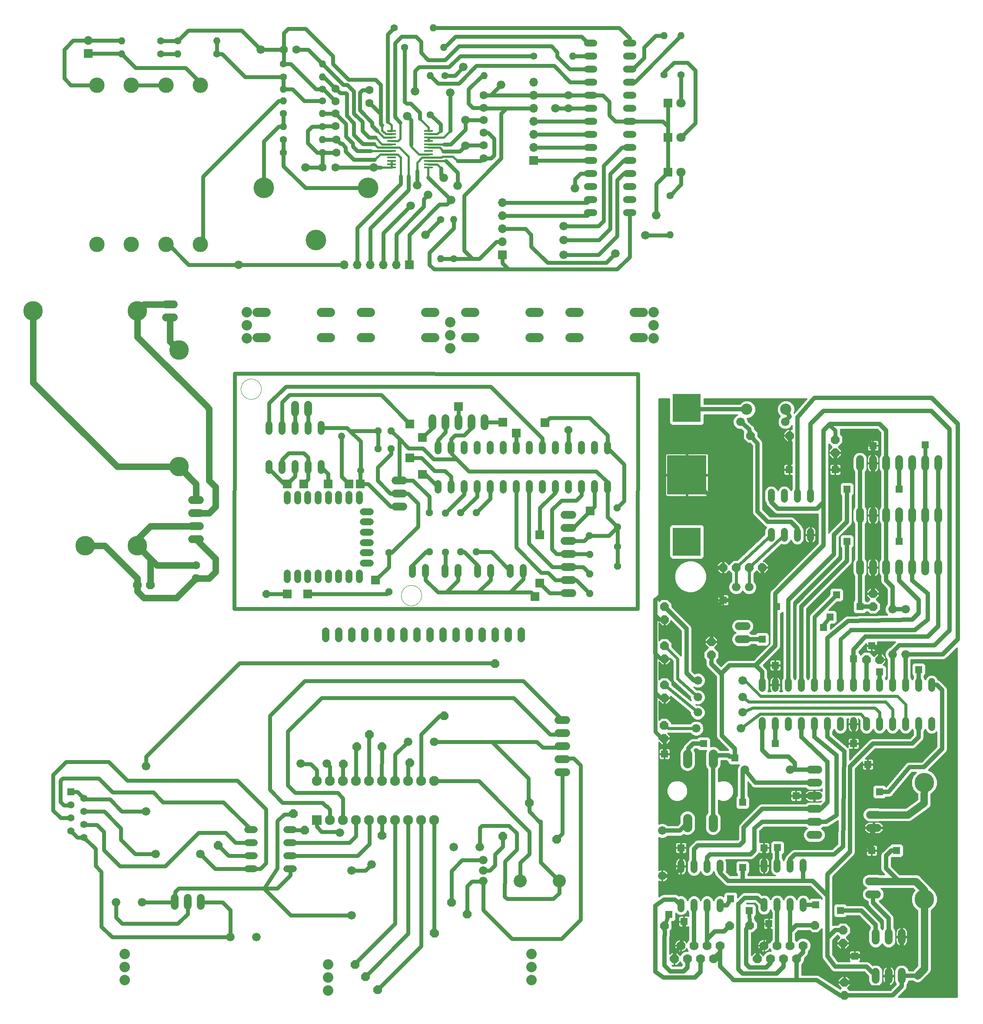
<source format=gbl>
%MOIN*%
%OFA0B0*%
%FSLAX46Y46*%
%IPPOS*%
%LPD*%
%AMOC8*
5,1,8,0,0,$1,22.5*%
%AMOC80*
5,1,8,0,0,$1,22.5*%
%AMCOMP1210*
4,1,7,
-0.013669019771802434,0.032999932917431425,
0.013669019771802434,0.032999932917431425,
0.032999932917431425,0.013669019771802435,
0.032999932917431425,-0.013669019771802432,
0.013669019771802439,-0.032999932917431425,
-0.01366901977180243,-0.032999932917431425,
-0.032999932917431418,-0.013669019771802453,
-0.032999932917431418,0.013669019771802442,
0*%
%AMOC81*
5,1,8,0,0,$1,112.5*%
%AMCOMP1250*
4,1,7,
-0.032999932917431425,-0.013669019771802432,
-0.032999932917431425,0.013669019771802435,
-0.013669019771802434,0.032999932917431425,
0.013669019771802434,0.032999932917431425,
0.032999932917431425,0.013669019771802435,
0.032999932917431425,-0.013669019771802432,
0.013669019771802451,-0.032999932917431418,
-0.013669019771802444,-0.032999932917431418,
0*%
%AMCOMP1260*
4,1,7,
-0.034999928851821217,-0.014497445212517734,
-0.034999928851821217,0.014497445212517739,
-0.014497445212517737,0.034999928851821217,
0.014497445212517737,0.034999928851821217,
0.034999928851821217,0.014497445212517739,
0.034999928851821217,-0.014497445212517734,
0.014497445212517755,-0.0349999288518212,
-0.014497445212517748,-0.03499992885182121,
0*%
%AMOC80*
5,1,8,0,0,$1,22.5*%
%AMOC81*
5,1,8,0,0,$1,112.5*%
%AMCOMP1330*
4,1,7,
-0.032999932917431425,-0.013669019771802432,
-0.032999932917431425,0.013669019771802435,
-0.013669019771802434,0.032999932917431425,
0.013669019771802434,0.032999932917431425,
0.032999932917431425,0.013669019771802435,
0.032999932917431425,-0.013669019771802432,
0.013669019771802451,-0.032999932917431418,
-0.013669019771802444,-0.032999932917431418,
0*%
%AMCOMP1340*
4,1,7,
-0.031499935966639081,-0.013047700691265955,
-0.031499935966639081,0.01304770069126596,
-0.013047700691265958,0.031499935966639081,
0.013047700691265958,0.031499935966639081,
0.031499935966639081,0.01304770069126596,
0.031499935966639081,-0.013047700691265955,
0.013047700691265976,-0.031499935966639074,
-0.013047700691265969,-0.031499935966639081,
0*%
%ADD10C,0.0705*%
%ADD11C,0.08*%
%ADD12C,0.00039*%
%ADD23C,0.066*%
%ADD24C,0.052000000000000005*%
%ADD25C,0.06*%
%ADD26C,0.05937*%
%ADD27C,0.056*%
%ADD28R,0.056X0.056*%
%ADD29C,0.08*%
%ADD30R,0.076X0.076*%
%ADD31C,0.076*%
%ADD32C,0.1*%
%ADD33C,0.05543*%
%ADD34C,0.03*%
%AMCOMP141*
4,1,7,
-0.013669019771802434,0.032999932917431425,
0.013669019771802434,0.032999932917431425,
0.032999932917431425,0.013669019771802435,
0.032999932917431425,-0.013669019771802432,
0.013669019771802439,-0.032999932917431425,
-0.01366901977180243,-0.032999932917431425,
-0.032999932917431418,-0.013669019771802453,
-0.032999932917431418,0.013669019771802442,
0*%
%ADD35COMP141,0.066*%
%AMCOMP142*
4,1,7,
-0.032999932917431425,-0.013669019771802432,
-0.032999932917431425,0.013669019771802435,
-0.013669019771802434,0.032999932917431425,
0.013669019771802434,0.032999932917431425,
0.032999932917431425,0.013669019771802435,
0.032999932917431425,-0.013669019771802432,
0.013669019771802451,-0.032999932917431418,
-0.013669019771802444,-0.032999932917431418,
0*%
%ADD36COMP142,0.066*%
%ADD37C,0.066*%
%ADD38C,0.052000000000000005*%
%ADD39C,0.0705*%
%ADD40C,0.06*%
%ADD41R,0.21654X0.21654*%
%ADD42R,0.3X0.3*%
%ADD43C,0.07*%
%AMCOMP143*
4,1,7,
-0.034999928851821217,-0.014497445212517734,
-0.034999928851821217,0.014497445212517739,
-0.014497445212517737,0.034999928851821217,
0.014497445212517737,0.034999928851821217,
0.034999928851821217,0.014497445212517739,
0.034999928851821217,-0.014497445212517734,
0.014497445212517755,-0.0349999288518212,
-0.014497445212517748,-0.03499992885182121,
0*%
%ADD44COMP143,0.07*%
%ADD45C,0.15*%
%ADD46C,0.05937*%
%ADD47C,0.086*%
%ADD48C,0.032*%
%ADD49R,0.056X0.056*%
%ADD50C,0.03*%
%ADD51C,0.01*%
%ADD52C,0.024000000000000004*%
%ADD53C,0.056*%
%ADD54C,0.11811023622047245*%
%ADD55C,0.062992125984251982*%
%ADD56R,0.070866141732283464X0.070866141732283464*%
%ADD57C,0.070866141732283464*%
%ADD58R,0.066X0.017*%
%ADD59R,0.066929133858267723X0.066929133858267723*%
%ADD60O,0.066929133858267723X0.066929133858267723*%
%ADD61C,0.055118110236220472*%
%ADD62O,0.055118110236220472X0.055118110236220472*%
%ADD63C,0.15748031496062992*%
%ADD64O,0.10400000000000001X0.052000000000000005*%
%ADD65C,0.066*%
%ADD66C,0.066*%
%ADD67C,0.030000000000000002*%
%ADD68C,0.016*%
%ADD69C,0.030000000000000002*%
%ADD70C,0*%
%ADD71P,0.056284291338582683X8X292.5*%
%ADD72P,0.056284291338582683X8X202.5*%
%ADD73C,0.052000000000000005*%
%ADD74P,0.056284291338582683X8X247.5*%
%ADD75P,0.056284291338582683X8X112.5*%
%ADD76P,0.056284291338582683X8X22.5*%
%ADD77P,0.056284291338582683X8X141.2*%
%ADD78C,0.059369960629921267*%
%ADD79C,0.059370078740157484*%
%ADD80C,0.060000000000000005*%
%ADD81P,0.064943385826771657X8X22.5*%
%ADD82R,0.066X0.066*%
%AMCOMP144*
4,1,7,
-0.032999932917431425,-0.013669019771802432,
-0.032999932917431425,0.013669019771802435,
-0.013669019771802434,0.032999932917431425,
0.013669019771802434,0.032999932917431425,
0.032999932917431425,0.013669019771802435,
0.032999932917431425,-0.013669019771802432,
0.013669019771802451,-0.032999932917431418,
-0.013669019771802444,-0.032999932917431418,
0*%
%ADD83COMP144,0.066*%
%AMCOMP145*
4,1,7,
-0.031499935966639081,-0.013047700691265955,
-0.031499935966639081,0.01304770069126596,
-0.013047700691265958,0.031499935966639081,
0.013047700691265958,0.031499935966639081,
0.031499935966639081,0.01304770069126596,
0.031499935966639081,-0.013047700691265955,
0.013047700691265976,-0.031499935966639074,
-0.013047700691265969,-0.031499935966639081,
0*%
%ADD84COMP145,0.063*%
%ADD85C,0.063*%
%ADD86C,0.15*%
%ADD87C,0.05937*%
%ADD88C,0.05*%
G75*
D10*
X0001830950Y0005086620D02*
X0001901450Y0005086620D01*
X0002322950Y0005086620D02*
X0002393450Y0005086620D01*
X0002630930Y0005086620D02*
X0002701430Y0005086620D01*
X0003122930Y0005086620D02*
X0003193430Y0005086620D01*
X0003430900Y0005086620D02*
X0003501400Y0005086620D01*
X0003922900Y0005086620D02*
X0003993400Y0005086620D01*
X0004230950Y0005086620D02*
X0004301450Y0005086620D01*
X0004722950Y0005086620D02*
X0004793450Y0005086620D01*
X0004793450Y0005282620D02*
X0004722950Y0005282620D01*
X0004301450Y0005282620D02*
X0004230950Y0005282620D01*
X0003993400Y0005282620D02*
X0003922900Y0005282620D01*
X0003501400Y0005282620D02*
X0003430900Y0005282620D01*
X0003193430Y0005282620D02*
X0003122930Y0005282620D01*
X0002701430Y0005282620D02*
X0002630930Y0005282620D01*
X0002393450Y0005282620D02*
X0002322950Y0005282620D01*
X0001901450Y0005282620D02*
X0001830950Y0005282620D01*
D11*
X0001752420Y0005083000D03*
X0001752420Y0005182999D03*
X0001752420Y0005283000D03*
X0003312420Y0005203900D03*
X0003312420Y0005103900D03*
X0003312420Y0005003900D03*
X0004872430Y0005082710D03*
X0004872430Y0005182709D03*
X0004872430Y0005282709D03*
D12*
X0004921550Y0005282709D02*
X0004921550Y0005282199D01*
G04 next file*
G75*
D23*
X-0000157480Y-0000393700D02*
X0000750440Y0000756620D03*
X0000950440Y0000756620D03*
X0001052440Y0001128620D03*
X0001396940Y0001128620D03*
X0000981440Y0001456120D03*
X0000981440Y0001800620D03*
X0002168440Y0001821620D03*
X0002368440Y0001821620D03*
X0002989440Y0001989620D03*
X0003189440Y0001989620D03*
X0002466760Y0001292290D03*
X0002710360Y0001048700D03*
X0002556440Y0001002119D03*
X0002556440Y0000657620D03*
X0001827440Y0000491620D03*
X0001627440Y0000491620D03*
X0003339440Y0001182620D03*
X0003539440Y0001182620D03*
X0003565440Y0001081620D03*
X0003565440Y0001001620D03*
X0003565440Y0000921620D03*
D24*
X0002111440Y0001014620D02*
X0002059440Y0001014620D01*
X0002059440Y0001114620D02*
X0002111440Y0001114620D01*
X0002111440Y0001214620D02*
X0002059440Y0001214620D01*
X0002059440Y0001314620D02*
X0002111440Y0001314620D01*
X0001811440Y0001314620D02*
X0001759440Y0001314620D01*
X0001759440Y0001214620D02*
X0001811440Y0001214620D01*
X0001811440Y0001114620D02*
X0001759440Y0001114620D01*
X0001759440Y0001014620D02*
X0001811440Y0001014620D01*
D25*
X0001399440Y0000792620D02*
X0001399440Y0000732620D01*
X0001299440Y0000732620D02*
X0001299440Y0000792620D01*
X0001199440Y0000792620D02*
X0001199440Y0000732620D01*
D26*
X0004142750Y0001753620D02*
X0004202120Y0001753620D01*
X0004202120Y0001853620D02*
X0004142750Y0001853620D01*
X0004142750Y0001953620D02*
X0004202120Y0001953620D01*
X0004202120Y0002053620D02*
X0004142750Y0002053620D01*
X0004142750Y0002153620D02*
X0004202120Y0002153620D01*
D27*
X0000505009Y0001554440D03*
X0000405010Y0001504440D03*
X0000405010Y0001404440D03*
X0000505009Y0001454440D03*
X0000505009Y0001354440D03*
X0000405010Y0001304440D03*
X0000505009Y0001254440D03*
D28*
X0000405010Y0001604440D03*
D29*
X0000817740Y0000160620D03*
X0000817740Y0000260620D03*
X0000817740Y0000360619D03*
X0002377050Y0000281880D03*
X0002377050Y0000181880D03*
X0002377050Y0000081880D03*
X0003936740Y0000160620D03*
X0003936740Y0000260620D03*
X0003936740Y0000360619D03*
D30*
X0002291440Y0001387620D03*
D31*
X0002391440Y0001387620D03*
X0002491440Y0001387620D03*
X0002591440Y0001387620D03*
X0002691440Y0001387620D03*
X0002791440Y0001387620D03*
X0002891440Y0001387620D03*
X0002991440Y0001387620D03*
X0003091440Y0001387620D03*
X0003191440Y0001387620D03*
X0003191440Y0001687620D03*
X0003091440Y0001687620D03*
X0002991440Y0001687620D03*
X0002891440Y0001687620D03*
X0002791440Y0001687620D03*
X0002691440Y0001687620D03*
X0002591440Y0001687620D03*
X0002491440Y0001687620D03*
X0002391440Y0001687620D03*
X0002291440Y0001687620D03*
D32*
X0003851440Y0000920619D03*
X0004151440Y0000920619D03*
D33*
X0003856440Y0002781900D02*
X0003856440Y0002837340D01*
X0003756440Y0002837340D02*
X0003756440Y0002781900D01*
X0003656439Y0002781900D02*
X0003656439Y0002837340D01*
X0003556440Y0002837340D02*
X0003556440Y0002781900D01*
X0003456440Y0002781900D02*
X0003456440Y0002837340D01*
X0003356440Y0002837340D02*
X0003356440Y0002781900D01*
X0003256439Y0002781900D02*
X0003256439Y0002837340D01*
X0003156440Y0002837340D02*
X0003156440Y0002781900D01*
X0003056440Y0002781900D02*
X0003056440Y0002837340D01*
X0002956440Y0002837340D02*
X0002956440Y0002781900D01*
X0002856439Y0002781900D02*
X0002856439Y0002837340D01*
X0002756440Y0002837340D02*
X0002756440Y0002781900D01*
X0002656440Y0002781900D02*
X0002656440Y0002837340D01*
X0002556440Y0002837340D02*
X0002556440Y0002781900D01*
X0002456440Y0002781900D02*
X0002456440Y0002837340D01*
X0002356440Y0002837340D02*
X0002356440Y0002781900D01*
D34*
X0002271440Y0002453620D02*
X0003872440Y0002453620D01*
X0004172440Y0002153620D01*
X0004172440Y0002053620D02*
X0004164440Y0002045620D01*
X0004079440Y0002045620D01*
X0003800440Y0002324620D01*
X0002325440Y0002324620D01*
X0002067440Y0002066620D01*
X0002067440Y0001654620D01*
X0002124440Y0001597619D01*
X0002449440Y0001597619D01*
X0002491440Y0001555619D01*
X0002491440Y0001387620D01*
X0002591440Y0001387620D02*
X0002591440Y0001265620D01*
X0002540440Y0001214620D01*
X0002085440Y0001214620D01*
X0002089440Y0001310620D02*
X0002195440Y0001310620D01*
X0002291440Y0001336620D02*
X0002291440Y0001387620D01*
X0002291440Y0001336620D02*
X0002328440Y0001299620D01*
X0002459440Y0001299620D01*
X0002466760Y0001292290D01*
X0002391440Y0001387620D02*
X0002391440Y0001468620D01*
X0002366440Y0001493620D01*
X0002364440Y0001491620D01*
X0002333440Y0001522620D01*
X0002028439Y0001522620D01*
X0001930440Y0001620620D01*
X0001930440Y0002188620D01*
X0002195440Y0002453620D01*
X0002266440Y0002453620D01*
X0002271440Y0002453620D01*
X0001697440Y0002591620D02*
X0003655440Y0002591620D01*
X0003658440Y0002588619D01*
X0003265440Y0002187620D02*
X0003234440Y0002187620D01*
X0003091440Y0002044620D01*
X0003091440Y0001687620D01*
X0003191440Y0001687620D02*
X0003192440Y0001686620D01*
X0003532440Y0001686620D01*
X0003920440Y0001298620D01*
X0003920440Y0001129620D01*
X0003851440Y0001060620D01*
X0003851440Y0000920619D01*
X0003733440Y0000900620D02*
X0003731440Y0000898620D01*
X0003731440Y0000802620D01*
X0003749440Y0000784620D01*
X0004104440Y0000784620D01*
X0004149440Y0000829620D01*
X0004149440Y0000918620D01*
X0004151440Y0000920619D01*
X0004148440Y0000917619D01*
X0004151440Y0000920619D02*
X0004008440Y0001063620D01*
X0004008440Y0001365620D01*
X0003920440Y0001453620D01*
X0003920440Y0001521620D01*
X0003913440Y0001521620D01*
X0003913440Y0001708620D01*
X0003632439Y0001989620D01*
X0003978440Y0001989620D01*
X0004023440Y0001944620D01*
X0004163439Y0001944620D01*
X0004172440Y0001953620D01*
X0004180440Y0001861620D02*
X0004172440Y0001853620D01*
X0004180440Y0001861620D02*
X0004260440Y0001861620D01*
X0004313440Y0001808620D01*
X0004313440Y0000625620D01*
X0004165440Y0000477620D01*
X0003785440Y0000477620D01*
X0003565440Y0000697620D01*
X0003565440Y0000921620D01*
X0003562440Y0000918620D01*
X0003479440Y0000918620D01*
X0003443440Y0000882620D01*
X0003443440Y0000667620D01*
X0003322440Y0000758620D02*
X0003322440Y0000999619D01*
X0003404440Y0001081620D01*
X0003565440Y0001081620D01*
X0003565440Y0001001620D02*
X0003618440Y0001001620D01*
X0003658440Y0001041620D01*
X0003658440Y0001125620D01*
X0003718440Y0001185620D01*
X0003718440Y0001264620D01*
X0003714440Y0001260620D01*
X0003764440Y0001345620D02*
X0003822440Y0001287620D01*
X0003822440Y0001160620D01*
X0003733440Y0001071620D01*
X0003733440Y0000900620D01*
X0003539440Y0001182620D02*
X0003539440Y0001326620D01*
X0003558440Y0001345620D01*
X0003764440Y0001345620D01*
X0004008440Y0001365620D02*
X0004008440Y0001378620D01*
X0004130440Y0001241620D02*
X0004172440Y0001283620D01*
X0004172440Y0001753620D01*
X0003920440Y0001521620D02*
X0003917440Y0001524619D01*
X0003632439Y0001989620D02*
X0003189440Y0001989620D01*
X0002989440Y0001989620D02*
X0002891440Y0001891620D01*
X0002891440Y0001687620D01*
X0002791440Y0001687620D02*
X0002788440Y0001687620D01*
X0002790440Y0001950620D01*
X0002692440Y0002044620D02*
X0002691440Y0002043620D01*
X0002691440Y0001687620D01*
X0002594440Y0001687620D02*
X0002591440Y0001687620D01*
X0002591440Y0001947620D01*
X0002596440Y0001952620D01*
X0002493440Y0001819620D02*
X0002490440Y0001816619D01*
X0002490440Y0001688619D01*
X0002491440Y0001687620D01*
X0002490440Y0001687620D01*
X0002391440Y0001687620D02*
X0002391440Y0001798620D01*
X0002368440Y0001821620D01*
X0002291440Y0001771620D02*
X0002243440Y0001819620D01*
X0002170440Y0001819620D01*
X0002168440Y0001821620D01*
X0002291440Y0001771620D02*
X0002291440Y0001687620D01*
X0002158440Y0001597619D02*
X0002157440Y0001596620D01*
X0002110440Y0001437620D02*
X0002104440Y0001431620D01*
X0002039440Y0001431620D01*
X0001988440Y0001380620D01*
X0001988440Y0001018620D01*
X0001885440Y0000865620D01*
X0001986439Y0000865620D01*
X0002085440Y0000964620D01*
X0002085440Y0001014620D01*
X0002085440Y0001114620D02*
X0002604440Y0001114620D01*
X0002693439Y0001203620D01*
X0002693439Y0001385619D01*
X0002691440Y0001387620D01*
X0002791440Y0001387620D02*
X0002791440Y0001304620D01*
X0002790440Y0001271620D01*
X0002891440Y0001387620D02*
X0002891440Y0000595620D01*
X0002582440Y0000286620D01*
X0002582440Y0000280620D01*
X0002663440Y0000189619D02*
X0002991440Y0000517619D01*
X0002991440Y0000550620D01*
X0002991440Y0000576620D01*
X0002991440Y0001387620D01*
X0003091440Y0001387620D02*
X0003091440Y0000422619D01*
X0002755440Y0000088620D01*
X0003191440Y0000523620D02*
X0003192440Y0000522620D01*
X0003192440Y0000524620D01*
X0003193440Y0000525620D01*
X0003191440Y0000523620D02*
X0003191440Y0001387620D01*
X0003191440Y0001687620D02*
X0003193440Y0001689619D01*
X0002991440Y0001687620D02*
X0002991440Y0001814620D01*
X0003004440Y0001827620D01*
X0002089440Y0001310620D02*
X0002085440Y0001314620D01*
X0001901439Y0001472620D02*
X0001681440Y0001692620D01*
X0000835440Y0001692620D01*
X0000693440Y0001834619D01*
X0000367440Y0001834619D01*
X0000268440Y0001735620D01*
X0000268440Y0001462620D01*
X0000326620Y0001404440D01*
X0000405010Y0001404440D01*
X0000402190Y0001501620D02*
X0000350440Y0001501620D01*
X0000324440Y0001527620D01*
X0000324440Y0001692620D01*
X0000339440Y0001707619D01*
X0000617440Y0001707619D01*
X0000724440Y0001600620D01*
X0001035439Y0001600620D01*
X0001110440Y0001525620D01*
X0001574440Y0001525620D01*
X0001785440Y0001314620D01*
X0001785440Y0001214620D02*
X0001666440Y0001214620D01*
X0001589440Y0001291620D01*
X0001384440Y0001291620D01*
X0001126440Y0001033620D01*
X0000781439Y0001033620D01*
X0000657439Y0001157620D01*
X0000657439Y0001297620D01*
X0000604440Y0001350620D01*
X0000508830Y0001350620D01*
X0000505009Y0001354440D01*
X0000405010Y0001304440D02*
X0000455010Y0001254440D01*
X0000505009Y0001254440D01*
X0000592440Y0001167010D01*
X0000592440Y0001038620D01*
X0000638440Y0000992620D01*
X0000638440Y0000571620D01*
X0000719440Y0000490620D01*
X0001626440Y0000490620D01*
X0001627440Y0000491620D01*
X0001627440Y0000698620D01*
X0001566440Y0000759620D01*
X0001402440Y0000759620D01*
X0001399440Y0000762620D01*
X0001301440Y0000764620D02*
X0001299440Y0000762620D01*
X0001299440Y0000669620D01*
X0001223440Y0000593620D01*
X0000796440Y0000593620D01*
X0000749440Y0000640620D01*
X0000749440Y0000755620D01*
X0000750440Y0000756620D01*
X0000950440Y0000756620D02*
X0001193440Y0000756620D01*
X0001199440Y0000762620D01*
X0001204440Y0000767620D01*
X0001204440Y0000839620D01*
X0001229440Y0000864620D01*
X0001881440Y0000864620D01*
X0001882440Y0000865620D01*
X0002090440Y0000657620D01*
X0002556440Y0000657620D01*
X0002556440Y0001002119D02*
X0002663789Y0001002119D01*
X0002710360Y0001048700D01*
X0001901439Y0001057620D02*
X0001858439Y0001014620D01*
X0001785440Y0001014620D01*
X0001510939Y0001014620D01*
X0001396940Y0001128620D01*
X0001533440Y0001194620D02*
X0001613440Y0001114620D01*
X0001785440Y0001114620D01*
X0001901439Y0001057620D02*
X0001901439Y0001472620D01*
X0001052440Y0001128620D02*
X0000898440Y0001128620D01*
X0000788440Y0001238620D01*
X0000788440Y0001325620D01*
X0000659440Y0001454620D01*
X0000505190Y0001454620D01*
X0000505009Y0001454440D01*
X0000405010Y0001504440D02*
X0000402190Y0001501620D01*
X0000455010Y0001604440D02*
X0000505009Y0001554440D01*
X0000511830Y0001547620D01*
X0000702440Y0001547620D01*
X0000793939Y0001456120D01*
X0000981440Y0001456120D01*
X0000981440Y0001800620D02*
X0000981440Y0001875620D01*
X0001697440Y0002591620D01*
X0000455010Y0001604440D02*
X0000405010Y0001604440D01*
X0001882440Y0000865620D02*
X0001885440Y0000865620D01*
D35*
X0001533440Y0001194620D03*
X0002110440Y0001437620D03*
X0002195440Y0001310620D03*
X0002790440Y0001271620D03*
X0003004440Y0001827620D03*
X0002790440Y0001950620D03*
X0002692440Y0002044620D03*
X0002596440Y0001952620D03*
X0002493440Y0001819620D03*
X0003265440Y0002187620D03*
X0003658440Y0002588619D03*
X0003920440Y0001521620D03*
X0003718440Y0001264620D03*
X0004130440Y0001241620D03*
X0003322440Y0000758620D03*
X0003443440Y0000667620D03*
X0003192440Y0000522620D03*
X0003191440Y0000523620D03*
X0002663440Y0000189619D03*
X0002582440Y0000280620D03*
X0002755440Y0000088620D03*
G04 next file*
G75*
D36*
X0007795270Y-0000236220D02*
X0006335940Y0000044700D03*
X0006335940Y0000144700D03*
X0006325940Y0000444700D03*
X0006325940Y0000544700D03*
X0006110940Y0000582200D03*
X0005610940Y0000582200D03*
X0005455940Y0000577200D03*
X0004955940Y0000577200D03*
X0004953440Y0002013450D03*
X0004953440Y0002113450D03*
X0004955940Y0002324700D03*
X0004955940Y0002424700D03*
X0004955940Y0002624700D03*
X0004955940Y0002724700D03*
X0004955940Y0002924700D03*
X0004955940Y0003024700D03*
X0005315940Y0002754700D03*
X0005315940Y0002654700D03*
X0005405940Y0003324700D03*
X0005505940Y0003324700D03*
X0005605940Y0003324700D03*
X0005705940Y0003324700D03*
X0005617190Y0004335950D03*
X0005917190Y0004335950D03*
X0006265940Y0004304700D03*
X0006265940Y0004204700D03*
X0006555940Y0003124700D03*
X0006555940Y0003024700D03*
X0006605940Y0002618450D03*
X0006505940Y0002618450D03*
D37*
X0006705940Y0002659700D03*
X0006805940Y0002659700D03*
X0006805940Y0003004200D03*
X0006705940Y0003004200D03*
X0005919260Y0001775140D03*
X0005574760Y0001775140D03*
X0005544690Y0002090949D03*
X0005556690Y0002213450D03*
X0005556690Y0002330950D03*
X0005556690Y0002458450D03*
X0005212190Y0002458450D03*
X0005212190Y0002330950D03*
X0005212190Y0002213450D03*
X0005200190Y0002090949D03*
X0004939690Y0001307200D03*
X0004939690Y0000962700D03*
X0005505940Y0003174700D03*
X0005605940Y0003174700D03*
X0005538940Y0004442200D03*
X0005883440Y0004442200D03*
D38*
X0005875940Y0003900699D02*
X0005875940Y0003848700D01*
X0005975940Y0003848700D02*
X0005975940Y0003900699D01*
X0006075940Y0003900699D02*
X0006075940Y0003848700D01*
X0006075940Y0003600700D02*
X0006075940Y0003548700D01*
X0005975940Y0003548700D02*
X0005975940Y0003600700D01*
X0005875940Y0003600700D02*
X0005875940Y0003548700D01*
X0005775940Y0003548700D02*
X0005775940Y0003600700D01*
X0005775940Y0003848700D02*
X0005775940Y0003900699D01*
X0005805940Y0002450700D02*
X0005805940Y0002398700D01*
X0005705940Y0002398700D02*
X0005705940Y0002450700D01*
X0005705940Y0002150700D02*
X0005705940Y0002098700D01*
X0005805940Y0002098700D02*
X0005805940Y0002150700D01*
X0005905940Y0002150700D02*
X0005905940Y0002098700D01*
X0006005940Y0002098700D02*
X0006005940Y0002150700D01*
X0006105940Y0002150700D02*
X0006105940Y0002098700D01*
X0006205940Y0002098700D02*
X0006205940Y0002150700D01*
X0006305940Y0002150700D02*
X0006305940Y0002098700D01*
X0006405940Y0002098700D02*
X0006405940Y0002150700D01*
X0006505940Y0002150700D02*
X0006505940Y0002098700D01*
X0006605940Y0002098700D02*
X0006605940Y0002150700D01*
X0006705940Y0002150700D02*
X0006705940Y0002098700D01*
X0006805940Y0002098700D02*
X0006805940Y0002150700D01*
X0006905940Y0002150700D02*
X0006905940Y0002098700D01*
X0007005940Y0002098700D02*
X0007005940Y0002150700D01*
X0007005940Y0002398700D02*
X0007005940Y0002450700D01*
X0006905940Y0002450700D02*
X0006905940Y0002398700D01*
X0006805940Y0002398700D02*
X0006805940Y0002450700D01*
X0006705940Y0002450700D02*
X0006705940Y0002398700D01*
X0006605940Y0002398700D02*
X0006605940Y0002450700D01*
X0006505940Y0002450700D02*
X0006505940Y0002398700D01*
X0006405940Y0002398700D02*
X0006405940Y0002450700D01*
X0006305940Y0002450700D02*
X0006305940Y0002398700D01*
X0006205940Y0002398700D02*
X0006205940Y0002450700D01*
X0006105940Y0002450700D02*
X0006105940Y0002398700D01*
X0006005940Y0002398700D02*
X0006005940Y0002450700D01*
X0005905940Y0002450700D02*
X0005905940Y0002398700D01*
X0005919690Y0001064450D02*
X0005919690Y0001012450D01*
X0006019689Y0001012450D02*
X0006019689Y0001064450D01*
X0005819690Y0001064450D02*
X0005819690Y0001012450D01*
X0005719690Y0001012450D02*
X0005719690Y0001064450D01*
X0005719690Y0000764450D02*
X0005719690Y0000712450D01*
X0005819690Y0000712450D02*
X0005819690Y0000764450D01*
X0005919690Y0000764450D02*
X0005919690Y0000712450D01*
X0006019689Y0000712450D02*
X0006019689Y0000764450D01*
X0005382190Y0000759450D02*
X0005382190Y0000707450D01*
X0005282190Y0000707450D02*
X0005282190Y0000759450D01*
X0005182190Y0000759450D02*
X0005182190Y0000707450D01*
X0005082190Y0000707450D02*
X0005082190Y0000759450D01*
X0005082190Y0001007450D02*
X0005082190Y0001059450D01*
X0005182190Y0001059450D02*
X0005182190Y0001007450D01*
X0005282190Y0001007450D02*
X0005282190Y0001059450D01*
X0005382190Y0001059450D02*
X0005382190Y0001007450D01*
D39*
X0005328940Y0001330950D02*
X0005328940Y0001401449D01*
X0005132940Y0001401449D02*
X0005132940Y0001330950D01*
X0005132940Y0001822949D02*
X0005132940Y0001893450D01*
X0005328940Y0001893450D02*
X0005328940Y0001822949D01*
D40*
X0005525940Y0002774700D02*
X0005585940Y0002774700D01*
X0005585940Y0002874700D02*
X0005525940Y0002874700D01*
X0006075940Y0001774700D02*
X0006135940Y0001774700D01*
X0006135940Y0001674700D02*
X0006075940Y0001674700D01*
X0006075940Y0001574700D02*
X0006135940Y0001574700D01*
X0006135940Y0001474700D02*
X0006075940Y0001474700D01*
X0006075940Y0001374700D02*
X0006135940Y0001374700D01*
X0006135940Y0001274700D02*
X0006075940Y0001274700D01*
X0006575940Y0000524700D02*
X0006575940Y0000464700D01*
X0006675940Y0000464700D02*
X0006675940Y0000524700D01*
X0006775940Y0000524700D02*
X0006775940Y0000464700D01*
X0006775940Y0000224700D02*
X0006775940Y0000164699D01*
X0006675940Y0000164699D02*
X0006675940Y0000224700D01*
X0006575940Y0000224700D02*
X0006575940Y0000164699D01*
D41*
X0005128439Y0003522880D03*
X0005128439Y0004546510D03*
D42*
X0005128439Y0004034700D03*
D43*
X0005082120Y0000426270D03*
X0005132120Y0000326270D03*
X0005182120Y0000426270D03*
X0005232120Y0000326270D03*
X0005282120Y0000426270D03*
X0005332120Y0000326270D03*
X0005382120Y0000426270D03*
X0005719620Y0000426270D03*
X0005769620Y0000326270D03*
X0005819620Y0000426270D03*
X0005869620Y0000326270D03*
X0005919620Y0000426270D03*
X0005969620Y0000326270D03*
X0006019620Y0000426270D03*
D44*
X0005669620Y0000326270D03*
X0005032120Y0000326270D03*
D45*
X0006949840Y0000782310D03*
X0006949840Y0001676010D03*
D46*
X0006591870Y0001429700D02*
X0006532499Y0001429700D01*
X0006532499Y0001329700D02*
X0006591870Y0001329700D01*
X0006586870Y0000919700D02*
X0006527500Y0000919700D01*
X0006527500Y0000819700D02*
X0006586870Y0000819700D01*
X0006555940Y0003295010D02*
X0006555940Y0003354380D01*
X0006655940Y0003354380D02*
X0006655940Y0003295010D01*
X0006755940Y0003295010D02*
X0006755940Y0003354380D01*
X0006855940Y0003354380D02*
X0006855940Y0003295010D01*
X0006955940Y0003295010D02*
X0006955940Y0003354380D01*
X0007055940Y0003354380D02*
X0007055940Y0003295010D01*
X0007055940Y0003695010D02*
X0007055940Y0003754380D01*
X0006955940Y0003754380D02*
X0006955940Y0003695010D01*
X0006855940Y0003695010D02*
X0006855940Y0003754380D01*
X0006755940Y0003754380D02*
X0006755940Y0003695010D01*
X0006655940Y0003695010D02*
X0006655940Y0003754380D01*
X0006555940Y0003754380D02*
X0006555940Y0003695010D01*
X0006455940Y0003695010D02*
X0006455940Y0003754380D01*
X0006455940Y0004095010D02*
X0006455940Y0004154379D01*
X0006555940Y0004154379D02*
X0006555940Y0004095010D01*
X0006655940Y0004095010D02*
X0006655940Y0004154379D01*
X0006755940Y0004154379D02*
X0006755940Y0004095010D01*
X0006855940Y0004095010D02*
X0006855940Y0004154379D01*
X0006955940Y0004154379D02*
X0006955940Y0004095010D01*
X0007055940Y0004095010D02*
X0007055940Y0004154379D01*
X0006455940Y0003354380D02*
X0006455940Y0003295010D01*
D47*
X0005888440Y0004537200D03*
X0005588439Y0004537200D03*
D48*
X0005253440Y0004537200D01*
X0005129130Y0004547200D01*
X0005128439Y0004546510D01*
X0005079129Y0004597200D01*
X0005538940Y0004442200D02*
X0005607190Y0004383450D01*
X0005617190Y0004335950D01*
X0005669690Y0004273450D01*
X0005669690Y0003753450D01*
X0005748440Y0003674700D01*
X0005925940Y0003674700D01*
X0005975940Y0003624700D01*
X0005975940Y0003574700D01*
X0006125940Y0003774700D02*
X0006175939Y0003824700D01*
X0006175939Y0003494700D01*
X0005805940Y0003124700D01*
X0005805940Y0003014700D01*
X0005815940Y0003024700D01*
X0005805940Y0003014700D02*
X0005805940Y0002724700D01*
X0005655940Y0002574700D01*
X0005705940Y0002524700D01*
X0005705940Y0002424700D01*
X0005655940Y0002574700D02*
X0005455940Y0002574700D01*
X0005395939Y0002514700D01*
X0005395939Y0002504700D01*
X0005315940Y0002584700D01*
X0005315940Y0002604699D01*
X0005395939Y0002504700D02*
X0005395939Y0002034700D01*
X0005495939Y0001934700D01*
X0005495939Y0001865200D01*
X0005486440Y0001874700D01*
X0005455940Y0001874700D01*
X0005445940Y0001884699D01*
X0005365940Y0001884699D01*
X0005339440Y0001858200D01*
X0005328940Y0001858200D01*
X0005328940Y0001366200D01*
X0005213440Y0001195950D02*
X0005534690Y0001195950D01*
X0005563440Y0001224700D01*
X0005563440Y0001332200D01*
X0005705940Y0001474700D01*
X0006105940Y0001474700D01*
X0006155940Y0001474700D01*
X0006205940Y0001524700D01*
X0006205940Y0001834700D01*
X0006005940Y0002024700D01*
X0006005940Y0002124700D01*
X0006105940Y0002124700D02*
X0006105940Y0002024700D01*
X0006275940Y0001884699D01*
X0006275940Y0001424700D01*
X0006195940Y0001374700D01*
X0006105940Y0001374700D01*
X0005705940Y0001374700D01*
X0005645940Y0001324700D01*
X0005645940Y0001154700D01*
X0005615939Y0001124700D01*
X0005305940Y0001124700D01*
X0005282190Y0001100950D01*
X0005282190Y0001033450D01*
X0005382190Y0001033450D02*
X0005382190Y0000983450D01*
X0005443440Y0000922200D01*
X0006028439Y0000922200D01*
X0006019689Y0000930950D01*
X0006019689Y0001038450D01*
X0005955939Y0001124700D02*
X0006255940Y0001124700D01*
X0006325940Y0001184700D01*
X0006335940Y0001914700D01*
X0006205940Y0002024700D01*
X0006205940Y0002124700D01*
X0006205940Y0002424700D02*
X0006205940Y0002784700D01*
X0006365940Y0002914700D01*
X0006855940Y0002924700D01*
X0006905940Y0002974700D01*
X0006905940Y0003074700D01*
X0006755940Y0003224700D01*
X0006755940Y0003324700D01*
X0006855940Y0003324700D02*
X0006855940Y0003224700D01*
X0006975940Y0003124700D01*
X0006975940Y0002924700D01*
X0006877190Y0002845950D01*
X0006387190Y0002845950D01*
X0006495940Y0002794700D02*
X0006405940Y0002694700D01*
X0006405940Y0002624700D01*
X0006405940Y0002424700D01*
X0006505940Y0002424700D02*
X0006505940Y0002618450D01*
X0006605940Y0002524700D02*
X0006605940Y0002424700D01*
X0006705940Y0002424700D02*
X0006705940Y0002659700D01*
X0006705940Y0002674700D01*
X0006758440Y0002727200D01*
X0007027190Y0002727200D01*
X0007142189Y0002842200D01*
X0007142189Y0004384700D01*
X0007002190Y0004524700D01*
X0006175939Y0004524700D01*
X0006075940Y0004424700D01*
X0006075940Y0003874700D01*
X0006125940Y0003774700D02*
X0005825940Y0003774700D01*
X0005775940Y0003824700D01*
X0005775940Y0003874700D01*
X0005975940Y0003874700D02*
X0005975940Y0004474700D01*
X0006105940Y0004624700D01*
X0007005940Y0004624700D01*
X0007205939Y0004424700D01*
X0007205939Y0002774700D01*
X0007090940Y0002659700D01*
X0006805940Y0002659700D01*
X0006805940Y0002424700D01*
X0006905940Y0002424700D02*
X0006905940Y0002542200D01*
X0007005940Y0002424700D02*
X0007045940Y0002424700D01*
X0007085939Y0002384700D01*
X0007085939Y0001934700D01*
X0006945940Y0001794699D01*
X0006835940Y0001794699D01*
X0006675940Y0001604700D01*
X0006605940Y0001604700D01*
X0006379690Y0001798450D02*
X0006555940Y0001974700D01*
X0006855940Y0001974700D01*
X0006905940Y0002024700D01*
X0006905940Y0002124700D01*
X0006975940Y0002794700D02*
X0006495940Y0002794700D01*
X0006455940Y0003024700D02*
X0006555940Y0003024700D01*
X0006555940Y0003124700D02*
X0006555940Y0003324700D01*
X0006555940Y0003724700D01*
X0006555940Y0004124700D01*
X0006555940Y0004259700D01*
X0006655940Y0004374700D02*
X0006655940Y0004124700D01*
X0006655940Y0003724700D01*
X0006655940Y0003324700D01*
X0006655940Y0003224700D01*
X0006705940Y0003174700D01*
X0006705940Y0003004200D01*
X0006805940Y0003004200D01*
X0006975940Y0002794700D02*
X0007055940Y0002874700D01*
X0007055940Y0003324700D01*
X0007055940Y0003724700D01*
X0007055940Y0004124700D01*
X0006955940Y0004124700D02*
X0006955940Y0003724700D01*
X0006955940Y0003324700D01*
X0006855940Y0003324700D02*
X0006855940Y0003724700D01*
X0006855940Y0004124700D01*
X0006755940Y0004124700D02*
X0006755940Y0003924699D01*
X0006755940Y0003724700D02*
X0006755940Y0003524700D01*
X0006455940Y0003324700D02*
X0006455940Y0003724700D01*
X0006455940Y0004124700D01*
X0006355940Y0003924699D02*
X0006355940Y0003674700D01*
X0006255940Y0003574700D01*
X0006255940Y0003424700D01*
X0005905940Y0003074700D01*
X0005905940Y0002424700D01*
X0006005940Y0002424700D02*
X0006005940Y0003024700D01*
X0006355940Y0003374700D01*
X0006355940Y0003524700D01*
X0006455940Y0003324700D02*
X0006455940Y0003024700D01*
X0006175939Y0003824700D02*
X0006175939Y0004374700D01*
X0006220940Y0004419700D01*
X0006225940Y0004424700D01*
X0006605940Y0004424700D01*
X0006655940Y0004374700D01*
X0005918440Y0004482200D02*
X0005883440Y0004442200D01*
X0005918440Y0004482200D02*
X0005888440Y0004537200D01*
X0005325940Y0003284700D02*
X0005325940Y0003164700D01*
X0005275939Y0003114700D01*
X0005125940Y0002854700D02*
X0004955940Y0003024700D01*
X0004890940Y0003079700D02*
X0004885940Y0003074700D01*
X0004885940Y0002954700D01*
X0004915940Y0002924700D01*
X0004955940Y0002924700D01*
X0004885940Y0002954700D02*
X0004885940Y0002664699D01*
X0005125940Y0002514700D02*
X0005125940Y0002854700D01*
X0005125940Y0002514700D02*
X0005182190Y0002458450D01*
X0005212190Y0002458450D01*
X0005175940Y0001974700D02*
X0005255939Y0001974700D01*
X0005175940Y0001974700D02*
X0005138939Y0001937700D01*
X0005132940Y0001858200D01*
X0005132940Y0001366200D02*
X0005073940Y0001307200D01*
X0004939690Y0001307200D01*
X0005182190Y0001164700D02*
X0005182190Y0001033450D01*
X0005182190Y0001164700D02*
X0005213440Y0001195950D01*
X0005035940Y0000779700D02*
X0005082190Y0000733450D01*
X0005035940Y0000779700D02*
X0004954690Y0000779700D01*
X0004885940Y0000730950D01*
X0004885940Y0000224700D01*
X0004949690Y0000180950D01*
X0005189690Y0000180950D01*
X0005232120Y0000223380D01*
X0005232120Y0000326270D01*
X0005182120Y0000426270D02*
X0005182120Y0000733380D01*
X0005182190Y0000733450D01*
X0005282190Y0000733450D02*
X0005282130Y0000474700D01*
X0005342130Y0000534700D01*
X0005413440Y0000534700D01*
X0005455940Y0000577200D01*
X0005435940Y0000733450D02*
X0005464690Y0000784700D01*
X0005435940Y0000733450D02*
X0005382190Y0000733450D01*
X0005524690Y0000744700D02*
X0005572190Y0000792200D01*
X0005665940Y0000792200D01*
X0005719690Y0000738450D01*
X0005819690Y0000738450D02*
X0005819620Y0000622130D01*
X0005819620Y0000426270D01*
X0005869620Y0000326270D02*
X0005869620Y0000263380D01*
X0005817190Y0000210950D01*
X0005557190Y0000210950D01*
X0005524690Y0000243450D01*
X0005524690Y0000744700D01*
X0005555940Y0000924700D02*
X0005555940Y0001024700D01*
X0005610940Y0000582200D02*
X0005582190Y0000550950D01*
X0005582190Y0000285950D01*
X0005609690Y0000258450D01*
X0005737190Y0000258450D01*
X0005769620Y0000290880D01*
X0005769620Y0000326270D01*
X0005919620Y0000426270D02*
X0005919620Y0000534700D01*
X0005967120Y0000582200D01*
X0006110940Y0000582200D01*
X0006205940Y0000484700D02*
X0006265940Y0000544700D01*
X0006325940Y0000544700D01*
X0006325940Y0000444700D02*
X0006325940Y0000384700D01*
X0006365940Y0000344699D01*
X0006415940Y0000344699D01*
X0006615940Y0000344699D01*
X0006675940Y0000284700D01*
X0006675940Y0000194700D01*
X0006675940Y0000154700D01*
X0006625940Y0000104700D01*
X0006435940Y0000104700D01*
X0006395940Y0000144700D01*
X0006335940Y0000144700D01*
X0006335940Y0000044700D02*
X0006302190Y0000044700D01*
X0006124690Y0000160949D01*
X0005975940Y0000160949D01*
X0005969620Y0000167260D01*
X0005969620Y0000326270D01*
X0006019620Y0000376270D01*
X0006019620Y0000426270D01*
X0005919620Y0000534700D02*
X0005919620Y0000549700D01*
X0005922120Y0000552200D01*
X0005919620Y0000549700D02*
X0005919620Y0000738380D01*
X0005919690Y0000738450D01*
X0006019689Y0000738450D02*
X0006117190Y0000738450D01*
X0006205940Y0000808450D02*
X0006092190Y0000922200D01*
X0006028439Y0000922200D01*
X0005919690Y0001038450D02*
X0005919690Y0001088450D01*
X0005955939Y0001124700D01*
X0005823440Y0001177200D02*
X0005819690Y0001173450D01*
X0005819690Y0001038450D01*
X0005555940Y0001524700D02*
X0005555940Y0001774700D01*
X0005574760Y0001775140D02*
X0005654710Y0001674700D01*
X0006105940Y0001674700D01*
X0006105940Y0001774700D02*
X0006105490Y0001775140D01*
X0005919260Y0001775140D01*
X0005955939Y0001776820D01*
X0005955939Y0001824699D01*
X0005905940Y0001874700D01*
X0005755940Y0001874700D01*
X0005705940Y0001924700D01*
X0005705940Y0002124700D01*
X0005805940Y0002124700D02*
X0005805940Y0001974700D01*
X0005705940Y0002774700D02*
X0005555940Y0002774700D01*
X0006379690Y0001798450D02*
X0006379690Y0001144700D01*
X0006205940Y0000970950D01*
X0006205940Y0000824700D01*
X0006205940Y0000808450D02*
X0006205940Y0000484700D01*
X0006205940Y0000344699D01*
X0006265940Y0000264700D01*
X0006505940Y0000264700D01*
X0006575940Y0000194700D01*
X0006675940Y0000284700D02*
X0006775940Y0000384700D01*
X0006775940Y0000494700D01*
X0006675940Y0000494700D02*
X0006675940Y0000634699D01*
X0006557190Y0000753450D01*
X0006557190Y0000819700D01*
X0006558440Y0000918449D02*
X0006557190Y0000919700D01*
X0006655940Y0001018450D02*
X0006755940Y0000918449D01*
X0006655940Y0001018450D02*
X0006655940Y0001114700D01*
X0006695940Y0001154700D01*
X0006735940Y0001154700D01*
X0006465940Y0000694700D02*
X0006575940Y0000584700D01*
X0006575940Y0000494700D01*
X0006465940Y0000694700D02*
X0006305940Y0000694700D01*
X0005975940Y0000160949D02*
X0005488440Y0000160949D01*
X0005382120Y0000268510D01*
X0005382120Y0000376270D01*
X0005332120Y0000326270D01*
X0005282120Y0000426270D02*
X0005282130Y0000474700D01*
X0005382120Y0000426270D02*
X0005382120Y0000376270D01*
X0005132120Y0000326270D02*
X0005132120Y0000259630D01*
X0005102190Y0000229700D01*
X0005000940Y0000229700D01*
X0004955940Y0000274700D01*
X0004955940Y0000500950D01*
X0004959690Y0000504700D01*
X0004955940Y0000577200D01*
X0006335940Y0000044700D02*
X0006705940Y0000044700D01*
X0006775940Y0000114700D01*
X0006775940Y0000194700D01*
X0006895940Y0000194700D01*
D49*
X0006415940Y0000344699D03*
X0006305940Y0000694700D03*
X0006117190Y0000738450D03*
X0005823440Y0001177200D03*
X0005719690Y0001175950D03*
X0005555940Y0001024700D03*
X0005464690Y0000784700D03*
X0005605940Y0000694700D03*
X0005758440Y0000593450D03*
X0005555940Y0001524700D03*
X0005495939Y0001865200D03*
X0005255939Y0001974700D03*
X0004955940Y0001894700D03*
X0005083440Y0001175950D03*
X0004990940Y0000663450D03*
X0005105940Y0000610950D03*
X0005805940Y0001974700D03*
X0005965940Y0001574700D03*
X0006405940Y0001974700D03*
X0006515939Y0001814700D03*
X0006605940Y0001604700D03*
X0006545940Y0001154700D03*
X0006735940Y0001154700D03*
X0006605940Y0002524700D03*
X0006545940Y0002724700D03*
X0006405940Y0002624700D03*
X0006225940Y0002944700D03*
X0006175939Y0002864700D03*
X0006275940Y0003114700D03*
X0006455940Y0003024700D03*
X0006355940Y0003524700D03*
X0006355940Y0003924699D03*
X0006265940Y0004074700D03*
X0006555940Y0004259700D03*
X0006755940Y0003924699D03*
X0006955940Y0004264700D03*
X0006755940Y0003524700D03*
X0006905940Y0002542200D03*
X0005914690Y0004074700D03*
X0005405940Y0003074700D03*
X0005705940Y0002774700D03*
X0005805940Y0002574700D03*
X0005815940Y0003024700D03*
D50*
X0005710940Y0003149700D02*
X0005705940Y0003154700D01*
X0005705940Y0003324700D01*
X0005710940Y0003149700D02*
X0005635940Y0003074700D01*
X0005405940Y0003074700D01*
X0005315940Y0002984700D01*
X0005315940Y0002754700D01*
X0005315940Y0002654700D02*
X0005315940Y0002604699D01*
X0005405940Y0003074700D02*
X0005375939Y0003114700D01*
X0005275939Y0003114700D01*
X0004925940Y0003114700D01*
X0004890940Y0003079700D01*
X0004885940Y0002664699D02*
X0004925940Y0002624700D01*
X0004955940Y0002624700D01*
X0004885940Y0002664699D02*
X0004885940Y0002364700D01*
X0004885940Y0002064700D01*
X0004937190Y0002013450D01*
X0004953440Y0002013450D01*
X0004955940Y0002010949D01*
X0004955940Y0001894700D01*
X0004955940Y0002324700D02*
X0004925940Y0002324700D01*
X0004885940Y0002364700D01*
X0005325940Y0003284700D02*
X0005365940Y0003324700D01*
X0005405940Y0003324700D01*
X0005325940Y0003284700D02*
X0005325940Y0003854700D01*
X0005128439Y0004032199D01*
X0005128439Y0004034700D01*
X0005710940Y0003149700D02*
X0006075940Y0003514700D01*
X0006075940Y0003574700D01*
X0006275940Y0003114700D02*
X0006105940Y0002944700D01*
X0006105940Y0002424700D01*
X0006305940Y0002424700D02*
X0006305940Y0002774700D01*
X0006387190Y0002845950D01*
X0006225940Y0002944700D02*
X0006175939Y0002884700D01*
X0006175939Y0002864700D01*
X0006545940Y0002724700D02*
X0006575940Y0002704700D01*
X0006605940Y0002674700D01*
X0006605940Y0002618450D01*
X0006405940Y0002124700D02*
X0006405940Y0001974700D01*
X0006515939Y0001814700D02*
X0006515939Y0001564700D01*
X0006445940Y0001474700D01*
X0006445940Y0001254700D01*
X0006545940Y0001154700D01*
X0006545940Y0001293450D01*
X0006562190Y0001329700D01*
X0006105940Y0001574700D02*
X0005965940Y0001574700D01*
X0005719690Y0001175950D02*
X0005719690Y0001038450D01*
X0005605940Y0000694700D02*
X0005610940Y0000582200D01*
X0005758440Y0000465090D02*
X0005719620Y0000426270D01*
X0005669620Y0000376270D01*
X0005669620Y0000326270D01*
X0005758440Y0000465090D02*
X0005758440Y0000593450D01*
X0005105940Y0000610950D02*
X0005105940Y0000554700D01*
X0005085940Y0000534700D01*
X0005085940Y0000430090D01*
X0005082120Y0000426270D01*
X0005032120Y0000376270D01*
X0005032120Y0000326270D01*
X0004955940Y0000577200D02*
X0004990940Y0000663450D01*
X0005031440Y0000962700D02*
X0005082190Y0001033450D01*
X0005082190Y0001175950D01*
X0005083440Y0001175950D01*
X0005031440Y0000962700D02*
X0004939690Y0000962700D01*
X0005805940Y0002424700D02*
X0005805940Y0002574700D01*
X0005914690Y0004074700D02*
X0005914690Y0004080949D01*
X0005917190Y0004335950D01*
X0006220940Y0004419700D02*
X0006265940Y0004374700D01*
X0006265940Y0004304700D01*
X0006265940Y0004204700D02*
X0006265940Y0004074700D01*
X0006305940Y0004074700D01*
X0006375940Y0004114700D01*
X0006375940Y0004234700D01*
X0006405940Y0004284700D01*
X0006530940Y0004284700D01*
X0006555940Y0004259700D01*
X0006955940Y0004264700D02*
X0006955940Y0004124700D01*
D51*
X0006750920Y0000031700D02*
X0007198940Y0000031700D01*
X0007198940Y0002709710D01*
X0007114160Y0002624940D01*
X0007099090Y0002618700D01*
X0006846960Y0002618700D01*
X0006846940Y0002618669D01*
X0006846940Y0002481820D01*
X0006849180Y0002479580D01*
X0006855940Y0002463250D01*
X0006862700Y0002479580D01*
X0006864940Y0002481820D01*
X0006864940Y0002492520D01*
X0006863780Y0002493000D01*
X0006856749Y0002500030D01*
X0006852940Y0002509220D01*
X0006852940Y0002575170D01*
X0006856749Y0002584360D01*
X0006863780Y0002591389D01*
X0006872970Y0002595200D01*
X0006938910Y0002595200D01*
X0006948100Y0002591389D01*
X0006955130Y0002584360D01*
X0006958940Y0002575170D01*
X0006958940Y0002509220D01*
X0006955130Y0002500030D01*
X0006948100Y0002493000D01*
X0006946940Y0002492520D01*
X0006946940Y0002481820D01*
X0006949180Y0002479580D01*
X0006955940Y0002463250D01*
X0006962700Y0002479580D01*
X0006977050Y0002493930D01*
X0006995789Y0002501700D01*
X0007016080Y0002501700D01*
X0007034830Y0002493930D01*
X0007049179Y0002479580D01*
X0007055100Y0002465280D01*
X0007069160Y0002459450D01*
X0007109160Y0002419450D01*
X0007120700Y0002407920D01*
X0007126940Y0002392850D01*
X0007126940Y0001926540D01*
X0007120700Y0001911469D01*
X0007109160Y0001899940D01*
X0007109160Y0001899940D01*
X0006980700Y0001771469D01*
X0006980700Y0001771469D01*
X0006980700Y0001771469D01*
X0007006480Y0001760790D01*
X0007034610Y0001732660D01*
X0007049840Y0001695910D01*
X0007049840Y0001656120D01*
X0007034610Y0001619370D01*
X0007006480Y0001591240D01*
X0007001540Y0001589190D01*
X0007001450Y0001524260D01*
X0007002460Y0001519720D01*
X0007001430Y0001513820D01*
X0007001420Y0001507830D01*
X0006999640Y0001503540D01*
X0006998840Y0001498950D01*
X0006995630Y0001493890D01*
X0006993330Y0001488360D01*
X0006990040Y0001485079D01*
X0006987539Y0001481150D01*
X0006982640Y0001477700D01*
X0006978400Y0001473470D01*
X0006974100Y0001471700D01*
X0006856420Y0001388970D01*
X0006852210Y0001384760D01*
X0006847880Y0001382970D01*
X0006844040Y0001380270D01*
X0006838230Y0001378970D01*
X0006832730Y0001376700D01*
X0006828040Y0001376700D01*
X0006823470Y0001375670D01*
X0006817600Y0001376700D01*
X0006606820Y0001376700D01*
X0006602750Y0001375010D01*
X0006521630Y0001375010D01*
X0006501530Y0001383339D01*
X0006486140Y0001398720D01*
X0006477820Y0001418820D01*
X0006477820Y0001440570D01*
X0006486140Y0001460670D01*
X0006501530Y0001476050D01*
X0006521630Y0001484380D01*
X0006602750Y0001484380D01*
X0006606820Y0001482700D01*
X0006805420Y0001482700D01*
X0006895479Y0001546000D01*
X0006895540Y0001590270D01*
X0006893190Y0001591240D01*
X0006865059Y0001619370D01*
X0006849840Y0001656120D01*
X0006849840Y0001695910D01*
X0006865059Y0001732660D01*
X0006886100Y0001753700D01*
X0006855010Y0001753700D01*
X0006711390Y0001583139D01*
X0006710700Y0001581470D01*
X0006706170Y0001576939D01*
X0006702050Y0001572049D01*
X0006700440Y0001571220D01*
X0006699160Y0001569940D01*
X0006693250Y0001567490D01*
X0006687570Y0001564540D01*
X0006685760Y0001564390D01*
X0006684089Y0001563699D01*
X0006677690Y0001563699D01*
X0006671320Y0001563150D01*
X0006669590Y0001563699D01*
X0006655610Y0001563699D01*
X0006655130Y0001562530D01*
X0006648100Y0001555500D01*
X0006638910Y0001551700D01*
X0006572970Y0001551700D01*
X0006563780Y0001555500D01*
X0006556750Y0001562530D01*
X0006552940Y0001571720D01*
X0006552940Y0001637670D01*
X0006556750Y0001646860D01*
X0006563780Y0001653890D01*
X0006572970Y0001657700D01*
X0006638910Y0001657700D01*
X0006648100Y0001653890D01*
X0006655130Y0001646860D01*
X0006655610Y0001645700D01*
X0006656860Y0001645700D01*
X0006800490Y0001816250D01*
X0006801180Y0001817920D01*
X0006805710Y0001822450D01*
X0006809830Y0001827340D01*
X0006811440Y0001828170D01*
X0006812710Y0001829450D01*
X0006818630Y0001831900D01*
X0006824310Y0001834850D01*
X0006826109Y0001835000D01*
X0006827780Y0001835700D01*
X0006834180Y0001835700D01*
X0006840560Y0001836240D01*
X0006842290Y0001835700D01*
X0006928960Y0001835700D01*
X0007044940Y0001951680D01*
X0007044940Y0002065570D01*
X0007034830Y0002055460D01*
X0007016080Y0002047699D01*
X0006995789Y0002047699D01*
X0006977050Y0002055460D01*
X0006962700Y0002069810D01*
X0006955940Y0002086139D01*
X0006949180Y0002069810D01*
X0006946940Y0002067570D01*
X0006946940Y0002016540D01*
X0006940699Y0002001469D01*
X0006929160Y0001989940D01*
X0006879160Y0001939940D01*
X0006864090Y0001933699D01*
X0006572920Y0001933699D01*
X0006496920Y0001857700D01*
X0006514049Y0001857700D01*
X0006514049Y0001816590D01*
X0006517830Y0001816590D01*
X0006517830Y0001857700D01*
X0006545910Y0001857700D01*
X0006549730Y0001856669D01*
X0006553150Y0001854699D01*
X0006555940Y0001851910D01*
X0006557920Y0001848479D01*
X0006558940Y0001844669D01*
X0006558940Y0001816580D01*
X0006517830Y0001816580D01*
X0006517830Y0001812809D01*
X0006558940Y0001812809D01*
X0006558940Y0001784720D01*
X0006557920Y0001780910D01*
X0006555940Y0001777480D01*
X0006553150Y0001774690D01*
X0006549730Y0001772720D01*
X0006545910Y0001771700D01*
X0006517830Y0001771700D01*
X0006517830Y0001812800D01*
X0006514049Y0001812800D01*
X0006514049Y0001771700D01*
X0006485960Y0001771700D01*
X0006482150Y0001772720D01*
X0006478730Y0001774690D01*
X0006475940Y0001777480D01*
X0006473960Y0001780910D01*
X0006472940Y0001784720D01*
X0006472940Y0001812809D01*
X0006514049Y0001812809D01*
X0006514049Y0001816580D01*
X0006472940Y0001816580D01*
X0006472940Y0001833710D01*
X0006420690Y0001781460D01*
X0006420690Y0001136540D01*
X0006414450Y0001121470D01*
X0006402910Y0001109940D01*
X0006246940Y0000953960D01*
X0006246940Y0000581200D01*
X0006257780Y0000585700D01*
X0006284919Y0000585700D01*
X0006301919Y0000602700D01*
X0006349960Y0000602700D01*
X0006383940Y0000568720D01*
X0006383940Y0000520669D01*
X0006350890Y0000487620D01*
X0006373940Y0000464580D01*
X0006373940Y0000447700D01*
X0006328940Y0000447700D01*
X0006328940Y0000441690D01*
X0006328940Y0000396700D01*
X0006345820Y0000396700D01*
X0006373940Y0000424810D01*
X0006373940Y0000441690D01*
X0006328940Y0000441690D01*
X0006322940Y0000441690D01*
X0006322940Y0000396700D01*
X0006306060Y0000396700D01*
X0006277940Y0000424810D01*
X0006277940Y0000441690D01*
X0006322940Y0000441690D01*
X0006322940Y0000447700D01*
X0006277940Y0000447700D01*
X0006277940Y0000464580D01*
X0006300990Y0000487620D01*
X0006284919Y0000503700D01*
X0006282920Y0000503700D01*
X0006246940Y0000467709D01*
X0006246940Y0000358360D01*
X0006286440Y0000305700D01*
X0006377730Y0000305700D01*
X0006375940Y0000307480D01*
X0006373960Y0000310910D01*
X0006372940Y0000314720D01*
X0006372940Y0000342810D01*
X0006414050Y0000342810D01*
X0006414050Y0000346580D01*
X0006372940Y0000346580D01*
X0006372940Y0000374670D01*
X0006373960Y0000378480D01*
X0006375940Y0000381910D01*
X0006378729Y0000384700D01*
X0006382150Y0000386670D01*
X0006385960Y0000387700D01*
X0006414050Y0000387700D01*
X0006414050Y0000346590D01*
X0006417830Y0000346590D01*
X0006417830Y0000387700D01*
X0006445909Y0000387700D01*
X0006449730Y0000386670D01*
X0006453150Y0000384700D01*
X0006455940Y0000381910D01*
X0006457920Y0000378480D01*
X0006458940Y0000374670D01*
X0006458940Y0000346580D01*
X0006417830Y0000346580D01*
X0006417830Y0000342810D01*
X0006458940Y0000342810D01*
X0006458940Y0000314720D01*
X0006457920Y0000310910D01*
X0006455940Y0000307480D01*
X0006454150Y0000305700D01*
X0006514090Y0000305700D01*
X0006529160Y0000299450D01*
X0006553630Y0000274990D01*
X0006565000Y0000279700D01*
X0006586880Y0000279700D01*
X0006607090Y0000271320D01*
X0006622570Y0000255850D01*
X0006630940Y0000235640D01*
X0006630940Y0000153750D01*
X0006622570Y0000133540D01*
X0006607090Y0000118070D01*
X0006586880Y0000109700D01*
X0006565000Y0000109700D01*
X0006544780Y0000118070D01*
X0006529310Y0000133540D01*
X0006520940Y0000153750D01*
X0006520940Y0000191709D01*
X0006488960Y0000223700D01*
X0006271110Y0000223700D01*
X0006268210Y0000222950D01*
X0006263030Y0000223700D01*
X0006257780Y0000223700D01*
X0006255019Y0000224840D01*
X0006252070Y0000225260D01*
X0006247560Y0000227930D01*
X0006242710Y0000229940D01*
X0006240600Y0000232050D01*
X0006238030Y0000233569D01*
X0006234890Y0000237760D01*
X0006231180Y0000241470D01*
X0006230040Y0000244230D01*
X0006174890Y0000317760D01*
X0006171180Y0000321470D01*
X0006170039Y0000324230D01*
X0006168250Y0000326620D01*
X0006166950Y0000331700D01*
X0006164940Y0000336540D01*
X0006164940Y0000339530D01*
X0006164199Y0000342420D01*
X0006164940Y0000347610D01*
X0006164940Y0000554170D01*
X0006134960Y0000524200D01*
X0006086920Y0000524200D01*
X0006069920Y0000541200D01*
X0005984100Y0000541200D01*
X0005960620Y0000517710D01*
X0005960620Y0000470120D01*
X0005969620Y0000461120D01*
X0005985630Y0000477140D01*
X0006007690Y0000486270D01*
X0006031560Y0000486270D01*
X0006053609Y0000477140D01*
X0006070490Y0000460259D01*
X0006079620Y0000438200D01*
X0006079620Y0000414340D01*
X0006070490Y0000392280D01*
X0006060619Y0000382420D01*
X0006060619Y0000368110D01*
X0006054380Y0000353050D01*
X0006029620Y0000328290D01*
X0006029620Y0000314340D01*
X0006020489Y0000292280D01*
X0006010620Y0000282420D01*
X0006010620Y0000201949D01*
X0006120460Y0000201949D01*
X0006124300Y0000202750D01*
X0006128540Y0000201949D01*
X0006132840Y0000201949D01*
X0006136470Y0000200440D01*
X0006140330Y0000199710D01*
X0006143930Y0000197350D01*
X0006147910Y0000195700D01*
X0006150690Y0000192930D01*
X0006302630Y0000093410D01*
X0006310990Y0000101770D01*
X0006287940Y0000124810D01*
X0006287940Y0000141690D01*
X0006332940Y0000141690D01*
X0006332940Y0000147700D01*
X0006332940Y0000192700D01*
X0006316060Y0000192700D01*
X0006287940Y0000164580D01*
X0006287940Y0000147700D01*
X0006332940Y0000147700D01*
X0006338940Y0000147700D01*
X0006338940Y0000192690D01*
X0006355819Y0000192700D01*
X0006383940Y0000164580D01*
X0006383940Y0000147700D01*
X0006338940Y0000147700D01*
X0006338940Y0000141690D01*
X0006383940Y0000141690D01*
X0006383940Y0000124810D01*
X0006360890Y0000101770D01*
X0006376960Y0000085700D01*
X0006688960Y0000085700D01*
X0006733060Y0000129800D01*
X0006729309Y0000133540D01*
X0006720940Y0000153750D01*
X0006720940Y0000235640D01*
X0006729309Y0000255850D01*
X0006744780Y0000271320D01*
X0006765000Y0000279700D01*
X0006786880Y0000279700D01*
X0006807090Y0000271320D01*
X0006822570Y0000255850D01*
X0006830910Y0000235700D01*
X0006861989Y0000235700D01*
X0006896840Y0000270550D01*
X0006896840Y0000696030D01*
X0006893190Y0000697540D01*
X0006865059Y0000725670D01*
X0006849840Y0000762420D01*
X0006849840Y0000802200D01*
X0006865059Y0000838960D01*
X0006875890Y0000849790D01*
X0006860240Y0000865450D01*
X0006618460Y0000865450D01*
X0006633230Y0000850670D01*
X0006641559Y0000830570D01*
X0006641559Y0000808820D01*
X0006633230Y0000788720D01*
X0006617850Y0000773340D01*
X0006601890Y0000766730D01*
X0006699160Y0000669450D01*
X0006710700Y0000657920D01*
X0006716940Y0000642850D01*
X0006716940Y0000561480D01*
X0006722570Y0000555850D01*
X0006730940Y0000535640D01*
X0006730940Y0000453750D01*
X0006722570Y0000433540D01*
X0006707090Y0000418069D01*
X0006686880Y0000409700D01*
X0006665000Y0000409700D01*
X0006644780Y0000418069D01*
X0006629309Y0000433540D01*
X0006625940Y0000441680D01*
X0006622570Y0000433540D01*
X0006607090Y0000418069D01*
X0006586880Y0000409700D01*
X0006565000Y0000409700D01*
X0006544780Y0000418069D01*
X0006529310Y0000433540D01*
X0006520940Y0000453750D01*
X0006520940Y0000535640D01*
X0006529310Y0000555850D01*
X0006534940Y0000561480D01*
X0006534940Y0000567710D01*
X0006448960Y0000653700D01*
X0006355610Y0000653700D01*
X0006355130Y0000652530D01*
X0006348100Y0000645500D01*
X0006338909Y0000641700D01*
X0006272970Y0000641700D01*
X0006263780Y0000645500D01*
X0006256750Y0000652530D01*
X0006252940Y0000661720D01*
X0006252940Y0000727669D01*
X0006256750Y0000736860D01*
X0006263780Y0000743890D01*
X0006272970Y0000747700D01*
X0006338909Y0000747700D01*
X0006348100Y0000743890D01*
X0006355130Y0000736860D01*
X0006355610Y0000735700D01*
X0006474090Y0000735700D01*
X0006489160Y0000729450D01*
X0006599160Y0000619450D01*
X0006610700Y0000607920D01*
X0006616940Y0000592850D01*
X0006616940Y0000561480D01*
X0006622570Y0000555850D01*
X0006625940Y0000547710D01*
X0006629309Y0000555850D01*
X0006634940Y0000561480D01*
X0006634940Y0000617710D01*
X0006522430Y0000730220D01*
X0006516190Y0000745290D01*
X0006516190Y0000765190D01*
X0006496530Y0000773340D01*
X0006481140Y0000788720D01*
X0006472820Y0000808820D01*
X0006472820Y0000830570D01*
X0006481140Y0000850670D01*
X0006496530Y0000866050D01*
X0006505320Y0000869700D01*
X0006496530Y0000873340D01*
X0006481140Y0000888720D01*
X0006472820Y0000908820D01*
X0006472820Y0000930570D01*
X0006481140Y0000950670D01*
X0006496530Y0000966050D01*
X0006516630Y0000974380D01*
X0006597750Y0000974380D01*
X0006604840Y0000971450D01*
X0006644960Y0000971450D01*
X0006621180Y0000995220D01*
X0006614940Y0001010289D01*
X0006614940Y0001122850D01*
X0006621180Y0001137920D01*
X0006632710Y0001149450D01*
X0006672709Y0001189450D01*
X0006685950Y0001194940D01*
X0006686750Y0001196860D01*
X0006693780Y0001203890D01*
X0006702969Y0001207700D01*
X0006768910Y0001207700D01*
X0006778100Y0001203890D01*
X0006785130Y0001196860D01*
X0006788940Y0001187670D01*
X0006788940Y0001121720D01*
X0006785130Y0001112530D01*
X0006778100Y0001105500D01*
X0006768910Y0001101700D01*
X0006702969Y0001101700D01*
X0006701520Y0001102290D01*
X0006696940Y0001097710D01*
X0006696940Y0001035430D01*
X0006760920Y0000971450D01*
X0006892730Y0000971450D01*
X0006912210Y0000963380D01*
X0006927120Y0000948470D01*
X0006927120Y0000948470D01*
X0006994770Y0000880819D01*
X0006999209Y0000870100D01*
X0007006480Y0000867090D01*
X0007034610Y0000838960D01*
X0007049840Y0000802200D01*
X0007049840Y0000762420D01*
X0007034610Y0000725670D01*
X0007006480Y0000697540D01*
X0007002840Y0000696030D01*
X0007002840Y0000238050D01*
X0006994770Y0000218570D01*
X0006925960Y0000149760D01*
X0006906480Y0000141700D01*
X0006885400Y0000141700D01*
X0006865920Y0000149760D01*
X0006861989Y0000153700D01*
X0006830910Y0000153700D01*
X0006822570Y0000133540D01*
X0006816940Y0000127910D01*
X0006816940Y0000106540D01*
X0006810700Y0000091470D01*
X0006799160Y0000079940D01*
X0006750920Y0000031700D01*
X0006756680Y0000031700D02*
X0006756680Y0000037460D01*
X0006766669Y0000031700D02*
X0006766669Y0000047440D01*
X0006776650Y0000057430D02*
X0006776650Y0000031700D01*
X0006786640Y0000031700D02*
X0006786640Y0000067410D01*
X0006796620Y0000077400D02*
X0006796620Y0000031700D01*
X0006806610Y0000031700D02*
X0006806610Y0000087380D01*
X0006816590Y0000105710D02*
X0006816590Y0000031700D01*
X0006826580Y0000031700D02*
X0006826580Y0000143230D01*
X0006836560Y0000153700D02*
X0006836560Y0000031700D01*
X0006846550Y0000031700D02*
X0006846550Y0000153700D01*
X0006856529Y0000153700D02*
X0006856529Y0000031700D01*
X0006866520Y0000031700D02*
X0006866520Y0000149510D01*
X0006876500Y0000145380D02*
X0006876500Y0000031700D01*
X0006886490Y0000031700D02*
X0006886490Y0000141700D01*
X0006896480Y0000141700D02*
X0006896480Y0000031700D01*
X0006906460Y0000031700D02*
X0006906460Y0000141700D01*
X0006916450Y0000145820D02*
X0006916450Y0000031700D01*
X0006926430Y0000031700D02*
X0006926430Y0000150230D01*
X0006936420Y0000160220D02*
X0006936420Y0000031700D01*
X0006946400Y0000031700D02*
X0006946400Y0000170199D01*
X0006956389Y0000180190D02*
X0006956389Y0000031700D01*
X0006966370Y0000031700D02*
X0006966370Y0000190170D01*
X0006976360Y0000200160D02*
X0006976360Y0000031700D01*
X0006986340Y0000031700D02*
X0006986340Y0000210140D01*
X0006996330Y0000222330D02*
X0006996330Y0000031700D01*
X0007006310Y0000031700D02*
X0007006310Y0000697469D01*
X0007016300Y0000707350D02*
X0007016300Y0000031700D01*
X0007026280Y0000031700D02*
X0007026280Y0000717340D01*
X0007036269Y0000729660D02*
X0007036269Y0000031700D01*
X0007046250Y0000031700D02*
X0007046250Y0000753770D01*
X0007046250Y0000810860D02*
X0007046250Y0001647470D01*
X0007036269Y0001623360D02*
X0007036269Y0000834970D01*
X0007026280Y0000847290D02*
X0007026280Y0001611040D01*
X0007016300Y0001601049D02*
X0007016300Y0000857280D01*
X0007006310Y0000867160D02*
X0007006310Y0001591170D01*
X0006996330Y0001494990D02*
X0006996330Y0000877060D01*
X0006986340Y0000889250D02*
X0006986340Y0001480300D01*
X0006976360Y0001472630D02*
X0006976360Y0000899230D01*
X0006966370Y0000909220D02*
X0006966370Y0001466270D01*
X0006956389Y0001459250D02*
X0006956389Y0000919200D01*
X0006946400Y0000929190D02*
X0006946400Y0001452230D01*
X0006936420Y0001445210D02*
X0006936420Y0000939170D01*
X0006926430Y0000949160D02*
X0006926430Y0001438190D01*
X0006916450Y0001431170D02*
X0006916450Y0000959140D01*
X0006906460Y0000965760D02*
X0006906460Y0001424150D01*
X0006896480Y0001417130D02*
X0006896480Y0000969890D01*
X0006886490Y0000971450D02*
X0006886490Y0001410109D01*
X0006876500Y0001403089D02*
X0006876500Y0000971450D01*
X0006866520Y0000971450D02*
X0006866520Y0001396070D01*
X0006856529Y0001389050D02*
X0006856529Y0000971450D01*
X0006846550Y0000971450D02*
X0006846550Y0001382030D01*
X0006836560Y0001378280D02*
X0006836560Y0000971450D01*
X0006826580Y0000971450D02*
X0006826580Y0001376370D01*
X0006816590Y0001376700D02*
X0006816590Y0000971450D01*
X0006806610Y0000971450D02*
X0006806610Y0001376700D01*
X0006796620Y0001376700D02*
X0006796620Y0000971450D01*
X0006786640Y0000971450D02*
X0006786640Y0001116170D01*
X0006776650Y0001104900D02*
X0006776650Y0000971450D01*
X0006766669Y0000971450D02*
X0006766669Y0001101700D01*
X0006756680Y0001101700D02*
X0006756680Y0000975680D01*
X0006746700Y0000985670D02*
X0006746700Y0001101700D01*
X0006736710Y0001101700D02*
X0006736710Y0000995650D01*
X0006726730Y0001005640D02*
X0006726730Y0001101700D01*
X0006716740Y0001101700D02*
X0006716740Y0001015620D01*
X0006706760Y0001025609D02*
X0006706760Y0001101700D01*
X0006646850Y0001163590D02*
X0006646850Y0001376700D01*
X0006656830Y0001376700D02*
X0006656830Y0001173570D01*
X0006666820Y0001183560D02*
X0006666820Y0001376700D01*
X0006676800Y0001376700D02*
X0006676800Y0001191150D01*
X0006686789Y0001196900D02*
X0006686789Y0001376700D01*
X0006696770Y0001376700D02*
X0006696770Y0001205130D01*
X0006706760Y0001207700D02*
X0006706760Y0001376700D01*
X0006716740Y0001376700D02*
X0006716740Y0001207700D01*
X0006726730Y0001207700D02*
X0006726730Y0001376700D01*
X0006736710Y0001376700D02*
X0006736710Y0001207700D01*
X0006746700Y0001207700D02*
X0006746700Y0001376700D01*
X0006756680Y0001376700D02*
X0006756680Y0001207700D01*
X0006766669Y0001207700D02*
X0006766669Y0001376700D01*
X0006776650Y0001376700D02*
X0006776650Y0001204490D01*
X0006786640Y0001193220D02*
X0006786640Y0001376700D01*
X0006786640Y0001482700D02*
X0006786640Y0001672499D01*
X0006796620Y0001684360D02*
X0006796620Y0001482700D01*
X0006806610Y0001483530D02*
X0006806610Y0001696210D01*
X0006816590Y0001708070D02*
X0006816590Y0001490550D01*
X0006826580Y0001497570D02*
X0006826580Y0001719929D01*
X0006836560Y0001731790D02*
X0006836560Y0001504590D01*
X0006846550Y0001511600D02*
X0006846550Y0001743639D01*
X0006856529Y0001753700D02*
X0006856529Y0001712080D01*
X0006866520Y0001734120D02*
X0006866520Y0001753700D01*
X0006876500Y0001753700D02*
X0006876500Y0001744100D01*
X0006876500Y0001835700D02*
X0006876500Y0001938840D01*
X0006866520Y0001934700D02*
X0006866520Y0001835700D01*
X0006856529Y0001835700D02*
X0006856529Y0001933699D01*
X0006846550Y0001933699D02*
X0006846550Y0001835700D01*
X0006836560Y0001835899D02*
X0006836560Y0001933699D01*
X0006826580Y0001933699D02*
X0006826580Y0001835200D01*
X0006816590Y0001831060D02*
X0006816590Y0001933699D01*
X0006806610Y0001933699D02*
X0006806610Y0001823520D01*
X0006796620Y0001811660D02*
X0006796620Y0001933699D01*
X0006786640Y0001933699D02*
X0006786640Y0001799800D01*
X0006776650Y0001787940D02*
X0006776650Y0001933699D01*
X0006766669Y0001933699D02*
X0006766669Y0001776090D01*
X0006756680Y0001764230D02*
X0006756680Y0001933699D01*
X0006746700Y0001933699D02*
X0006746700Y0001752370D01*
X0006736710Y0001740520D02*
X0006736710Y0001933699D01*
X0006726730Y0001933699D02*
X0006726730Y0001728660D01*
X0006716740Y0001716800D02*
X0006716740Y0001933699D01*
X0006706760Y0001933699D02*
X0006706760Y0001704939D01*
X0006696770Y0001693090D02*
X0006696770Y0001933699D01*
X0006686789Y0001933699D02*
X0006686789Y0001681230D01*
X0006676800Y0001669370D02*
X0006676800Y0001933699D01*
X0006666820Y0001933699D02*
X0006666820Y0001657510D01*
X0006656830Y0001645700D02*
X0006656830Y0001933699D01*
X0006646850Y0001933699D02*
X0006646850Y0001654410D01*
X0006636860Y0001657700D02*
X0006636860Y0001933699D01*
X0006626880Y0001933699D02*
X0006626880Y0001657700D01*
X0006616890Y0001657700D02*
X0006616890Y0001933699D01*
X0006606909Y0001933699D02*
X0006606909Y0001657700D01*
X0006596920Y0001657700D02*
X0006596920Y0001933699D01*
X0006586940Y0001933699D02*
X0006586940Y0001657700D01*
X0006576950Y0001657700D02*
X0006576950Y0001933699D01*
X0006566970Y0001927740D02*
X0006566970Y0001655210D01*
X0006556980Y0001647090D02*
X0006556980Y0001779280D01*
X0006547000Y0001771990D02*
X0006547000Y0001484380D01*
X0006556980Y0001484380D02*
X0006556980Y0001562300D01*
X0006566970Y0001554180D02*
X0006566970Y0001484380D01*
X0006576950Y0001484380D02*
X0006576950Y0001551700D01*
X0006586940Y0001551700D02*
X0006586940Y0001484380D01*
X0006596920Y0001484380D02*
X0006596920Y0001551700D01*
X0006606909Y0001551700D02*
X0006606909Y0001482700D01*
X0006616890Y0001482700D02*
X0006616890Y0001551700D01*
X0006626880Y0001551700D02*
X0006626880Y0001482700D01*
X0006636860Y0001482700D02*
X0006636860Y0001551700D01*
X0006646850Y0001554980D02*
X0006646850Y0001482700D01*
X0006656830Y0001482700D02*
X0006656830Y0001563699D01*
X0006666820Y0001563699D02*
X0006666820Y0001482700D01*
X0006676800Y0001482700D02*
X0006676800Y0001563620D01*
X0006686789Y0001564470D02*
X0006686789Y0001482700D01*
X0006696770Y0001482700D02*
X0006696770Y0001568950D01*
X0006706760Y0001577530D02*
X0006706760Y0001482700D01*
X0006716740Y0001482700D02*
X0006716740Y0001589500D01*
X0006726730Y0001601360D02*
X0006726730Y0001482700D01*
X0006736710Y0001482700D02*
X0006736710Y0001613210D01*
X0006746700Y0001625070D02*
X0006746700Y0001482700D01*
X0006756680Y0001482700D02*
X0006756680Y0001636930D01*
X0006766669Y0001648789D02*
X0006766669Y0001482700D01*
X0006776650Y0001482700D02*
X0006776650Y0001660640D01*
X0006856529Y0001639950D02*
X0006856529Y0001518619D01*
X0006866520Y0001525640D02*
X0006866520Y0001617910D01*
X0006876500Y0001607920D02*
X0006876500Y0001532659D01*
X0006886490Y0001539679D02*
X0006886490Y0001597940D01*
X0006986340Y0001769130D02*
X0006986340Y0001777110D01*
X0006996330Y0001787100D02*
X0006996330Y0001765000D01*
X0007006310Y0001760860D02*
X0007006310Y0001797080D01*
X0007016300Y0001807070D02*
X0007016300Y0001750980D01*
X0007026280Y0001740990D02*
X0007026280Y0001817050D01*
X0007036269Y0001827040D02*
X0007036269Y0001728670D01*
X0007046250Y0001704559D02*
X0007046250Y0001837030D01*
X0007056240Y0001847010D02*
X0007056240Y0000031700D01*
X0007066220Y0000031700D02*
X0007066220Y0001857000D01*
X0007076210Y0001866980D02*
X0007076210Y0000031700D01*
X0007086190Y0000031700D02*
X0007086190Y0001876970D01*
X0007096180Y0001886950D02*
X0007096180Y0000031700D01*
X0007106160Y0000031700D02*
X0007106160Y0001896940D01*
X0007116149Y0001906920D02*
X0007116149Y0000031700D01*
X0007126130Y0000031700D02*
X0007126130Y0001924590D01*
X0007036269Y0001943010D02*
X0007036269Y0002056900D01*
X0007026280Y0002051920D02*
X0007026280Y0001933020D01*
X0007016300Y0001923030D02*
X0007016300Y0002047780D01*
X0007006310Y0002047699D02*
X0007006310Y0001913050D01*
X0006996330Y0001903060D02*
X0006996330Y0002047699D01*
X0006986340Y0002051610D02*
X0006986340Y0001893080D01*
X0006976360Y0001883090D02*
X0006976360Y0002056150D01*
X0006966370Y0002066139D02*
X0006966370Y0001873110D01*
X0006956389Y0001863120D02*
X0006956389Y0002085060D01*
X0006946400Y0002015240D02*
X0006946400Y0001853140D01*
X0006936420Y0001843150D02*
X0006936420Y0001997190D01*
X0006926430Y0001987200D02*
X0006926430Y0001835700D01*
X0006916450Y0001835700D02*
X0006916450Y0001977220D01*
X0006906460Y0001967230D02*
X0006906460Y0001835700D01*
X0006896480Y0001835700D02*
X0006896480Y0001957250D01*
X0006886490Y0001947260D02*
X0006886490Y0001835700D01*
X0006838960Y0002015699D02*
X0006864940Y0002041680D01*
X0006864940Y0002067570D01*
X0006862700Y0002069810D01*
X0006855940Y0002086139D01*
X0006849180Y0002069810D01*
X0006834830Y0002055460D01*
X0006816080Y0002047699D01*
X0006795790Y0002047699D01*
X0006777050Y0002055460D01*
X0006762700Y0002069810D01*
X0006755940Y0002086139D01*
X0006749180Y0002069810D01*
X0006734830Y0002055460D01*
X0006716080Y0002047699D01*
X0006695790Y0002047699D01*
X0006677050Y0002055460D01*
X0006662700Y0002069810D01*
X0006655940Y0002086139D01*
X0006649180Y0002069810D01*
X0006634830Y0002055460D01*
X0006616080Y0002047699D01*
X0006595790Y0002047699D01*
X0006577050Y0002055460D01*
X0006562700Y0002069810D01*
X0006555940Y0002086139D01*
X0006549180Y0002069810D01*
X0006534830Y0002055460D01*
X0006516080Y0002047699D01*
X0006495790Y0002047699D01*
X0006477050Y0002055460D01*
X0006462700Y0002069810D01*
X0006454940Y0002088550D01*
X0006454940Y0002151240D01*
X0006444840Y0002163650D01*
X0006445930Y0002160300D01*
X0006446940Y0002153920D01*
X0006446940Y0002127700D01*
X0006408939Y0002127700D01*
X0006408939Y0002121690D01*
X0006408939Y0002057700D01*
X0006409170Y0002057700D01*
X0006415540Y0002058700D01*
X0006421680Y0002060700D01*
X0006427430Y0002063629D01*
X0006432650Y0002067419D01*
X0006437210Y0002071990D01*
X0006441010Y0002077210D01*
X0006443939Y0002082960D01*
X0006445930Y0002089090D01*
X0006446940Y0002095470D01*
X0006446940Y0002121690D01*
X0006408939Y0002121690D01*
X0006402940Y0002121690D01*
X0006402940Y0002057700D01*
X0006402710Y0002057700D01*
X0006396340Y0002058700D01*
X0006390200Y0002060700D01*
X0006384450Y0002063629D01*
X0006379230Y0002067419D01*
X0006374670Y0002071990D01*
X0006370870Y0002077210D01*
X0006367940Y0002082960D01*
X0006365950Y0002089090D01*
X0006364939Y0002095470D01*
X0006364939Y0002121690D01*
X0006402940Y0002121690D01*
X0006402940Y0002127700D01*
X0006364939Y0002127700D01*
X0006364939Y0002153920D01*
X0006365950Y0002160300D01*
X0006367130Y0002163950D01*
X0006355650Y0002163950D01*
X0006356940Y0002160840D01*
X0006356940Y0002088550D01*
X0006349179Y0002069810D01*
X0006334830Y0002055460D01*
X0006316079Y0002047699D01*
X0006295790Y0002047699D01*
X0006277050Y0002055460D01*
X0006262700Y0002069810D01*
X0006255940Y0002086139D01*
X0006249179Y0002069810D01*
X0006246940Y0002067570D01*
X0006246940Y0002043710D01*
X0006357760Y0001949940D01*
X0006359640Y0001949130D01*
X0006362940Y0001945740D01*
X0006362940Y0001972810D01*
X0006404050Y0001972810D01*
X0006404050Y0001976580D01*
X0006362940Y0001976580D01*
X0006362940Y0002004670D01*
X0006363960Y0002008480D01*
X0006365940Y0002011909D01*
X0006368730Y0002014700D01*
X0006372150Y0002016670D01*
X0006375959Y0002017700D01*
X0006404050Y0002017700D01*
X0006404050Y0001976590D01*
X0006407829Y0001976590D01*
X0006407829Y0002017700D01*
X0006435910Y0002017700D01*
X0006439730Y0002016670D01*
X0006443149Y0002014700D01*
X0006445940Y0002011909D01*
X0006447920Y0002008480D01*
X0006448940Y0002004670D01*
X0006448940Y0001976580D01*
X0006407829Y0001976580D01*
X0006407829Y0001972810D01*
X0006448940Y0001972810D01*
X0006448940Y0001944720D01*
X0006447920Y0001940910D01*
X0006445940Y0001937480D01*
X0006443149Y0001934690D01*
X0006439730Y0001932720D01*
X0006435910Y0001931700D01*
X0006407829Y0001931700D01*
X0006407829Y0001972800D01*
X0006404050Y0001972800D01*
X0006404050Y0001931700D01*
X0006375959Y0001931700D01*
X0006372980Y0001932490D01*
X0006373290Y0001931710D01*
X0006376120Y0001926230D01*
X0006376290Y0001924190D01*
X0006377049Y0001922290D01*
X0006376960Y0001916119D01*
X0006377470Y0001909970D01*
X0006376850Y0001908020D01*
X0006376100Y0001852830D01*
X0006521180Y0001997920D01*
X0006532710Y0002009450D01*
X0006547780Y0002015699D01*
X0006838960Y0002015699D01*
X0006836560Y0002015699D02*
X0006836560Y0002057200D01*
X0006826580Y0002052039D02*
X0006826580Y0002015699D01*
X0006816590Y0002015699D02*
X0006816590Y0002047910D01*
X0006806610Y0002047699D02*
X0006806610Y0002015699D01*
X0006796620Y0002015699D02*
X0006796620Y0002047699D01*
X0006786640Y0002051489D02*
X0006786640Y0002015699D01*
X0006776650Y0002015699D02*
X0006776650Y0002055860D01*
X0006766669Y0002065840D02*
X0006766669Y0002015699D01*
X0006756680Y0002015699D02*
X0006756680Y0002084340D01*
X0006746700Y0002067330D02*
X0006746700Y0002015699D01*
X0006736710Y0002015699D02*
X0006736710Y0002057340D01*
X0006726730Y0002052099D02*
X0006726730Y0002015699D01*
X0006716740Y0002015699D02*
X0006716740Y0002047969D01*
X0006706760Y0002047699D02*
X0006706760Y0002015699D01*
X0006696770Y0002015699D02*
X0006696770Y0002047699D01*
X0006686789Y0002051429D02*
X0006686789Y0002015699D01*
X0006676800Y0002015699D02*
X0006676800Y0002055710D01*
X0006666820Y0002065690D02*
X0006666820Y0002015699D01*
X0006656830Y0002015699D02*
X0006656830Y0002083980D01*
X0006646850Y0002067480D02*
X0006646850Y0002015699D01*
X0006636860Y0002015699D02*
X0006636860Y0002057490D01*
X0006626880Y0002052169D02*
X0006626880Y0002015699D01*
X0006616890Y0002015699D02*
X0006616890Y0002048029D01*
X0006606909Y0002047699D02*
X0006606909Y0002015699D01*
X0006596920Y0002015699D02*
X0006596920Y0002047699D01*
X0006586940Y0002051359D02*
X0006586940Y0002015699D01*
X0006576950Y0002015699D02*
X0006576950Y0002055559D01*
X0006566970Y0002065540D02*
X0006566970Y0002015699D01*
X0006556980Y0002015699D02*
X0006556980Y0002083619D01*
X0006547000Y0002067629D02*
X0006547000Y0002015370D01*
X0006537010Y0002011229D02*
X0006537010Y0002057640D01*
X0006527029Y0002052230D02*
X0006527029Y0002003760D01*
X0006517040Y0001993780D02*
X0006517040Y0002048090D01*
X0006507060Y0002047699D02*
X0006507060Y0001983790D01*
X0006497070Y0001973810D02*
X0006497070Y0002047699D01*
X0006487090Y0002051300D02*
X0006487090Y0001963820D01*
X0006477100Y0001953840D02*
X0006477100Y0002055440D01*
X0006467120Y0002065389D02*
X0006467120Y0001943850D01*
X0006457130Y0001933870D02*
X0006457130Y0002083260D01*
X0006437160Y0002071930D02*
X0006437160Y0002017360D01*
X0006427169Y0002017700D02*
X0006427169Y0002063500D01*
X0006417190Y0002059240D02*
X0006417190Y0002017700D01*
X0006397220Y0002017700D02*
X0006397220Y0002058570D01*
X0006387230Y0002062209D02*
X0006387230Y0002017700D01*
X0006377250Y0002017700D02*
X0006377250Y0002069400D01*
X0006367260Y0002085049D02*
X0006367260Y0002013230D01*
X0006367260Y0001976580D02*
X0006367260Y0001972810D01*
X0006377250Y0001972810D02*
X0006377250Y0001976580D01*
X0006387230Y0001976580D02*
X0006387230Y0001972810D01*
X0006397220Y0001972810D02*
X0006397220Y0001976580D01*
X0006407200Y0001976590D02*
X0006407200Y0002121690D01*
X0006397220Y0002121690D02*
X0006397220Y0002127700D01*
X0006387230Y0002127700D02*
X0006387230Y0002121690D01*
X0006377250Y0002121690D02*
X0006377250Y0002127700D01*
X0006367260Y0002127700D02*
X0006367260Y0002121690D01*
X0006357280Y0002163950D02*
X0006357280Y0001950349D01*
X0006347290Y0001958800D02*
X0006347290Y0002067920D01*
X0006337310Y0002057939D02*
X0006337310Y0001967240D01*
X0006327320Y0001975690D02*
X0006327320Y0002052350D01*
X0006317340Y0002048210D02*
X0006317340Y0001984140D01*
X0006307350Y0001992590D02*
X0006307350Y0002047699D01*
X0006297370Y0002047699D02*
X0006297370Y0002001040D01*
X0006287380Y0002009490D02*
X0006287380Y0002051180D01*
X0006277400Y0002055320D02*
X0006277400Y0002017939D01*
X0006267410Y0002026390D02*
X0006267410Y0002065100D01*
X0006257429Y0002082539D02*
X0006257429Y0002034840D01*
X0006247440Y0002043280D02*
X0006247440Y0002068070D01*
X0006377250Y0001931700D02*
X0006377250Y0001912680D01*
X0006377250Y0001909270D02*
X0006377250Y0001853990D01*
X0006387230Y0001863970D02*
X0006387230Y0001931700D01*
X0006397220Y0001931700D02*
X0006397220Y0001873960D01*
X0006407200Y0001883940D02*
X0006407200Y0001972800D01*
X0006417190Y0001972810D02*
X0006417190Y0001976580D01*
X0006427169Y0001976580D02*
X0006427169Y0001972810D01*
X0006437160Y0001972810D02*
X0006437160Y0001976580D01*
X0006447149Y0001976580D02*
X0006447149Y0001972810D01*
X0006447149Y0001939570D02*
X0006447149Y0001923880D01*
X0006437160Y0001932030D02*
X0006437160Y0001913900D01*
X0006427169Y0001903910D02*
X0006427169Y0001931700D01*
X0006417190Y0001931700D02*
X0006417190Y0001893930D01*
X0006467120Y0001827890D02*
X0006467120Y0000735700D01*
X0006457130Y0000735700D02*
X0006457130Y0001817899D01*
X0006447149Y0001807920D02*
X0006447149Y0000735700D01*
X0006437160Y0000735700D02*
X0006437160Y0001797929D01*
X0006427169Y0001787950D02*
X0006427169Y0000735700D01*
X0006417190Y0000735700D02*
X0006417190Y0001128090D01*
X0006407200Y0001114230D02*
X0006407200Y0000735700D01*
X0006397220Y0000735700D02*
X0006397220Y0001104240D01*
X0006387230Y0001094260D02*
X0006387230Y0000735700D01*
X0006377250Y0000735700D02*
X0006377250Y0001084270D01*
X0006367260Y0001074290D02*
X0006367260Y0000735700D01*
X0006357280Y0000735700D02*
X0006357280Y0001064300D01*
X0006347290Y0001054320D02*
X0006347290Y0000744220D01*
X0006337310Y0000747700D02*
X0006337310Y0001044330D01*
X0006327320Y0001034350D02*
X0006327320Y0000747700D01*
X0006317340Y0000747700D02*
X0006317340Y0001024359D01*
X0006307350Y0001014380D02*
X0006307350Y0000747700D01*
X0006297370Y0000747700D02*
X0006297370Y0001004389D01*
X0006287380Y0000994410D02*
X0006287380Y0000747700D01*
X0006277400Y0000747700D02*
X0006277400Y0000984419D01*
X0006267410Y0000974440D02*
X0006267410Y0000745390D01*
X0006257429Y0000737540D02*
X0006257429Y0000964450D01*
X0006247440Y0000954470D02*
X0006247440Y0000581410D01*
X0006257429Y0000585550D02*
X0006257429Y0000651850D01*
X0006267410Y0000643999D02*
X0006267410Y0000585700D01*
X0006277400Y0000585700D02*
X0006277400Y0000641700D01*
X0006287380Y0000641700D02*
X0006287380Y0000588160D01*
X0006297370Y0000598150D02*
X0006297370Y0000641700D01*
X0006307350Y0000641700D02*
X0006307350Y0000602700D01*
X0006317340Y0000602700D02*
X0006317340Y0000641700D01*
X0006327320Y0000641700D02*
X0006327320Y0000602700D01*
X0006337310Y0000602700D02*
X0006337310Y0000641700D01*
X0006347290Y0000645170D02*
X0006347290Y0000602700D01*
X0006357280Y0000595380D02*
X0006357280Y0000653700D01*
X0006367260Y0000653700D02*
X0006367260Y0000585390D01*
X0006377250Y0000575410D02*
X0006377250Y0000653700D01*
X0006387230Y0000653700D02*
X0006387230Y0000387700D01*
X0006397220Y0000387700D02*
X0006397220Y0000653700D01*
X0006407200Y0000653700D02*
X0006407200Y0000387700D01*
X0006427169Y0000387700D02*
X0006427169Y0000653700D01*
X0006417190Y0000653700D02*
X0006417190Y0000346590D01*
X0006427169Y0000346580D02*
X0006427169Y0000342810D01*
X0006437160Y0000342810D02*
X0006437160Y0000346580D01*
X0006447149Y0000346580D02*
X0006447149Y0000342810D01*
X0006457130Y0000342810D02*
X0006457130Y0000346580D01*
X0006457130Y0000379850D02*
X0006457130Y0000645520D01*
X0006447149Y0000653700D02*
X0006447149Y0000387370D01*
X0006437160Y0000387700D02*
X0006437160Y0000653700D01*
X0006467120Y0000635540D02*
X0006467120Y0000305700D01*
X0006477100Y0000305700D02*
X0006477100Y0000625550D01*
X0006487090Y0000615570D02*
X0006487090Y0000305700D01*
X0006497070Y0000305700D02*
X0006497070Y0000605580D01*
X0006507060Y0000595600D02*
X0006507060Y0000305700D01*
X0006517040Y0000304470D02*
X0006517040Y0000585610D01*
X0006527029Y0000575630D02*
X0006527029Y0000550330D01*
X0006596920Y0000621700D02*
X0006596920Y0000655730D01*
X0006586940Y0000665720D02*
X0006586940Y0000631680D01*
X0006576950Y0000641670D02*
X0006576950Y0000675700D01*
X0006566970Y0000685690D02*
X0006566970Y0000651650D01*
X0006556980Y0000661640D02*
X0006556980Y0000695670D01*
X0006547000Y0000705660D02*
X0006547000Y0000671620D01*
X0006537010Y0000681610D02*
X0006537010Y0000715640D01*
X0006527029Y0000725630D02*
X0006527029Y0000691590D01*
X0006517040Y0000701580D02*
X0006517040Y0000743230D01*
X0006507060Y0000768970D02*
X0006507060Y0000711560D01*
X0006497070Y0000721550D02*
X0006497070Y0000773110D01*
X0006487090Y0000782779D02*
X0006487090Y0000730310D01*
X0006477100Y0000734450D02*
X0006477100Y0000798480D01*
X0006477100Y0000840910D02*
X0006477100Y0000898479D01*
X0006487090Y0000882779D02*
X0006487090Y0000856609D01*
X0006497070Y0000866280D02*
X0006497070Y0000873110D01*
X0006477100Y0000940910D02*
X0006477100Y0001776320D01*
X0006487090Y0001771700D02*
X0006487090Y0001461610D01*
X0006497070Y0001471600D02*
X0006497070Y0001771700D01*
X0006507060Y0001771700D02*
X0006507060Y0001478340D01*
X0006517040Y0001482480D02*
X0006517040Y0001812800D01*
X0006517040Y0001816590D02*
X0006517040Y0001877810D01*
X0006507060Y0001867830D02*
X0006507060Y0001857700D01*
X0006497070Y0001857700D02*
X0006497070Y0001857840D01*
X0006527029Y0001857700D02*
X0006527029Y0001887800D01*
X0006537010Y0001897780D02*
X0006537010Y0001857700D01*
X0006547000Y0001857410D02*
X0006547000Y0001907770D01*
X0006556980Y0001917750D02*
X0006556980Y0001850110D01*
X0006556980Y0001816580D02*
X0006556980Y0001812809D01*
X0006547000Y0001812809D02*
X0006547000Y0001816580D01*
X0006537010Y0001816580D02*
X0006537010Y0001812809D01*
X0006527029Y0001812809D02*
X0006527029Y0001816580D01*
X0006507060Y0001816580D02*
X0006507060Y0001812809D01*
X0006497070Y0001812809D02*
X0006497070Y0001816580D01*
X0006487090Y0001816580D02*
X0006487090Y0001812809D01*
X0006477100Y0001812809D02*
X0006477100Y0001816580D01*
X0006527029Y0001771700D02*
X0006527029Y0001484380D01*
X0006537010Y0001484380D02*
X0006537010Y0001771700D01*
X0006447149Y0002009820D02*
X0006447149Y0002160820D01*
X0006437160Y0002127700D02*
X0006437160Y0002121690D01*
X0006427169Y0002121690D02*
X0006427169Y0002127700D01*
X0006417190Y0002127700D02*
X0006417190Y0002121690D01*
X0006655940Y0002463250D02*
X0006650060Y0002477460D01*
X0006655130Y0002482530D01*
X0006658940Y0002491720D01*
X0006658940Y0002557670D01*
X0006655130Y0002566860D01*
X0006648100Y0002573890D01*
X0006638910Y0002577700D01*
X0006633070Y0002577700D01*
X0006653940Y0002598560D01*
X0006653940Y0002616560D01*
X0006607830Y0002616560D01*
X0006607830Y0002620330D01*
X0006653940Y0002620330D01*
X0006653940Y0002633670D01*
X0006656770Y0002626840D01*
X0006664940Y0002618669D01*
X0006664940Y0002481820D01*
X0006662700Y0002479580D01*
X0006655940Y0002463250D01*
X0006656830Y0002465410D02*
X0006656830Y0002486640D01*
X0006656830Y0002562750D02*
X0006656830Y0002626780D01*
X0006646850Y0002620330D02*
X0006646850Y0002616560D01*
X0006636860Y0002616560D02*
X0006636860Y0002620330D01*
X0006626880Y0002620330D02*
X0006626880Y0002616560D01*
X0006616890Y0002616560D02*
X0006616890Y0002620330D01*
X0006607830Y0002620340D02*
X0006604050Y0002620340D01*
X0006604050Y0002666450D01*
X0006586060Y0002666450D01*
X0006563010Y0002643400D01*
X0006529960Y0002676450D01*
X0006481920Y0002676450D01*
X0006458940Y0002653470D01*
X0006458940Y0002657670D01*
X0006455130Y0002666860D01*
X0006448100Y0002673890D01*
X0006446940Y0002674369D01*
X0006446940Y0002678960D01*
X0006502940Y0002741180D01*
X0006502940Y0002726580D01*
X0006544050Y0002726580D01*
X0006544050Y0002722810D01*
X0006502940Y0002722810D01*
X0006502940Y0002694720D01*
X0006503960Y0002690910D01*
X0006505940Y0002687480D01*
X0006508730Y0002684690D01*
X0006512149Y0002682720D01*
X0006515960Y0002681699D01*
X0006544050Y0002681699D01*
X0006544050Y0002722799D01*
X0006547830Y0002722799D01*
X0006547830Y0002681699D01*
X0006575909Y0002681699D01*
X0006579730Y0002682720D01*
X0006583150Y0002684690D01*
X0006585940Y0002687480D01*
X0006587920Y0002690910D01*
X0006588940Y0002694720D01*
X0006588940Y0002722810D01*
X0006547830Y0002722810D01*
X0006547830Y0002726580D01*
X0006588940Y0002726580D01*
X0006588940Y0002753700D01*
X0006726960Y0002753700D01*
X0006688520Y0002715260D01*
X0006673080Y0002708870D01*
X0006656770Y0002692550D01*
X0006647940Y0002671229D01*
X0006647940Y0002648160D01*
X0006650650Y0002641620D01*
X0006625820Y0002666450D01*
X0006607830Y0002666450D01*
X0006607830Y0002620340D01*
X0006606909Y0002620340D02*
X0006606909Y0002753700D01*
X0006616890Y0002753700D02*
X0006616890Y0002666450D01*
X0006626880Y0002665390D02*
X0006626880Y0002753700D01*
X0006636860Y0002753700D02*
X0006636860Y0002655400D01*
X0006646850Y0002645420D02*
X0006646850Y0002753700D01*
X0006656830Y0002753700D02*
X0006656830Y0002692610D01*
X0006666820Y0002702600D02*
X0006666820Y0002753700D01*
X0006676800Y0002753700D02*
X0006676800Y0002710410D01*
X0006686789Y0002714540D02*
X0006686789Y0002753700D01*
X0006696770Y0002753700D02*
X0006696770Y0002723510D01*
X0006706760Y0002733500D02*
X0006706760Y0002753700D01*
X0006716740Y0002753700D02*
X0006716740Y0002743479D01*
X0006726730Y0002753470D02*
X0006726730Y0002753700D01*
X0006646850Y0002591470D02*
X0006646850Y0002574410D01*
X0006636860Y0002577700D02*
X0006636860Y0002581490D01*
X0006596920Y0002666450D02*
X0006596920Y0002753700D01*
X0006586940Y0002726580D02*
X0006586940Y0002722810D01*
X0006576950Y0002722810D02*
X0006576950Y0002726580D01*
X0006566970Y0002726580D02*
X0006566970Y0002722810D01*
X0006556980Y0002722810D02*
X0006556980Y0002726580D01*
X0006547000Y0002722799D02*
X0006547000Y0002659409D01*
X0006556980Y0002649430D02*
X0006556980Y0002681699D01*
X0006566970Y0002681699D02*
X0006566970Y0002647350D01*
X0006576950Y0002657340D02*
X0006576950Y0002681970D01*
X0006586940Y0002689210D02*
X0006586940Y0002666450D01*
X0006537010Y0002669400D02*
X0006537010Y0002681699D01*
X0006527029Y0002681699D02*
X0006527029Y0002676450D01*
X0006517040Y0002676450D02*
X0006517040Y0002681699D01*
X0006507060Y0002686369D02*
X0006507060Y0002676450D01*
X0006497070Y0002676450D02*
X0006497070Y0002734660D01*
X0006507060Y0002726580D02*
X0006507060Y0002722810D01*
X0006517040Y0002722810D02*
X0006517040Y0002726580D01*
X0006527029Y0002726580D02*
X0006527029Y0002722810D01*
X0006537010Y0002722810D02*
X0006537010Y0002726580D01*
X0006487090Y0002723569D02*
X0006487090Y0002676450D01*
X0006477100Y0002671629D02*
X0006477100Y0002712470D01*
X0006467120Y0002701380D02*
X0006467120Y0002661650D01*
X0006457130Y0002662040D02*
X0006457130Y0002690290D01*
X0006447149Y0002679190D02*
X0006447149Y0002674280D01*
X0006228940Y0002856210D02*
X0006338120Y0002944920D01*
X0006342010Y0002948970D01*
X0006344390Y0002950020D01*
X0006346409Y0002951660D01*
X0006351800Y0002953260D01*
X0006356950Y0002955520D01*
X0006359550Y0002955569D01*
X0006362050Y0002956320D01*
X0006367639Y0002955740D01*
X0006666280Y0002961830D01*
X0006656770Y0002971340D01*
X0006647940Y0002992660D01*
X0006647940Y0003015730D01*
X0006656770Y0003037049D01*
X0006664940Y0003045220D01*
X0006664940Y0003157710D01*
X0006632710Y0003189940D01*
X0006621180Y0003201470D01*
X0006614940Y0003216539D01*
X0006614940Y0003258670D01*
X0006609580Y0003264030D01*
X0006601250Y0003284130D01*
X0006601250Y0003365260D01*
X0006609580Y0003385360D01*
X0006614940Y0003390720D01*
X0006614940Y0003658670D01*
X0006609580Y0003664030D01*
X0006601250Y0003684130D01*
X0006601250Y0003765260D01*
X0006609580Y0003785360D01*
X0006614940Y0003790720D01*
X0006614940Y0004058670D01*
X0006609580Y0004064030D01*
X0006601250Y0004084130D01*
X0006601250Y0004165260D01*
X0006609580Y0004185360D01*
X0006614940Y0004190720D01*
X0006614940Y0004357710D01*
X0006588960Y0004383700D01*
X0006305510Y0004383700D01*
X0006305940Y0004382650D01*
X0006305940Y0004346720D01*
X0006323940Y0004328720D01*
X0006323940Y0004280670D01*
X0006290890Y0004247620D01*
X0006313940Y0004224580D01*
X0006313940Y0004207700D01*
X0006268940Y0004207700D01*
X0006268940Y0004201690D01*
X0006268940Y0004156700D01*
X0006285820Y0004156700D01*
X0006313940Y0004184809D01*
X0006313940Y0004201690D01*
X0006268940Y0004201690D01*
X0006262940Y0004201690D01*
X0006262940Y0004156700D01*
X0006246060Y0004156700D01*
X0006217940Y0004184809D01*
X0006217940Y0004201690D01*
X0006262940Y0004201690D01*
X0006262940Y0004207700D01*
X0006217940Y0004207700D01*
X0006217940Y0004224580D01*
X0006240990Y0004247620D01*
X0006216939Y0004271670D01*
X0006216939Y0003587680D01*
X0006221180Y0003597920D01*
X0006314940Y0003691680D01*
X0006314940Y0003875020D01*
X0006313780Y0003875499D01*
X0006306750Y0003882530D01*
X0006302940Y0003891720D01*
X0006302940Y0003957670D01*
X0006306750Y0003966860D01*
X0006313780Y0003973890D01*
X0006322970Y0003977700D01*
X0006388910Y0003977700D01*
X0006398100Y0003973890D01*
X0006405130Y0003966860D01*
X0006408939Y0003957670D01*
X0006408939Y0003891720D01*
X0006405130Y0003882530D01*
X0006398100Y0003875499D01*
X0006396940Y0003875020D01*
X0006396940Y0003666539D01*
X0006390700Y0003651470D01*
X0006379160Y0003639940D01*
X0006296940Y0003557709D01*
X0006296940Y0003416540D01*
X0006290700Y0003401470D01*
X0006279159Y0003389940D01*
X0005946940Y0003057710D01*
X0005946940Y0002481820D01*
X0005949180Y0002479580D01*
X0005955939Y0002463250D01*
X0005962700Y0002479580D01*
X0005964940Y0002481820D01*
X0005964940Y0003032850D01*
X0005971180Y0003047920D01*
X0005982709Y0003059449D01*
X0006314940Y0003391680D01*
X0006314940Y0003475020D01*
X0006313780Y0003475500D01*
X0006306750Y0003482530D01*
X0006302940Y0003491720D01*
X0006302940Y0003557669D01*
X0006306750Y0003566860D01*
X0006313780Y0003573890D01*
X0006322970Y0003577700D01*
X0006388910Y0003577700D01*
X0006398100Y0003573890D01*
X0006405130Y0003566860D01*
X0006408939Y0003557669D01*
X0006408939Y0003491720D01*
X0006405130Y0003482530D01*
X0006398100Y0003475500D01*
X0006396940Y0003475020D01*
X0006396940Y0003366540D01*
X0006390700Y0003351470D01*
X0006046940Y0003007710D01*
X0006046940Y0002481820D01*
X0006049180Y0002479580D01*
X0006055939Y0002463250D01*
X0006062700Y0002479580D01*
X0006065940Y0002482820D01*
X0006065940Y0002952650D01*
X0006072030Y0002967350D01*
X0006222940Y0003118260D01*
X0006222940Y0003147670D01*
X0006226750Y0003156860D01*
X0006233780Y0003163890D01*
X0006242970Y0003167699D01*
X0006308910Y0003167699D01*
X0006318100Y0003163890D01*
X0006325130Y0003156860D01*
X0006328940Y0003147670D01*
X0006328940Y0003081720D01*
X0006325130Y0003072530D01*
X0006318100Y0003065500D01*
X0006308910Y0003061700D01*
X0006279510Y0003061700D01*
X0006215510Y0002997699D01*
X0006258910Y0002997699D01*
X0006268100Y0002993890D01*
X0006275130Y0002986860D01*
X0006278940Y0002977670D01*
X0006278940Y0002911720D01*
X0006275130Y0002902530D01*
X0006268100Y0002895500D01*
X0006258910Y0002891700D01*
X0006233840Y0002891700D01*
X0006228940Y0002885810D01*
X0006228940Y0002856210D01*
X0006237460Y0002863130D02*
X0006237460Y0002891700D01*
X0006247440Y0002891700D02*
X0006247440Y0002871240D01*
X0006257429Y0002879360D02*
X0006257429Y0002891700D01*
X0006267410Y0002895220D02*
X0006267410Y0002887470D01*
X0006277400Y0002895580D02*
X0006277400Y0002908000D01*
X0006287380Y0002903700D02*
X0006287380Y0003061700D01*
X0006297370Y0003061700D02*
X0006297370Y0002911810D01*
X0006307350Y0002919920D02*
X0006307350Y0003061700D01*
X0006317340Y0003065190D02*
X0006317340Y0002928030D01*
X0006327320Y0002936150D02*
X0006327320Y0003077820D01*
X0006327320Y0003151570D02*
X0006327320Y0003288099D01*
X0006317340Y0003278110D02*
X0006317340Y0003164200D01*
X0006307350Y0003167699D02*
X0006307350Y0003268130D01*
X0006297370Y0003258140D02*
X0006297370Y0003167699D01*
X0006287380Y0003167699D02*
X0006287380Y0003248159D01*
X0006277400Y0003238170D02*
X0006277400Y0003167699D01*
X0006267410Y0003167699D02*
X0006267410Y0003228190D01*
X0006257429Y0003218200D02*
X0006257429Y0003167699D01*
X0006247440Y0003167699D02*
X0006247440Y0003208219D01*
X0006237460Y0003198229D02*
X0006237460Y0003165410D01*
X0006227470Y0003157580D02*
X0006227470Y0003188250D01*
X0006217490Y0003178260D02*
X0006217490Y0003112809D01*
X0006207500Y0003102830D02*
X0006207500Y0003168280D01*
X0006197520Y0003158290D02*
X0006197520Y0003092840D01*
X0006187530Y0003082860D02*
X0006187530Y0003148310D01*
X0006177549Y0003138320D02*
X0006177549Y0003072869D01*
X0006167560Y0003062890D02*
X0006167560Y0003128340D01*
X0006157580Y0003118350D02*
X0006157580Y0003052900D01*
X0006147590Y0003042920D02*
X0006147590Y0003108360D01*
X0006137610Y0003098380D02*
X0006137610Y0003032929D01*
X0006127620Y0003022950D02*
X0006127620Y0003088390D01*
X0006117640Y0003078410D02*
X0006117640Y0003012960D01*
X0006107650Y0003002980D02*
X0006107650Y0003068420D01*
X0006097669Y0003058440D02*
X0006097669Y0002992990D01*
X0006087680Y0002983010D02*
X0006087680Y0003048450D01*
X0006077700Y0003038470D02*
X0006077700Y0002973020D01*
X0006067710Y0002956930D02*
X0006067710Y0003028480D01*
X0006057730Y0003018500D02*
X0006057730Y0002467570D01*
X0006047740Y0002481020D02*
X0006047740Y0003008510D01*
X0006007800Y0003084540D02*
X0006007800Y0003118570D01*
X0005997820Y0003108590D02*
X0005997820Y0003074550D01*
X0005987830Y0003064570D02*
X0005987830Y0003098600D01*
X0005977840Y0003088620D02*
X0005977840Y0003054580D01*
X0005967860Y0003039900D02*
X0005967860Y0003078630D01*
X0005957870Y0003068650D02*
X0005957870Y0002467930D01*
X0005947890Y0002480870D02*
X0005947890Y0003058660D01*
X0006017789Y0003094520D02*
X0006017789Y0003128560D01*
X0006027770Y0003138540D02*
X0006027770Y0003104510D01*
X0006037760Y0003114490D02*
X0006037760Y0003148530D01*
X0006047740Y0003158510D02*
X0006047740Y0003124480D01*
X0006057730Y0003134460D02*
X0006057730Y0003168499D01*
X0006067710Y0003178480D02*
X0006067710Y0003144450D01*
X0006077700Y0003154430D02*
X0006077700Y0003188470D01*
X0006087680Y0003198450D02*
X0006087680Y0003164420D01*
X0006097669Y0003174400D02*
X0006097669Y0003208439D01*
X0006107650Y0003218420D02*
X0006107650Y0003184390D01*
X0006117640Y0003194370D02*
X0006117640Y0003228410D01*
X0006127620Y0003238390D02*
X0006127620Y0003204360D01*
X0006137610Y0003214349D02*
X0006137610Y0003248379D01*
X0006147590Y0003258360D02*
X0006147590Y0003224330D01*
X0006157580Y0003234320D02*
X0006157580Y0003268350D01*
X0006167560Y0003278340D02*
X0006167560Y0003244300D01*
X0006177549Y0003254289D02*
X0006177549Y0003288319D01*
X0006187530Y0003298309D02*
X0006187530Y0003264270D01*
X0006197520Y0003274260D02*
X0006197520Y0003308290D01*
X0006207500Y0003318280D02*
X0006207500Y0003284240D01*
X0006217490Y0003294230D02*
X0006217490Y0003328260D01*
X0006227470Y0003338249D02*
X0006227470Y0003304210D01*
X0006237460Y0003314200D02*
X0006237460Y0003348230D01*
X0006247440Y0003358220D02*
X0006247440Y0003324180D01*
X0006257429Y0003334170D02*
X0006257429Y0003368200D01*
X0006267410Y0003378190D02*
X0006267410Y0003344150D01*
X0006277400Y0003354140D02*
X0006277400Y0003388170D01*
X0006287380Y0003398160D02*
X0006287380Y0003364120D01*
X0006297370Y0003374110D02*
X0006297370Y0003558140D01*
X0006307350Y0003567460D02*
X0006307350Y0003568130D01*
X0006317340Y0003575359D02*
X0006317340Y0003578110D01*
X0006327320Y0003577700D02*
X0006327320Y0003588100D01*
X0006337310Y0003598080D02*
X0006337310Y0003577700D01*
X0006347290Y0003577700D02*
X0006347290Y0003608070D01*
X0006357280Y0003618050D02*
X0006357280Y0003577700D01*
X0006367260Y0003577700D02*
X0006367260Y0003628040D01*
X0006377250Y0003638019D02*
X0006377250Y0003577700D01*
X0006387230Y0003577700D02*
X0006387230Y0003648010D01*
X0006409580Y0003664030D02*
X0006414940Y0003658670D01*
X0006414940Y0003390720D01*
X0006409580Y0003385360D01*
X0006401250Y0003365260D01*
X0006401250Y0003284130D01*
X0006409580Y0003264030D01*
X0006414940Y0003258670D01*
X0006414940Y0003074370D01*
X0006413780Y0003073890D01*
X0006406750Y0003066860D01*
X0006402940Y0003057670D01*
X0006402940Y0002991720D01*
X0006406750Y0002982529D01*
X0006413780Y0002975500D01*
X0006422970Y0002971700D01*
X0006488910Y0002971700D01*
X0006498100Y0002975500D01*
X0006505130Y0002982529D01*
X0006505610Y0002983700D01*
X0006514919Y0002983700D01*
X0006531920Y0002966700D01*
X0006579960Y0002966700D01*
X0006613940Y0003000670D01*
X0006613940Y0003048720D01*
X0006580890Y0003081770D01*
X0006603940Y0003104810D01*
X0006603940Y0003121690D01*
X0006558940Y0003121690D01*
X0006558940Y0003127700D01*
X0006552940Y0003127700D01*
X0006552940Y0003172700D01*
X0006536060Y0003172700D01*
X0006507940Y0003144580D01*
X0006507940Y0003127700D01*
X0006552940Y0003127700D01*
X0006552940Y0003121690D01*
X0006507940Y0003121690D01*
X0006507940Y0003104810D01*
X0006530990Y0003081770D01*
X0006514919Y0003065700D01*
X0006505610Y0003065700D01*
X0006505130Y0003066860D01*
X0006498100Y0003073890D01*
X0006496940Y0003074370D01*
X0006496940Y0003258670D01*
X0006502299Y0003264030D01*
X0006510620Y0003284130D01*
X0006510620Y0003365260D01*
X0006502299Y0003385360D01*
X0006496940Y0003390720D01*
X0006496940Y0003658670D01*
X0006502299Y0003664030D01*
X0006510620Y0003684130D01*
X0006510620Y0003765260D01*
X0006502299Y0003785360D01*
X0006496940Y0003790720D01*
X0006496940Y0004058670D01*
X0006502299Y0004064030D01*
X0006510620Y0004084130D01*
X0006510620Y0004165260D01*
X0006502299Y0004185360D01*
X0006486920Y0004200740D01*
X0006466820Y0004209070D01*
X0006445060Y0004209070D01*
X0006424960Y0004200740D01*
X0006409580Y0004185360D01*
X0006401250Y0004165260D01*
X0006401250Y0004084130D01*
X0006409580Y0004064030D01*
X0006414940Y0004058670D01*
X0006414940Y0003790720D01*
X0006409580Y0003785360D01*
X0006401250Y0003765260D01*
X0006401250Y0003684130D01*
X0006409580Y0003664030D01*
X0006407200Y0003669770D02*
X0006407200Y0003561860D01*
X0006397220Y0003574250D02*
X0006397220Y0003875140D01*
X0006407200Y0003887530D02*
X0006407200Y0003779620D01*
X0006497070Y0003790590D02*
X0006497070Y0004058810D01*
X0006507060Y0004075520D02*
X0006507060Y0003773870D01*
X0006514530Y0003771530D02*
X0006512350Y0003764840D01*
X0006511250Y0003757900D01*
X0006511250Y0003729540D01*
X0006551099Y0003729540D01*
X0006551099Y0003798860D01*
X0006545480Y0003797960D01*
X0006538790Y0003795790D01*
X0006532520Y0003792600D01*
X0006526830Y0003788460D01*
X0006521859Y0003783490D01*
X0006517720Y0003777800D01*
X0006514530Y0003771530D01*
X0006517040Y0003776470D02*
X0006517040Y0004072930D01*
X0006517720Y0004071589D02*
X0006521859Y0004065900D01*
X0006526830Y0004060930D01*
X0006532520Y0004056790D01*
X0006538790Y0004053600D01*
X0006545480Y0004051430D01*
X0006551099Y0004050540D01*
X0006551099Y0004119849D01*
X0006560780Y0004119849D01*
X0006560780Y0004050540D01*
X0006566400Y0004051430D01*
X0006573090Y0004053600D01*
X0006579360Y0004056790D01*
X0006585050Y0004060930D01*
X0006590020Y0004065900D01*
X0006594160Y0004071589D01*
X0006597350Y0004077860D01*
X0006599520Y0004084550D01*
X0006600620Y0004091490D01*
X0006600620Y0004119849D01*
X0006560780Y0004119849D01*
X0006560780Y0004129540D01*
X0006551099Y0004129540D01*
X0006551099Y0004198860D01*
X0006545480Y0004197960D01*
X0006538790Y0004195790D01*
X0006532520Y0004192599D01*
X0006526830Y0004188460D01*
X0006521859Y0004183490D01*
X0006517720Y0004177800D01*
X0006514530Y0004171529D01*
X0006512350Y0004164840D01*
X0006511250Y0004157899D01*
X0006511250Y0004129540D01*
X0006551099Y0004129540D01*
X0006551099Y0004119849D01*
X0006511250Y0004119849D01*
X0006511250Y0004091490D01*
X0006512350Y0004084550D01*
X0006514530Y0004077860D01*
X0006517720Y0004071589D01*
X0006527029Y0004060780D02*
X0006527029Y0003788610D01*
X0006537010Y0003794890D02*
X0006537010Y0004054500D01*
X0006547000Y0004051179D02*
X0006547000Y0003798210D01*
X0006560780Y0003798860D02*
X0006560780Y0003729540D01*
X0006551099Y0003729540D01*
X0006551099Y0003719850D01*
X0006560780Y0003719850D01*
X0006560780Y0003650540D01*
X0006566400Y0003651430D01*
X0006573090Y0003653600D01*
X0006579360Y0003656790D01*
X0006585050Y0003660930D01*
X0006590020Y0003665900D01*
X0006594160Y0003671590D01*
X0006597350Y0003677860D01*
X0006599520Y0003684550D01*
X0006600620Y0003691489D01*
X0006600620Y0003719850D01*
X0006560780Y0003719850D01*
X0006560780Y0003729540D01*
X0006600620Y0003729540D01*
X0006600620Y0003757900D01*
X0006599520Y0003764840D01*
X0006597350Y0003771530D01*
X0006594160Y0003777800D01*
X0006590020Y0003783490D01*
X0006585050Y0003788460D01*
X0006579360Y0003792600D01*
X0006573090Y0003795790D01*
X0006566400Y0003797960D01*
X0006560780Y0003798860D01*
X0006566970Y0003797780D02*
X0006566970Y0004051610D01*
X0006576950Y0004055570D02*
X0006576950Y0003793820D01*
X0006586940Y0003786580D02*
X0006586940Y0004062810D01*
X0006596920Y0004077020D02*
X0006596920Y0003772370D01*
X0006606909Y0003778900D02*
X0006606909Y0004070490D01*
X0006596920Y0004119849D02*
X0006596920Y0004129540D01*
X0006600620Y0004129540D02*
X0006600620Y0004157899D01*
X0006599520Y0004164840D01*
X0006597350Y0004171529D01*
X0006594160Y0004177800D01*
X0006590020Y0004183490D01*
X0006585050Y0004188460D01*
X0006579360Y0004192599D01*
X0006573090Y0004195790D01*
X0006566400Y0004197960D01*
X0006560780Y0004198860D01*
X0006560780Y0004129540D01*
X0006600620Y0004129540D01*
X0006586940Y0004129540D02*
X0006586940Y0004119849D01*
X0006576950Y0004119849D02*
X0006576950Y0004129540D01*
X0006566970Y0004129540D02*
X0006566970Y0004119849D01*
X0006556980Y0004119849D02*
X0006556980Y0003729540D01*
X0006556980Y0003719850D02*
X0006556980Y0003329540D01*
X0006560780Y0003329540D02*
X0006551099Y0003329540D01*
X0006551099Y0003398860D01*
X0006545480Y0003397960D01*
X0006538790Y0003395790D01*
X0006532520Y0003392600D01*
X0006526830Y0003388460D01*
X0006521859Y0003383490D01*
X0006517720Y0003377800D01*
X0006514530Y0003371530D01*
X0006512350Y0003364839D01*
X0006511250Y0003357900D01*
X0006511250Y0003329540D01*
X0006551099Y0003329540D01*
X0006551099Y0003319850D01*
X0006560780Y0003319850D01*
X0006560780Y0003250540D01*
X0006566400Y0003251430D01*
X0006573090Y0003253600D01*
X0006579360Y0003256790D01*
X0006585050Y0003260929D01*
X0006590020Y0003265900D01*
X0006594160Y0003271590D01*
X0006597350Y0003277860D01*
X0006599520Y0003284550D01*
X0006600620Y0003291489D01*
X0006600620Y0003319850D01*
X0006560780Y0003319850D01*
X0006560780Y0003329540D01*
X0006560780Y0003398860D01*
X0006566400Y0003397960D01*
X0006573090Y0003395790D01*
X0006579360Y0003392600D01*
X0006585050Y0003388460D01*
X0006590020Y0003383490D01*
X0006594160Y0003377800D01*
X0006597350Y0003371530D01*
X0006599520Y0003364839D01*
X0006600620Y0003357900D01*
X0006600620Y0003329540D01*
X0006560780Y0003329540D01*
X0006566970Y0003329540D02*
X0006566970Y0003319850D01*
X0006576950Y0003319850D02*
X0006576950Y0003329540D01*
X0006586940Y0003329540D02*
X0006586940Y0003319850D01*
X0006596920Y0003319850D02*
X0006596920Y0003329540D01*
X0006556980Y0003319850D02*
X0006556980Y0003127700D01*
X0006558940Y0003127700D02*
X0006558940Y0003172690D01*
X0006575820Y0003172700D01*
X0006603940Y0003144580D01*
X0006603940Y0003127700D01*
X0006558940Y0003127700D01*
X0006566970Y0003127700D02*
X0006566970Y0003121690D01*
X0006576950Y0003121690D02*
X0006576950Y0003127700D01*
X0006586940Y0003127700D02*
X0006586940Y0003121690D01*
X0006596920Y0003121690D02*
X0006596920Y0003127700D01*
X0006596920Y0003151590D02*
X0006596920Y0003277020D01*
X0006606909Y0003270490D02*
X0006606909Y0003055750D01*
X0006596920Y0003065740D02*
X0006596920Y0003097800D01*
X0006586940Y0003087810D02*
X0006586940Y0003075720D01*
X0006547000Y0003121690D02*
X0006547000Y0003127700D01*
X0006537010Y0003127700D02*
X0006537010Y0003121690D01*
X0006527029Y0003121690D02*
X0006527029Y0003127700D01*
X0006517040Y0003127700D02*
X0006517040Y0003121690D01*
X0006517040Y0003095710D02*
X0006517040Y0003067820D01*
X0006507060Y0003065700D02*
X0006507060Y0003275519D01*
X0006514530Y0003277860D02*
X0006517720Y0003271590D01*
X0006521859Y0003265900D01*
X0006526830Y0003260929D01*
X0006532520Y0003256790D01*
X0006538790Y0003253600D01*
X0006545480Y0003251430D01*
X0006551099Y0003250540D01*
X0006551099Y0003319850D01*
X0006511250Y0003319850D01*
X0006511250Y0003291489D01*
X0006512350Y0003284550D01*
X0006514530Y0003277860D01*
X0006517040Y0003272930D02*
X0006517040Y0003153680D01*
X0006527029Y0003163660D02*
X0006527029Y0003260779D01*
X0006537010Y0003254500D02*
X0006537010Y0003172700D01*
X0006547000Y0003172700D02*
X0006547000Y0003251180D01*
X0006566970Y0003251610D02*
X0006566970Y0003172700D01*
X0006576950Y0003171570D02*
X0006576950Y0003255570D01*
X0006586940Y0003262810D02*
X0006586940Y0003161580D01*
X0006626880Y0003195770D02*
X0006626880Y0002961030D01*
X0006636860Y0002961230D02*
X0006636860Y0003185789D01*
X0006646850Y0003175799D02*
X0006646850Y0002961440D01*
X0006656830Y0002961640D02*
X0006656830Y0002971280D01*
X0006616890Y0002960830D02*
X0006616890Y0003211830D01*
X0006656830Y0003165820D02*
X0006656830Y0003037110D01*
X0006606909Y0002993640D02*
X0006606909Y0002960620D01*
X0006596920Y0002960420D02*
X0006596920Y0002983650D01*
X0006586940Y0002973670D02*
X0006586940Y0002960210D01*
X0006576950Y0002960010D02*
X0006576950Y0002966700D01*
X0006566970Y0002966700D02*
X0006566970Y0002959810D01*
X0006556980Y0002959600D02*
X0006556980Y0002966700D01*
X0006547000Y0002966700D02*
X0006547000Y0002959400D01*
X0006537010Y0002959190D02*
X0006537010Y0002966700D01*
X0006527029Y0002971580D02*
X0006527029Y0002958990D01*
X0006517040Y0002958790D02*
X0006517040Y0002981570D01*
X0006507060Y0002983700D02*
X0006507060Y0002958580D01*
X0006497070Y0002958380D02*
X0006497070Y0002975070D01*
X0006487090Y0002971700D02*
X0006487090Y0002958180D01*
X0006477100Y0002957970D02*
X0006477100Y0002971700D01*
X0006467120Y0002971700D02*
X0006467120Y0002957770D01*
X0006457130Y0002957560D02*
X0006457130Y0002971700D01*
X0006447149Y0002971700D02*
X0006447149Y0002957359D01*
X0006437160Y0002957160D02*
X0006437160Y0002971700D01*
X0006427169Y0002971700D02*
X0006427169Y0002956950D01*
X0006417190Y0002956750D02*
X0006417190Y0002974090D01*
X0006407200Y0002982070D02*
X0006407200Y0002956550D01*
X0006397220Y0002956339D02*
X0006397220Y0003475140D01*
X0006407200Y0003487530D02*
X0006407200Y0003379620D01*
X0006387230Y0003348010D02*
X0006387230Y0002956140D01*
X0006377250Y0002955930D02*
X0006377250Y0003338020D01*
X0006367260Y0003328039D02*
X0006367260Y0002955780D01*
X0006357280Y0002955530D02*
X0006357280Y0003318050D01*
X0006347290Y0003308070D02*
X0006347290Y0002951920D01*
X0006337310Y0002944260D02*
X0006337310Y0003298080D01*
X0006307350Y0003384090D02*
X0006307350Y0003481930D01*
X0006227470Y0003604210D02*
X0006227470Y0004035949D01*
X0006228730Y0004034690D02*
X0006232150Y0004032720D01*
X0006235960Y0004031700D01*
X0006264050Y0004031700D01*
X0006264050Y0004072800D01*
X0006267830Y0004072800D01*
X0006267830Y0004031700D01*
X0006295910Y0004031700D01*
X0006299730Y0004032720D01*
X0006303149Y0004034690D01*
X0006305940Y0004037480D01*
X0006307920Y0004040910D01*
X0006308940Y0004044720D01*
X0006308940Y0004072809D01*
X0006267830Y0004072809D01*
X0006267830Y0004076580D01*
X0006308940Y0004076580D01*
X0006308940Y0004104669D01*
X0006307920Y0004108480D01*
X0006305940Y0004111910D01*
X0006303149Y0004114700D01*
X0006299730Y0004116670D01*
X0006295910Y0004117700D01*
X0006267830Y0004117700D01*
X0006267830Y0004076590D01*
X0006264050Y0004076590D01*
X0006264050Y0004117700D01*
X0006235960Y0004117700D01*
X0006232150Y0004116670D01*
X0006228730Y0004114700D01*
X0006225940Y0004111910D01*
X0006223960Y0004108480D01*
X0006222940Y0004104669D01*
X0006222940Y0004076580D01*
X0006264050Y0004076580D01*
X0006264050Y0004072809D01*
X0006222940Y0004072809D01*
X0006222940Y0004044720D01*
X0006223960Y0004040910D01*
X0006225940Y0004037480D01*
X0006228730Y0004034690D01*
X0006237460Y0004031700D02*
X0006237460Y0003614200D01*
X0006247440Y0003624180D02*
X0006247440Y0004031700D01*
X0006257429Y0004031700D02*
X0006257429Y0003634170D01*
X0006267410Y0003644150D02*
X0006267410Y0004072800D01*
X0006267410Y0004076590D02*
X0006267410Y0004201690D01*
X0006257429Y0004201690D02*
X0006257429Y0004207700D01*
X0006247440Y0004207700D02*
X0006247440Y0004201690D01*
X0006237460Y0004201690D02*
X0006237460Y0004207700D01*
X0006227470Y0004207700D02*
X0006227470Y0004201690D01*
X0006227470Y0004175280D02*
X0006227470Y0004113439D01*
X0006237460Y0004117700D02*
X0006237460Y0004165289D01*
X0006247440Y0004156700D02*
X0006247440Y0004117700D01*
X0006257429Y0004117700D02*
X0006257429Y0004156700D01*
X0006277400Y0004156700D02*
X0006277400Y0004117700D01*
X0006287380Y0004117700D02*
X0006287380Y0004158260D01*
X0006297370Y0004168240D02*
X0006297370Y0004117310D01*
X0006307350Y0004109460D02*
X0006307350Y0004178230D01*
X0006307350Y0004201690D02*
X0006307350Y0004207700D01*
X0006297370Y0004207700D02*
X0006297370Y0004201690D01*
X0006287380Y0004201690D02*
X0006287380Y0004207700D01*
X0006277400Y0004207700D02*
X0006277400Y0004201690D01*
X0006307350Y0004231160D02*
X0006307350Y0004264090D01*
X0006317340Y0004274070D02*
X0006317340Y0003975360D01*
X0006327320Y0003977700D02*
X0006327320Y0004383700D01*
X0006317340Y0004383700D02*
X0006317340Y0004335320D01*
X0006307350Y0004345310D02*
X0006307350Y0004383700D01*
X0006337310Y0004383700D02*
X0006337310Y0003977700D01*
X0006347290Y0003977700D02*
X0006347290Y0004383700D01*
X0006357280Y0004383700D02*
X0006357280Y0003977700D01*
X0006367260Y0003977700D02*
X0006367260Y0004383700D01*
X0006377250Y0004383700D02*
X0006377250Y0003977700D01*
X0006387230Y0003977700D02*
X0006387230Y0004383700D01*
X0006397220Y0004383700D02*
X0006397220Y0003974250D01*
X0006407200Y0003961860D02*
X0006407200Y0004069770D01*
X0006407200Y0004179620D02*
X0006407200Y0004383700D01*
X0006417190Y0004383700D02*
X0006417190Y0004192970D01*
X0006427169Y0004201660D02*
X0006427169Y0004383700D01*
X0006437160Y0004383700D02*
X0006437160Y0004205790D01*
X0006447149Y0004209070D02*
X0006447149Y0004383700D01*
X0006457130Y0004383700D02*
X0006457130Y0004209070D01*
X0006467120Y0004208940D02*
X0006467120Y0004383700D01*
X0006477100Y0004383700D02*
X0006477100Y0004204810D01*
X0006487090Y0004200570D02*
X0006487090Y0004383700D01*
X0006497070Y0004383700D02*
X0006497070Y0004190590D01*
X0006507060Y0004173870D02*
X0006507060Y0004383700D01*
X0006517040Y0004383700D02*
X0006517040Y0004298010D01*
X0006515939Y0004296910D02*
X0006513960Y0004293480D01*
X0006512940Y0004289670D01*
X0006512940Y0004261580D01*
X0006554050Y0004261580D01*
X0006554050Y0004257810D01*
X0006512940Y0004257810D01*
X0006512940Y0004229720D01*
X0006513960Y0004225910D01*
X0006515939Y0004222480D01*
X0006518730Y0004219690D01*
X0006522150Y0004217720D01*
X0006525960Y0004216700D01*
X0006554050Y0004216700D01*
X0006554050Y0004257800D01*
X0006557830Y0004257800D01*
X0006557830Y0004216700D01*
X0006585910Y0004216700D01*
X0006589730Y0004217720D01*
X0006593150Y0004219690D01*
X0006595940Y0004222480D01*
X0006597920Y0004225910D01*
X0006598940Y0004229720D01*
X0006598940Y0004257810D01*
X0006557830Y0004257810D01*
X0006557830Y0004261580D01*
X0006598940Y0004261580D01*
X0006598940Y0004289670D01*
X0006597920Y0004293480D01*
X0006595940Y0004296910D01*
X0006593150Y0004299700D01*
X0006589730Y0004301670D01*
X0006585910Y0004302700D01*
X0006557830Y0004302700D01*
X0006557830Y0004261590D01*
X0006554050Y0004261590D01*
X0006554050Y0004302700D01*
X0006525960Y0004302700D01*
X0006522150Y0004301670D01*
X0006518730Y0004299700D01*
X0006515939Y0004296910D01*
X0006527029Y0004302700D02*
X0006527029Y0004383700D01*
X0006537010Y0004383700D02*
X0006537010Y0004302700D01*
X0006547000Y0004302700D02*
X0006547000Y0004383700D01*
X0006556980Y0004383700D02*
X0006556980Y0004261590D01*
X0006556980Y0004257800D02*
X0006556980Y0004129540D01*
X0006547000Y0004129540D02*
X0006547000Y0004119849D01*
X0006537010Y0004119849D02*
X0006537010Y0004129540D01*
X0006527029Y0004129540D02*
X0006527029Y0004119849D01*
X0006517040Y0004119849D02*
X0006517040Y0004129540D01*
X0006517040Y0004176470D02*
X0006517040Y0004221380D01*
X0006527029Y0004216700D02*
X0006527029Y0004188609D01*
X0006537010Y0004194890D02*
X0006537010Y0004216700D01*
X0006547000Y0004216700D02*
X0006547000Y0004198210D01*
X0006566970Y0004197780D02*
X0006566970Y0004216700D01*
X0006576950Y0004216700D02*
X0006576950Y0004193819D01*
X0006586940Y0004186580D02*
X0006586940Y0004216970D01*
X0006596920Y0004224180D02*
X0006596920Y0004172370D01*
X0006606909Y0004178899D02*
X0006606909Y0004365740D01*
X0006596920Y0004375730D02*
X0006596920Y0004295210D01*
X0006586940Y0004302420D02*
X0006586940Y0004383700D01*
X0006576950Y0004383700D02*
X0006576950Y0004302700D01*
X0006566970Y0004302700D02*
X0006566970Y0004383700D01*
X0006566970Y0004261580D02*
X0006566970Y0004257810D01*
X0006576950Y0004257810D02*
X0006576950Y0004261580D01*
X0006586940Y0004261580D02*
X0006586940Y0004257810D01*
X0006596920Y0004257810D02*
X0006596920Y0004261580D01*
X0006547000Y0004261580D02*
X0006547000Y0004257810D01*
X0006537010Y0004257810D02*
X0006537010Y0004261580D01*
X0006527029Y0004261580D02*
X0006527029Y0004257810D01*
X0006517040Y0004257810D02*
X0006517040Y0004261580D01*
X0006297370Y0004254100D02*
X0006297370Y0004241150D01*
X0006237460Y0004244100D02*
X0006237460Y0004251150D01*
X0006227470Y0004261140D02*
X0006227470Y0004234110D01*
X0006217490Y0004271120D02*
X0006217490Y0003588999D01*
X0006277400Y0003654139D02*
X0006277400Y0004031700D01*
X0006287380Y0004031700D02*
X0006287380Y0003664120D01*
X0006297370Y0003674110D02*
X0006297370Y0004032079D01*
X0006307350Y0004039930D02*
X0006307350Y0003967460D01*
X0006307350Y0003881930D02*
X0006307350Y0003684090D01*
X0006134940Y0003734050D02*
X0006134940Y0003511679D01*
X0005782710Y0003159450D01*
X0005771180Y0003147920D01*
X0005764940Y0003132850D01*
X0005764940Y0003062500D01*
X0005762940Y0003057670D01*
X0005762940Y0002991720D01*
X0005764940Y0002986890D01*
X0005764940Y0002741680D01*
X0005638960Y0002615700D01*
X0005447780Y0002615700D01*
X0005432710Y0002609450D01*
X0005390940Y0002567680D01*
X0005356940Y0002601680D01*
X0005356940Y0002612850D01*
X0005356700Y0002613430D01*
X0005373940Y0002630669D01*
X0005373940Y0002678720D01*
X0005340890Y0002711770D01*
X0005363940Y0002734810D01*
X0005363940Y0002751689D01*
X0005318940Y0002751689D01*
X0005318940Y0002757700D01*
X0005312940Y0002757700D01*
X0005312940Y0002802700D01*
X0005296059Y0002802700D01*
X0005267940Y0002774580D01*
X0005267940Y0002757700D01*
X0005312940Y0002757700D01*
X0005312940Y0002751689D01*
X0005267940Y0002751689D01*
X0005267940Y0002734810D01*
X0005290990Y0002711770D01*
X0005257940Y0002678720D01*
X0005257940Y0002630669D01*
X0005275180Y0002613430D01*
X0005274940Y0002612850D01*
X0005274940Y0002576540D01*
X0005281180Y0002561470D01*
X0005354940Y0002487710D01*
X0005354940Y0002026539D01*
X0005361180Y0002011470D01*
X0005372710Y0001999940D01*
X0005446960Y0001925700D01*
X0005380790Y0001925700D01*
X0005380020Y0001927570D01*
X0005363070Y0001944520D01*
X0005340919Y0001953700D01*
X0005316950Y0001953700D01*
X0005308940Y0001950370D01*
X0005308940Y0002007670D01*
X0005305130Y0002016859D01*
X0005298100Y0002023890D01*
X0005288909Y0002027699D01*
X0005222970Y0002027699D01*
X0005213779Y0002023890D01*
X0005206750Y0002016859D01*
X0005206260Y0002015699D01*
X0005167780Y0002015699D01*
X0005152710Y0002009450D01*
X0005141180Y0001997920D01*
X0005111040Y0001967780D01*
X0005106030Y0001963470D01*
X0005105310Y0001962050D01*
X0005104180Y0001960920D01*
X0005101650Y0001954810D01*
X0005098670Y0001948910D01*
X0005098550Y0001947320D01*
X0005097940Y0001945850D01*
X0005097940Y0001943650D01*
X0005081860Y0001927570D01*
X0005072690Y0001905430D01*
X0005072690Y0001810960D01*
X0005081860Y0001788820D01*
X0005098810Y0001771869D01*
X0005120950Y0001762700D01*
X0005144919Y0001762700D01*
X0005167070Y0001771869D01*
X0005184020Y0001788820D01*
X0005193190Y0001810960D01*
X0005193190Y0001905430D01*
X0005184830Y0001925610D01*
X0005192919Y0001933699D01*
X0005206260Y0001933699D01*
X0005206750Y0001932530D01*
X0005213779Y0001925500D01*
X0005222970Y0001921699D01*
X0005275430Y0001921699D01*
X0005268690Y0001905430D01*
X0005268690Y0001810960D01*
X0005277860Y0001788820D01*
X0005287940Y0001778740D01*
X0005287940Y0001445650D01*
X0005277860Y0001435569D01*
X0005268690Y0001413429D01*
X0005268690Y0001318960D01*
X0005277860Y0001296820D01*
X0005294810Y0001279870D01*
X0005316950Y0001270700D01*
X0005340919Y0001270700D01*
X0005363070Y0001279870D01*
X0005380020Y0001296820D01*
X0005389190Y0001318960D01*
X0005389190Y0001413429D01*
X0005380020Y0001435569D01*
X0005369940Y0001445650D01*
X0005369940Y0001540880D01*
X0005391940Y0001531760D01*
X0005423939Y0001531760D01*
X0005453500Y0001544010D01*
X0005476130Y0001566630D01*
X0005488370Y0001596200D01*
X0005488370Y0001628190D01*
X0005476130Y0001657760D01*
X0005453500Y0001680380D01*
X0005423939Y0001692630D01*
X0005391940Y0001692630D01*
X0005369940Y0001683510D01*
X0005369940Y0001778740D01*
X0005380020Y0001788820D01*
X0005389190Y0001810960D01*
X0005389190Y0001843700D01*
X0005428960Y0001843700D01*
X0005432710Y0001839940D01*
X0005442940Y0001835700D01*
X0005442940Y0001832220D01*
X0005446750Y0001823030D01*
X0005453779Y0001816000D01*
X0005462969Y0001812200D01*
X0005528909Y0001812200D01*
X0005530410Y0001812820D01*
X0005525590Y0001808000D01*
X0005521590Y0001798329D01*
X0005521179Y0001797920D01*
X0005514940Y0001782850D01*
X0005514940Y0001574370D01*
X0005513780Y0001573890D01*
X0005506750Y0001566860D01*
X0005502939Y0001557670D01*
X0005502939Y0001491720D01*
X0005506750Y0001482530D01*
X0005513780Y0001475500D01*
X0005522970Y0001471700D01*
X0005588910Y0001471700D01*
X0005598100Y0001475500D01*
X0005605130Y0001482530D01*
X0005608940Y0001491720D01*
X0005608940Y0001557670D01*
X0005605130Y0001566860D01*
X0005598100Y0001573890D01*
X0005596940Y0001574370D01*
X0005596940Y0001681449D01*
X0005619040Y0001653680D01*
X0005619960Y0001651470D01*
X0005624080Y0001647350D01*
X0005627710Y0001642780D01*
X0005629799Y0001641630D01*
X0005631490Y0001639940D01*
X0005636880Y0001637700D01*
X0005641979Y0001634880D01*
X0005644350Y0001634610D01*
X0005646560Y0001633700D01*
X0005652390Y0001633700D01*
X0005658190Y0001633040D01*
X0005660480Y0001633700D01*
X0006039160Y0001633700D01*
X0006044780Y0001628070D01*
X0006064999Y0001619700D01*
X0006146880Y0001619700D01*
X0006164940Y0001627180D01*
X0006164940Y0001609250D01*
X0006159519Y0001613180D01*
X0006153210Y0001616400D01*
X0006146479Y0001618589D01*
X0006139480Y0001619700D01*
X0006110940Y0001619700D01*
X0006110940Y0001579700D01*
X0006100940Y0001579700D01*
X0006100940Y0001619700D01*
X0006072400Y0001619700D01*
X0006065400Y0001618589D01*
X0006058670Y0001616400D01*
X0006052350Y0001613180D01*
X0006046620Y0001609020D01*
X0006041620Y0001604010D01*
X0006037450Y0001598280D01*
X0006034240Y0001591970D01*
X0006032050Y0001585230D01*
X0006031170Y0001579690D01*
X0006100940Y0001579690D01*
X0006100940Y0001569699D01*
X0006031170Y0001569699D01*
X0006032050Y0001564160D01*
X0006034240Y0001557420D01*
X0006037450Y0001551110D01*
X0006041620Y0001545380D01*
X0006046620Y0001540370D01*
X0006052350Y0001536210D01*
X0006058670Y0001532989D01*
X0006065400Y0001530799D01*
X0006072400Y0001529700D01*
X0006100940Y0001529700D01*
X0006100940Y0001569690D01*
X0006110940Y0001569690D01*
X0006110940Y0001529700D01*
X0006139480Y0001529700D01*
X0006146479Y0001530799D01*
X0006153210Y0001532989D01*
X0006159410Y0001536150D01*
X0006151180Y0001527920D01*
X0006146880Y0001529700D01*
X0006064999Y0001529700D01*
X0006044780Y0001521320D01*
X0006039160Y0001515700D01*
X0005697779Y0001515700D01*
X0005682710Y0001509450D01*
X0005671180Y0001497920D01*
X0005528680Y0001355420D01*
X0005522440Y0001340350D01*
X0005522440Y0001241680D01*
X0005517710Y0001236950D01*
X0005205280Y0001236950D01*
X0005190210Y0001230700D01*
X0005178680Y0001219170D01*
X0005147430Y0001187920D01*
X0005141190Y0001172850D01*
X0005141190Y0001090570D01*
X0005138949Y0001088330D01*
X0005131190Y0001069590D01*
X0005131190Y0000997300D01*
X0005138949Y0000978560D01*
X0005153300Y0000964210D01*
X0005172040Y0000956450D01*
X0005192330Y0000956450D01*
X0005211079Y0000964210D01*
X0005225430Y0000978560D01*
X0005232190Y0000994889D01*
X0005238949Y0000978560D01*
X0005253300Y0000964210D01*
X0005272040Y0000956450D01*
X0005292330Y0000956450D01*
X0005311080Y0000964210D01*
X0005325430Y0000978560D01*
X0005332190Y0000994889D01*
X0005338949Y0000978560D01*
X0005341190Y0000976320D01*
X0005341190Y0000975290D01*
X0005347430Y0000960219D01*
X0005358960Y0000948690D01*
X0005420210Y0000887440D01*
X0005435280Y0000881200D01*
X0006075209Y0000881200D01*
X0006164940Y0000791460D01*
X0006164940Y0000782050D01*
X0006159350Y0000787639D01*
X0006150160Y0000791450D01*
X0006084220Y0000791450D01*
X0006075030Y0000787639D01*
X0006068140Y0000780750D01*
X0006062930Y0000793330D01*
X0006048579Y0000807680D01*
X0006029830Y0000815450D01*
X0006009540Y0000815450D01*
X0005990800Y0000807680D01*
X0005976450Y0000793330D01*
X0005969690Y0000777000D01*
X0005962930Y0000793330D01*
X0005948580Y0000807680D01*
X0005929830Y0000815450D01*
X0005909539Y0000815450D01*
X0005890800Y0000807680D01*
X0005876450Y0000793330D01*
X0005869690Y0000777000D01*
X0005862930Y0000793330D01*
X0005848580Y0000807680D01*
X0005829830Y0000815450D01*
X0005809539Y0000815450D01*
X0005790800Y0000807680D01*
X0005776450Y0000793330D01*
X0005769690Y0000777000D01*
X0005762930Y0000793330D01*
X0005748580Y0000807680D01*
X0005729830Y0000815450D01*
X0005709540Y0000815450D01*
X0005703270Y0000812850D01*
X0005689160Y0000826950D01*
X0005674090Y0000833200D01*
X0005564030Y0000833200D01*
X0005548960Y0000826950D01*
X0005537430Y0000815420D01*
X0005517690Y0000795680D01*
X0005517690Y0000817670D01*
X0005513880Y0000826860D01*
X0005506850Y0000833890D01*
X0005497660Y0000837700D01*
X0005431720Y0000837700D01*
X0005422530Y0000833890D01*
X0005415500Y0000826860D01*
X0005411689Y0000817670D01*
X0005411689Y0000802070D01*
X0005411080Y0000802680D01*
X0005392330Y0000810450D01*
X0005372040Y0000810450D01*
X0005353300Y0000802680D01*
X0005338949Y0000788330D01*
X0005332190Y0000772000D01*
X0005325430Y0000788330D01*
X0005311080Y0000802680D01*
X0005292330Y0000810450D01*
X0005272040Y0000810450D01*
X0005253300Y0000802680D01*
X0005238949Y0000788330D01*
X0005232190Y0000772000D01*
X0005225430Y0000788330D01*
X0005211079Y0000802680D01*
X0005192330Y0000810450D01*
X0005172040Y0000810450D01*
X0005153300Y0000802680D01*
X0005138949Y0000788330D01*
X0005132190Y0000772000D01*
X0005125430Y0000788330D01*
X0005111079Y0000802680D01*
X0005092330Y0000810450D01*
X0005072040Y0000810450D01*
X0005065769Y0000807850D01*
X0005059160Y0000814450D01*
X0005044090Y0000820700D01*
X0004958150Y0000820700D01*
X0004953530Y0000821480D01*
X0004950080Y0000820700D01*
X0004946530Y0000820700D01*
X0004942200Y0000818900D01*
X0004937630Y0000817860D01*
X0004934740Y0000815810D01*
X0004931460Y0000814450D01*
X0004928150Y0000811140D01*
X0004912940Y0000800350D01*
X0004912940Y0000922800D01*
X0004914530Y0000921640D01*
X0004921260Y0000918210D01*
X0004928450Y0000915880D01*
X0004935910Y0000914700D01*
X0004937800Y0000914700D01*
X0004937800Y0000960800D01*
X0004941580Y0000960800D01*
X0004941580Y0000914700D01*
X0004943470Y0000914700D01*
X0004950930Y0000915880D01*
X0004958110Y0000918210D01*
X0004964850Y0000921640D01*
X0004970960Y0000926080D01*
X0004976300Y0000931430D01*
X0004980740Y0000937540D01*
X0004984170Y0000944270D01*
X0004986510Y0000951460D01*
X0004987690Y0000958920D01*
X0004987690Y0000960810D01*
X0004941580Y0000960810D01*
X0004941580Y0000964580D01*
X0004987690Y0000964580D01*
X0004987690Y0000966470D01*
X0004986510Y0000973940D01*
X0004984170Y0000981119D01*
X0004980740Y0000987849D01*
X0004976300Y0000993970D01*
X0004970960Y0000999310D01*
X0004964850Y0001003749D01*
X0004958110Y0001007180D01*
X0004950930Y0001009509D01*
X0004943470Y0001010699D01*
X0004941580Y0001010690D01*
X0004941580Y0000964590D01*
X0004937800Y0000964590D01*
X0004937800Y0001010699D01*
X0004935910Y0001010699D01*
X0004928450Y0001009509D01*
X0004921260Y0001007180D01*
X0004914530Y0001003749D01*
X0004912940Y0001002590D01*
X0004912940Y0001255500D01*
X0004928150Y0001249200D01*
X0004951230Y0001249200D01*
X0004972540Y0001258030D01*
X0004980710Y0001266200D01*
X0005082090Y0001266200D01*
X0005097160Y0001272440D01*
X0005102900Y0001278169D01*
X0005120950Y0001270700D01*
X0005144919Y0001270700D01*
X0005167070Y0001279870D01*
X0005184020Y0001296820D01*
X0005193190Y0001318960D01*
X0005193190Y0001413429D01*
X0005184020Y0001435569D01*
X0005167070Y0001452520D01*
X0005144919Y0001461700D01*
X0005120950Y0001461700D01*
X0005098810Y0001452520D01*
X0005081860Y0001435569D01*
X0005072690Y0001413429D01*
X0005072690Y0001363930D01*
X0005056960Y0001348199D01*
X0004980710Y0001348199D01*
X0004972540Y0001356369D01*
X0004951230Y0001365200D01*
X0004928150Y0001365200D01*
X0004912940Y0001358890D01*
X0004912940Y0001986060D01*
X0004933560Y0001965450D01*
X0004950440Y0001965450D01*
X0004950440Y0002010440D01*
X0004956440Y0002010440D01*
X0004956440Y0001965450D01*
X0004973320Y0001965450D01*
X0005001440Y0001993560D01*
X0005001440Y0002010440D01*
X0004956440Y0002010440D01*
X0004956440Y0002016449D01*
X0005001440Y0002016449D01*
X0005001440Y0002033329D01*
X0004980820Y0002053950D01*
X0004981990Y0002053950D01*
X0004985320Y0002053230D01*
X0004989280Y0002053950D01*
X0005155160Y0002053950D01*
X0005167330Y0002041780D01*
X0005188650Y0002032950D01*
X0005211730Y0002032950D01*
X0005233039Y0002041780D01*
X0005249360Y0002058090D01*
X0005258190Y0002079410D01*
X0005258190Y0002102480D01*
X0005249360Y0002123800D01*
X0005233039Y0002140120D01*
X0005211730Y0002148950D01*
X0005188650Y0002148950D01*
X0005167330Y0002140120D01*
X0005155160Y0002127950D01*
X0005011440Y0002127950D01*
X0005011440Y0002137470D01*
X0004977460Y0002171450D01*
X0004929420Y0002171450D01*
X0004912940Y0002154970D01*
X0004912940Y0002299810D01*
X0004936060Y0002276700D01*
X0004952940Y0002276700D01*
X0004952940Y0002321690D01*
X0004958940Y0002321690D01*
X0004958940Y0002276700D01*
X0004975820Y0002276700D01*
X0005003940Y0002304810D01*
X0005003940Y0002321690D01*
X0004958940Y0002321690D01*
X0004958940Y0002327700D01*
X0005003940Y0002327700D01*
X0005003940Y0002337170D01*
X0005154190Y0002213310D01*
X0005154190Y0002201910D01*
X0005163019Y0002180590D01*
X0005179330Y0002164280D01*
X0005200650Y0002155450D01*
X0005223730Y0002155450D01*
X0005245040Y0002164280D01*
X0005261360Y0002180590D01*
X0005270190Y0002201910D01*
X0005270190Y0002224980D01*
X0005261360Y0002246300D01*
X0005245040Y0002262620D01*
X0005223730Y0002271450D01*
X0005200650Y0002271450D01*
X0005200220Y0002271270D01*
X0005195689Y0002275000D01*
X0005200650Y0002272950D01*
X0005223730Y0002272950D01*
X0005245040Y0002281780D01*
X0005261360Y0002298090D01*
X0005270190Y0002319410D01*
X0005270190Y0002342480D01*
X0005261360Y0002363800D01*
X0005245040Y0002380120D01*
X0005223730Y0002388950D01*
X0005203199Y0002388950D01*
X0005181880Y0002408220D01*
X0005200650Y0002400450D01*
X0005223730Y0002400450D01*
X0005245040Y0002409280D01*
X0005261360Y0002425590D01*
X0005270190Y0002446910D01*
X0005270190Y0002469980D01*
X0005261360Y0002491300D01*
X0005245040Y0002507620D01*
X0005223730Y0002516450D01*
X0005200650Y0002516450D01*
X0005187580Y0002511030D01*
X0005166940Y0002531680D01*
X0005166940Y0002862850D01*
X0005160700Y0002877920D01*
X0005013940Y0003024680D01*
X0005013940Y0003048720D01*
X0004979960Y0003082700D01*
X0004931920Y0003082700D01*
X0004912940Y0003063720D01*
X0004912940Y0004617700D01*
X0004995170Y0004617700D01*
X0004995170Y0004433270D01*
X0004998980Y0004424080D01*
X0005006010Y0004417040D01*
X0005015200Y0004413240D01*
X0005241680Y0004413240D01*
X0005250870Y0004417040D01*
X0005257900Y0004424080D01*
X0005261709Y0004433270D01*
X0005261709Y0004496200D01*
X0005517750Y0004496200D01*
X0005506080Y0004491370D01*
X0005489770Y0004475050D01*
X0005480940Y0004453730D01*
X0005480940Y0004430660D01*
X0005489770Y0004409340D01*
X0005506080Y0004393030D01*
X0005527400Y0004384200D01*
X0005543470Y0004384200D01*
X0005564940Y0004365720D01*
X0005559190Y0004359970D01*
X0005559190Y0004311920D01*
X0005593169Y0004277950D01*
X0005612359Y0004277950D01*
X0005628690Y0004258510D01*
X0005628690Y0003745290D01*
X0005634930Y0003730220D01*
X0005646460Y0003718690D01*
X0005725210Y0003639940D01*
X0005737830Y0003634710D01*
X0005732700Y0003629580D01*
X0005724940Y0003610840D01*
X0005724940Y0003577900D01*
X0005514120Y0003382700D01*
X0005481920Y0003382700D01*
X0005448870Y0003349650D01*
X0005425820Y0003372700D01*
X0005408940Y0003372700D01*
X0005408940Y0003327700D01*
X0005402940Y0003327700D01*
X0005402940Y0003372700D01*
X0005386060Y0003372700D01*
X0005357940Y0003344580D01*
X0005357940Y0003327700D01*
X0005402940Y0003327700D01*
X0005402940Y0003321690D01*
X0005408940Y0003321690D01*
X0005408940Y0003276700D01*
X0005425820Y0003276700D01*
X0005448870Y0003299740D01*
X0005468940Y0003279669D01*
X0005468940Y0003219720D01*
X0005456770Y0003207550D01*
X0005447939Y0003186229D01*
X0005447939Y0003163160D01*
X0005456770Y0003141840D01*
X0005473080Y0003125530D01*
X0005494399Y0003116700D01*
X0005517480Y0003116700D01*
X0005538790Y0003125530D01*
X0005555110Y0003141840D01*
X0005555940Y0003143840D01*
X0005556770Y0003141840D01*
X0005573080Y0003125530D01*
X0005594400Y0003116700D01*
X0005617480Y0003116700D01*
X0005638790Y0003125530D01*
X0005655110Y0003141840D01*
X0005663939Y0003163160D01*
X0005663939Y0003186229D01*
X0005655110Y0003207550D01*
X0005642940Y0003219720D01*
X0005642940Y0003279669D01*
X0005663010Y0003299740D01*
X0005686060Y0003276700D01*
X0005702940Y0003276700D01*
X0005702940Y0003321690D01*
X0005708939Y0003321690D01*
X0005708939Y0003276700D01*
X0005725820Y0003276700D01*
X0005753940Y0003304810D01*
X0005753940Y0003321690D01*
X0005708939Y0003321690D01*
X0005708939Y0003327700D01*
X0005753940Y0003327700D01*
X0005753940Y0003344580D01*
X0005725820Y0003372700D01*
X0005712240Y0003372700D01*
X0005852970Y0003503010D01*
X0005865790Y0003497700D01*
X0005886080Y0003497700D01*
X0005904830Y0003505460D01*
X0005919180Y0003519810D01*
X0005925940Y0003536140D01*
X0005932700Y0003519810D01*
X0005947050Y0003505460D01*
X0005965789Y0003497700D01*
X0005986080Y0003497700D01*
X0006004830Y0003505460D01*
X0006019180Y0003519810D01*
X0006026940Y0003538550D01*
X0006026940Y0003610840D01*
X0006019180Y0003629580D01*
X0006016940Y0003631820D01*
X0006016940Y0003632850D01*
X0006010700Y0003647920D01*
X0005960700Y0003697920D01*
X0005949160Y0003709450D01*
X0005934090Y0003715700D01*
X0005765420Y0003715700D01*
X0005710690Y0003770430D01*
X0005710690Y0004271670D01*
X0005711240Y0004278020D01*
X0005710690Y0004279770D01*
X0005710690Y0004281600D01*
X0005708250Y0004287490D01*
X0005706330Y0004293570D01*
X0005705150Y0004294980D01*
X0005704450Y0004296670D01*
X0005699940Y0004301180D01*
X0005675190Y0004330640D01*
X0005675190Y0004359970D01*
X0005648390Y0004386770D01*
X0005647870Y0004389220D01*
X0005647470Y0004394640D01*
X0005646209Y0004397130D01*
X0005645630Y0004399870D01*
X0005642560Y0004404350D01*
X0005640120Y0004409200D01*
X0005638000Y0004411020D01*
X0005636420Y0004413330D01*
X0005631870Y0004416300D01*
X0005596940Y0004446370D01*
X0005596940Y0004453730D01*
X0005590530Y0004469200D01*
X0005601970Y0004469200D01*
X0005626959Y0004479550D01*
X0005646090Y0004498680D01*
X0005656440Y0004523670D01*
X0005656440Y0004550720D01*
X0005646090Y0004575710D01*
X0005626959Y0004594840D01*
X0005601970Y0004605200D01*
X0005574910Y0004605200D01*
X0005549919Y0004594840D01*
X0005533270Y0004578200D01*
X0005261709Y0004578200D01*
X0005261709Y0004617700D01*
X0006045620Y0004617700D01*
X0005950870Y0004508370D01*
X0005950430Y0004509160D01*
X0005956439Y0004523670D01*
X0005956439Y0004550720D01*
X0005946089Y0004575710D01*
X0005926960Y0004594840D01*
X0005901970Y0004605200D01*
X0005874910Y0004605200D01*
X0005849920Y0004594840D01*
X0005830790Y0004575710D01*
X0005820440Y0004550720D01*
X0005820440Y0004523670D01*
X0005830790Y0004498680D01*
X0005844340Y0004485120D01*
X0005834270Y0004475050D01*
X0005825439Y0004453730D01*
X0005825439Y0004430660D01*
X0005834270Y0004409340D01*
X0005850580Y0004393030D01*
X0005871900Y0004384200D01*
X0005894980Y0004384200D01*
X0005916290Y0004393030D01*
X0005932610Y0004409340D01*
X0005934940Y0004414970D01*
X0005934940Y0004383950D01*
X0005919080Y0004383950D01*
X0005919080Y0004337840D01*
X0005915300Y0004337840D01*
X0005915300Y0004383950D01*
X0005897310Y0004383950D01*
X0005869190Y0004355830D01*
X0005869190Y0004337830D01*
X0005915300Y0004337830D01*
X0005915300Y0004334060D01*
X0005869190Y0004334060D01*
X0005869190Y0004316060D01*
X0005897310Y0004287950D01*
X0005915300Y0004287950D01*
X0005915300Y0004334050D01*
X0005919080Y0004334050D01*
X0005919080Y0004287950D01*
X0005934940Y0004287950D01*
X0005934940Y0004117700D01*
X0005916580Y0004117700D01*
X0005916580Y0004076590D01*
X0005912800Y0004076590D01*
X0005912800Y0004117700D01*
X0005884710Y0004117700D01*
X0005880900Y0004116670D01*
X0005877480Y0004114700D01*
X0005874690Y0004111910D01*
X0005872710Y0004108480D01*
X0005871690Y0004104669D01*
X0005871690Y0004076580D01*
X0005912800Y0004076580D01*
X0005912800Y0004072809D01*
X0005871690Y0004072809D01*
X0005871690Y0004044720D01*
X0005872710Y0004040910D01*
X0005874690Y0004037480D01*
X0005877480Y0004034690D01*
X0005880900Y0004032720D01*
X0005884710Y0004031700D01*
X0005912800Y0004031700D01*
X0005912800Y0004072800D01*
X0005916580Y0004072800D01*
X0005916580Y0004031700D01*
X0005934940Y0004031700D01*
X0005934940Y0003931820D01*
X0005932700Y0003929580D01*
X0005925940Y0003913249D01*
X0005919180Y0003929580D01*
X0005904830Y0003943930D01*
X0005886080Y0003951700D01*
X0005865790Y0003951700D01*
X0005847050Y0003943930D01*
X0005832700Y0003929580D01*
X0005825940Y0003913249D01*
X0005819180Y0003929580D01*
X0005804830Y0003943930D01*
X0005786080Y0003951700D01*
X0005765790Y0003951700D01*
X0005747050Y0003943930D01*
X0005732700Y0003929580D01*
X0005724940Y0003910840D01*
X0005724940Y0003838550D01*
X0005732700Y0003819810D01*
X0005734940Y0003817570D01*
X0005734940Y0003816540D01*
X0005741179Y0003801470D01*
X0005791180Y0003751470D01*
X0005802710Y0003739940D01*
X0005817780Y0003733700D01*
X0006134090Y0003733700D01*
X0006134940Y0003734050D01*
X0006127620Y0003733700D02*
X0006127620Y0003504360D01*
X0006117640Y0003494370D02*
X0006117640Y0003733700D01*
X0006107650Y0003733700D02*
X0006107650Y0003626800D01*
X0006107210Y0003627400D02*
X0006102650Y0003631970D01*
X0006097430Y0003635760D01*
X0006091680Y0003638690D01*
X0006085540Y0003640690D01*
X0006079170Y0003641700D01*
X0006078940Y0003641700D01*
X0006078940Y0003577700D01*
X0006072939Y0003577700D01*
X0006072939Y0003641700D01*
X0006072710Y0003641700D01*
X0006066340Y0003640690D01*
X0006060200Y0003638690D01*
X0006054450Y0003635760D01*
X0006049229Y0003631970D01*
X0006044670Y0003627400D01*
X0006040870Y0003622180D01*
X0006037940Y0003616430D01*
X0006035949Y0003610300D01*
X0006034940Y0003603919D01*
X0006034940Y0003577700D01*
X0006072939Y0003577700D01*
X0006072939Y0003571690D01*
X0006078940Y0003571690D01*
X0006078940Y0003507699D01*
X0006079170Y0003507699D01*
X0006085540Y0003508700D01*
X0006091680Y0003510700D01*
X0006097430Y0003513630D01*
X0006102650Y0003517420D01*
X0006107210Y0003521990D01*
X0006111010Y0003527210D01*
X0006113940Y0003532960D01*
X0006115930Y0003539090D01*
X0006116940Y0003545470D01*
X0006116940Y0003571690D01*
X0006078940Y0003571690D01*
X0006078940Y0003577700D01*
X0006116940Y0003577700D01*
X0006116940Y0003603919D01*
X0006115930Y0003610300D01*
X0006113940Y0003616430D01*
X0006111010Y0003622180D01*
X0006107210Y0003627400D01*
X0006097669Y0003635590D02*
X0006097669Y0003733700D01*
X0006087680Y0003733700D02*
X0006087680Y0003639989D01*
X0006067710Y0003640899D02*
X0006067710Y0003733700D01*
X0006057730Y0003733700D02*
X0006057730Y0003637430D01*
X0006047740Y0003630480D02*
X0006047740Y0003733700D01*
X0006037760Y0003733700D02*
X0006037760Y0003615860D01*
X0006017789Y0003630970D02*
X0006017789Y0003733700D01*
X0006027770Y0003733700D02*
X0006027770Y0003404510D01*
X0006037760Y0003414490D02*
X0006037760Y0003533530D01*
X0006037940Y0003532960D02*
X0006040870Y0003527210D01*
X0006044670Y0003521990D01*
X0006049229Y0003517420D01*
X0006054450Y0003513630D01*
X0006060200Y0003510700D01*
X0006066340Y0003508700D01*
X0006072710Y0003507699D01*
X0006072939Y0003507699D01*
X0006072939Y0003571690D01*
X0006034940Y0003571690D01*
X0006034940Y0003545470D01*
X0006035949Y0003539090D01*
X0006037940Y0003532960D01*
X0006047740Y0003518910D02*
X0006047740Y0003424480D01*
X0006057730Y0003434460D02*
X0006057730Y0003511960D01*
X0006067710Y0003508490D02*
X0006067710Y0003444450D01*
X0006077700Y0003454430D02*
X0006077700Y0003571690D01*
X0006077700Y0003577700D02*
X0006077700Y0003733700D01*
X0006007800Y0003733700D02*
X0006007800Y0003650820D01*
X0005997820Y0003660800D02*
X0005997820Y0003733700D01*
X0005987830Y0003733700D02*
X0005987830Y0003670790D01*
X0005977840Y0003680770D02*
X0005977840Y0003733700D01*
X0005967860Y0003733700D02*
X0005967860Y0003690760D01*
X0005957870Y0003700740D02*
X0005957870Y0003733700D01*
X0005947890Y0003733700D02*
X0005947890Y0003709979D01*
X0005937900Y0003714120D02*
X0005937900Y0003733700D01*
X0005927920Y0003733700D02*
X0005927920Y0003715700D01*
X0005917930Y0003715700D02*
X0005917930Y0003733700D01*
X0005907950Y0003733700D02*
X0005907950Y0003715700D01*
X0005897960Y0003715700D02*
X0005897960Y0003733700D01*
X0005887980Y0003733700D02*
X0005887980Y0003715700D01*
X0005877990Y0003715700D02*
X0005877990Y0003733700D01*
X0005868010Y0003733700D02*
X0005868010Y0003715700D01*
X0005858020Y0003715700D02*
X0005858020Y0003733700D01*
X0005848040Y0003733700D02*
X0005848040Y0003715700D01*
X0005838050Y0003715700D02*
X0005838050Y0003733700D01*
X0005828069Y0003733700D02*
X0005828069Y0003715700D01*
X0005818080Y0003715700D02*
X0005818080Y0003733700D01*
X0005808100Y0003737710D02*
X0005808100Y0003715700D01*
X0005798110Y0003715700D02*
X0005798110Y0003744540D01*
X0005788130Y0003754520D02*
X0005788130Y0003715700D01*
X0005778140Y0003715700D02*
X0005778140Y0003764509D01*
X0005768160Y0003774490D02*
X0005768160Y0003715700D01*
X0005758170Y0003722940D02*
X0005758170Y0003784480D01*
X0005748189Y0003794460D02*
X0005748189Y0003732930D01*
X0005738200Y0003742920D02*
X0005738200Y0003808660D01*
X0005728220Y0003830640D02*
X0005728220Y0003752900D01*
X0005718230Y0003762890D02*
X0005718230Y0004617700D01*
X0005708250Y0004617700D02*
X0005708250Y0004287500D01*
X0005698260Y0004303170D02*
X0005698260Y0004617700D01*
X0005688280Y0004617700D02*
X0005688280Y0004315060D01*
X0005678290Y0004326950D02*
X0005678290Y0004617700D01*
X0005668309Y0004617700D02*
X0005668309Y0004366850D01*
X0005658320Y0004376840D02*
X0005658320Y0004617700D01*
X0005648340Y0004617700D02*
X0005648340Y0004570280D01*
X0005638350Y0004583450D02*
X0005638350Y0004617700D01*
X0005628370Y0004617700D02*
X0005628370Y0004593440D01*
X0005618380Y0004598400D02*
X0005618380Y0004617700D01*
X0005608400Y0004617700D02*
X0005608400Y0004602530D01*
X0005598410Y0004605200D02*
X0005598410Y0004617700D01*
X0005588429Y0004617700D02*
X0005588429Y0004605200D01*
X0005578440Y0004605200D02*
X0005578440Y0004617700D01*
X0005568460Y0004617700D02*
X0005568460Y0004602520D01*
X0005558470Y0004598380D02*
X0005558470Y0004617700D01*
X0005548480Y0004617700D02*
X0005548480Y0004593410D01*
X0005538500Y0004583420D02*
X0005538500Y0004617700D01*
X0005528510Y0004617700D02*
X0005528510Y0004578200D01*
X0005518530Y0004578200D02*
X0005518530Y0004617700D01*
X0005508540Y0004617700D02*
X0005508540Y0004578200D01*
X0005498560Y0004578200D02*
X0005498560Y0004617700D01*
X0005488570Y0004617700D02*
X0005488570Y0004578200D01*
X0005478590Y0004578200D02*
X0005478590Y0004617700D01*
X0005468600Y0004617700D02*
X0005468600Y0004578200D01*
X0005458620Y0004578200D02*
X0005458620Y0004617700D01*
X0005448630Y0004617700D02*
X0005448630Y0004578200D01*
X0005438650Y0004578200D02*
X0005438650Y0004617700D01*
X0005428660Y0004617700D02*
X0005428660Y0004578200D01*
X0005418680Y0004578200D02*
X0005418680Y0004617700D01*
X0005408690Y0004617700D02*
X0005408690Y0004578200D01*
X0005398709Y0004578200D02*
X0005398709Y0004617700D01*
X0005388720Y0004617700D02*
X0005388720Y0004578200D01*
X0005378740Y0004578200D02*
X0005378740Y0004617700D01*
X0005368750Y0004617700D02*
X0005368750Y0004578200D01*
X0005358770Y0004578200D02*
X0005358770Y0004617700D01*
X0005348780Y0004617700D02*
X0005348780Y0004578200D01*
X0005338800Y0004578200D02*
X0005338800Y0004617700D01*
X0005328810Y0004617700D02*
X0005328810Y0004578200D01*
X0005318829Y0004578200D02*
X0005318829Y0004617700D01*
X0005308840Y0004617700D02*
X0005308840Y0004578200D01*
X0005298860Y0004578200D02*
X0005298860Y0004617700D01*
X0005288870Y0004617700D02*
X0005288870Y0004578200D01*
X0005278890Y0004578200D02*
X0005278890Y0004617700D01*
X0005268900Y0004617700D02*
X0005268900Y0004578200D01*
X0005268900Y0004496200D02*
X0005268900Y0004199700D01*
X0005258920Y0004199700D02*
X0005258920Y0004426530D01*
X0005248930Y0004416240D02*
X0005248930Y0004199700D01*
X0005238949Y0004199700D02*
X0005238949Y0004413240D01*
X0005228960Y0004413240D02*
X0005228960Y0004199700D01*
X0005218980Y0004199700D02*
X0005218980Y0004413240D01*
X0005208990Y0004413240D02*
X0005208990Y0004199700D01*
X0005199010Y0004199700D02*
X0005199010Y0004413240D01*
X0005189020Y0004413240D02*
X0005189020Y0004199700D01*
X0005179040Y0004199700D02*
X0005179040Y0004413240D01*
X0005169050Y0004413240D02*
X0005169050Y0004199700D01*
X0005159069Y0004199700D02*
X0005159069Y0004413240D01*
X0005149080Y0004413240D02*
X0005149080Y0004199700D01*
X0005139100Y0004199700D02*
X0005139100Y0004413240D01*
X0005129110Y0004413240D02*
X0005129110Y0004039700D01*
X0005133440Y0004039700D02*
X0005123440Y0004039700D01*
X0005123440Y0004199700D01*
X0004976460Y0004199700D01*
X0004972650Y0004198670D01*
X0004969230Y0004196700D01*
X0004966440Y0004193910D01*
X0004964460Y0004190480D01*
X0004963440Y0004186670D01*
X0004963440Y0004039690D01*
X0005123440Y0004039690D01*
X0005123440Y0004029700D01*
X0004963440Y0004029700D01*
X0004963440Y0003882719D01*
X0004964460Y0003878910D01*
X0004966440Y0003875480D01*
X0004969230Y0003872689D01*
X0004972650Y0003870719D01*
X0004976460Y0003869700D01*
X0005123440Y0003869700D01*
X0005123440Y0004029690D01*
X0005133440Y0004029690D01*
X0005133440Y0003869700D01*
X0005280410Y0003869700D01*
X0005284230Y0003870719D01*
X0005287650Y0003872689D01*
X0005290440Y0003875480D01*
X0005292419Y0003878910D01*
X0005293440Y0003882719D01*
X0005293440Y0004029700D01*
X0005133440Y0004029700D01*
X0005133440Y0004039690D01*
X0005293440Y0004039690D01*
X0005293440Y0004186670D01*
X0005292419Y0004190480D01*
X0005290440Y0004193910D01*
X0005287650Y0004196700D01*
X0005284230Y0004198670D01*
X0005280410Y0004199700D01*
X0005133440Y0004199690D01*
X0005133440Y0004039700D01*
X0005139100Y0004039690D02*
X0005139100Y0004029700D01*
X0005149080Y0004029700D02*
X0005149080Y0004039690D01*
X0005159069Y0004039690D02*
X0005159069Y0004029700D01*
X0005169050Y0004029700D02*
X0005169050Y0004039690D01*
X0005179040Y0004039690D02*
X0005179040Y0004029700D01*
X0005189020Y0004029700D02*
X0005189020Y0004039690D01*
X0005199010Y0004039690D02*
X0005199010Y0004029700D01*
X0005208990Y0004029700D02*
X0005208990Y0004039690D01*
X0005218980Y0004039690D02*
X0005218980Y0004029700D01*
X0005228960Y0004029700D02*
X0005228960Y0004039690D01*
X0005238949Y0004039690D02*
X0005238949Y0004029700D01*
X0005248930Y0004029700D02*
X0005248930Y0004039690D01*
X0005258920Y0004039690D02*
X0005258920Y0004029700D01*
X0005268900Y0004029700D02*
X0005268900Y0004039690D01*
X0005278890Y0004039690D02*
X0005278890Y0004029700D01*
X0005288870Y0004029700D02*
X0005288870Y0004039690D01*
X0005288870Y0004195480D02*
X0005288870Y0004496200D01*
X0005278890Y0004496200D02*
X0005278890Y0004199700D01*
X0005119130Y0004199700D02*
X0005119130Y0004413240D01*
X0005109140Y0004413240D02*
X0005109140Y0004199700D01*
X0005099150Y0004199700D02*
X0005099150Y0004413240D01*
X0005089170Y0004413240D02*
X0005089170Y0004199700D01*
X0005079180Y0004199700D02*
X0005079180Y0004413240D01*
X0005069200Y0004413240D02*
X0005069200Y0004199700D01*
X0005059209Y0004199700D02*
X0005059209Y0004413240D01*
X0005049230Y0004413240D02*
X0005049230Y0004199700D01*
X0005039240Y0004199700D02*
X0005039240Y0004413240D01*
X0005029260Y0004413240D02*
X0005029260Y0004199700D01*
X0005019270Y0004199700D02*
X0005019270Y0004413240D01*
X0005009290Y0004415690D02*
X0005009290Y0004199700D01*
X0004999300Y0004199700D02*
X0004999300Y0004423750D01*
X0004989320Y0004617700D02*
X0004989320Y0004199700D01*
X0004979330Y0004199700D02*
X0004979330Y0004617700D01*
X0004969350Y0004617700D02*
X0004969350Y0004196770D01*
X0004969350Y0004039690D02*
X0004969350Y0004029700D01*
X0004979330Y0004029700D02*
X0004979330Y0004039690D01*
X0004989320Y0004039690D02*
X0004989320Y0004029700D01*
X0004999300Y0004029700D02*
X0004999300Y0004039690D01*
X0005009290Y0004039690D02*
X0005009290Y0004029700D01*
X0005019270Y0004029700D02*
X0005019270Y0004039690D01*
X0005029260Y0004039690D02*
X0005029260Y0004029700D01*
X0005039240Y0004029700D02*
X0005039240Y0004039690D01*
X0005049230Y0004039690D02*
X0005049230Y0004029700D01*
X0005059209Y0004029700D02*
X0005059209Y0004039690D01*
X0005069200Y0004039690D02*
X0005069200Y0004029700D01*
X0005079180Y0004029700D02*
X0005079180Y0004039690D01*
X0005089170Y0004039690D02*
X0005089170Y0004029700D01*
X0005099150Y0004029700D02*
X0005099150Y0004039690D01*
X0005109140Y0004039690D02*
X0005109140Y0004029700D01*
X0005119130Y0004029700D02*
X0005119130Y0004039690D01*
X0005129110Y0004029690D02*
X0005129110Y0003656150D01*
X0005119130Y0003656150D02*
X0005119130Y0003869700D01*
X0005109140Y0003869700D02*
X0005109140Y0003656150D01*
X0005099150Y0003656150D02*
X0005099150Y0003869700D01*
X0005089170Y0003869700D02*
X0005089170Y0003656150D01*
X0005079180Y0003656150D02*
X0005079180Y0003869700D01*
X0005069200Y0003869700D02*
X0005069200Y0003656150D01*
X0005059209Y0003656150D02*
X0005059209Y0003869700D01*
X0005049230Y0003869700D02*
X0005049230Y0003656150D01*
X0005039240Y0003656150D02*
X0005039240Y0003869700D01*
X0005029260Y0003869700D02*
X0005029260Y0003656150D01*
X0005019270Y0003656150D02*
X0005019270Y0003869700D01*
X0005009290Y0003869700D02*
X0005009290Y0003653700D01*
X0005006010Y0003652350D02*
X0004998980Y0003645310D01*
X0004995170Y0003636120D01*
X0004995170Y0003409640D01*
X0004998980Y0003400460D01*
X0005006010Y0003393420D01*
X0005015200Y0003389620D01*
X0005241680Y0003389620D01*
X0005250870Y0003393420D01*
X0005257900Y0003400460D01*
X0005261709Y0003409640D01*
X0005261709Y0003636120D01*
X0005257900Y0003645310D01*
X0005250870Y0003652350D01*
X0005241680Y0003656150D01*
X0005015200Y0003656150D01*
X0005006010Y0003652350D01*
X0004999300Y0003645640D02*
X0004999300Y0003869700D01*
X0004989320Y0003869700D02*
X0004989320Y0003073340D01*
X0004979330Y0003082700D02*
X0004979330Y0003869700D01*
X0004969350Y0003872620D02*
X0004969350Y0003082700D01*
X0004959360Y0003082700D02*
X0004959360Y0004617700D01*
X0004949380Y0004617700D02*
X0004949380Y0003082700D01*
X0004939390Y0003082700D02*
X0004939390Y0004617700D01*
X0004929410Y0004617700D02*
X0004929410Y0003080190D01*
X0004919420Y0003070200D02*
X0004919420Y0004617700D01*
X0005298860Y0004496200D02*
X0005298860Y0002802700D01*
X0005308840Y0002802700D02*
X0005308840Y0004496200D01*
X0005318829Y0004496200D02*
X0005318829Y0002757700D01*
X0005318940Y0002757700D02*
X0005318940Y0002802690D01*
X0005335819Y0002802700D01*
X0005363940Y0002774580D01*
X0005363940Y0002757700D01*
X0005318940Y0002757700D01*
X0005328810Y0002757700D02*
X0005328810Y0002751689D01*
X0005338800Y0002751689D02*
X0005338800Y0002757700D01*
X0005348780Y0002757700D02*
X0005348780Y0002751689D01*
X0005358770Y0002751689D02*
X0005358770Y0002757700D01*
X0005358770Y0002779750D02*
X0005358770Y0003303980D01*
X0005357940Y0003304810D02*
X0005386060Y0003276700D01*
X0005402940Y0003276700D01*
X0005402940Y0003321690D01*
X0005357940Y0003321690D01*
X0005357940Y0003304810D01*
X0005368750Y0003294000D02*
X0005368750Y0003114710D01*
X0005368730Y0003114700D02*
X0005365940Y0003111910D01*
X0005363960Y0003108480D01*
X0005362940Y0003104670D01*
X0005362940Y0003076580D01*
X0005404050Y0003076580D01*
X0005404050Y0003072810D01*
X0005362940Y0003072810D01*
X0005362940Y0003044720D01*
X0005363960Y0003040910D01*
X0005365940Y0003037480D01*
X0005368730Y0003034690D01*
X0005372150Y0003032720D01*
X0005375960Y0003031700D01*
X0005404050Y0003031700D01*
X0005404050Y0003072800D01*
X0005407830Y0003072800D01*
X0005407830Y0003031700D01*
X0005435910Y0003031700D01*
X0005439730Y0003032720D01*
X0005443150Y0003034690D01*
X0005445940Y0003037480D01*
X0005447920Y0003040910D01*
X0005448940Y0003044720D01*
X0005448940Y0003072810D01*
X0005407830Y0003072810D01*
X0005407830Y0003076580D01*
X0005448940Y0003076580D01*
X0005448940Y0003104670D01*
X0005447920Y0003108480D01*
X0005445940Y0003111910D01*
X0005443150Y0003114700D01*
X0005439730Y0003116670D01*
X0005435910Y0003117699D01*
X0005407830Y0003117699D01*
X0005407830Y0003076589D01*
X0005404050Y0003076589D01*
X0005404050Y0003117699D01*
X0005375960Y0003117699D01*
X0005372150Y0003116670D01*
X0005368730Y0003114700D01*
X0005378740Y0003117699D02*
X0005378740Y0003284009D01*
X0005388720Y0003276700D02*
X0005388720Y0003117699D01*
X0005398709Y0003117699D02*
X0005398709Y0003276700D01*
X0005418680Y0003276700D02*
X0005418680Y0003117699D01*
X0005428660Y0003117699D02*
X0005428660Y0003279540D01*
X0005438650Y0003289519D02*
X0005438650Y0003116960D01*
X0005448630Y0003105810D02*
X0005448630Y0003161480D01*
X0005458620Y0003139990D02*
X0005458620Y0002615700D01*
X0005468600Y0002615700D02*
X0005468600Y0003130010D01*
X0005478590Y0003123250D02*
X0005478590Y0002904100D01*
X0005479310Y0002905850D02*
X0005470940Y0002885640D01*
X0005470940Y0002863750D01*
X0005479310Y0002843540D01*
X0005494780Y0002828070D01*
X0005502930Y0002824700D01*
X0005494780Y0002821320D01*
X0005479310Y0002805849D01*
X0005470940Y0002785640D01*
X0005470940Y0002763750D01*
X0005479310Y0002743540D01*
X0005494780Y0002728070D01*
X0005515000Y0002719700D01*
X0005596880Y0002719700D01*
X0005617090Y0002728070D01*
X0005622719Y0002733700D01*
X0005656260Y0002733700D01*
X0005656750Y0002732530D01*
X0005663780Y0002725499D01*
X0005672970Y0002721700D01*
X0005738910Y0002721700D01*
X0005748100Y0002725499D01*
X0005755130Y0002732530D01*
X0005758940Y0002741720D01*
X0005758940Y0002807670D01*
X0005755130Y0002816860D01*
X0005748100Y0002823890D01*
X0005738910Y0002827699D01*
X0005672970Y0002827699D01*
X0005663780Y0002823890D01*
X0005656750Y0002816860D01*
X0005656260Y0002815699D01*
X0005622719Y0002815699D01*
X0005617090Y0002821320D01*
X0005608950Y0002824700D01*
X0005617090Y0002828070D01*
X0005632569Y0002843540D01*
X0005640940Y0002863750D01*
X0005640940Y0002885640D01*
X0005632569Y0002905850D01*
X0005617090Y0002921320D01*
X0005596880Y0002929700D01*
X0005515000Y0002929700D01*
X0005494780Y0002921320D01*
X0005479310Y0002905850D01*
X0005488570Y0002915110D02*
X0005488570Y0003119110D01*
X0005498560Y0003116700D02*
X0005498560Y0002922890D01*
X0005508540Y0002927019D02*
X0005508540Y0003116700D01*
X0005518530Y0003117130D02*
X0005518530Y0002929700D01*
X0005528510Y0002929700D02*
X0005528510Y0003121269D01*
X0005538500Y0003125400D02*
X0005538500Y0002929700D01*
X0005548480Y0002929700D02*
X0005548480Y0003135220D01*
X0005558470Y0003140140D02*
X0005558470Y0002929700D01*
X0005568460Y0002929700D02*
X0005568460Y0003130150D01*
X0005578440Y0003123310D02*
X0005578440Y0002929700D01*
X0005588429Y0002929700D02*
X0005588429Y0003119170D01*
X0005598410Y0003116700D02*
X0005598410Y0002929060D01*
X0005608400Y0002924920D02*
X0005608400Y0003116700D01*
X0005618380Y0003117070D02*
X0005618380Y0002920040D01*
X0005628370Y0002910050D02*
X0005628370Y0003121210D01*
X0005638350Y0003125340D02*
X0005638350Y0002891880D01*
X0005638350Y0002857510D02*
X0005638350Y0002815699D01*
X0005628370Y0002815699D02*
X0005628370Y0002839340D01*
X0005618380Y0002829350D02*
X0005618380Y0002820039D01*
X0005648340Y0002815699D02*
X0005648340Y0003135070D01*
X0005658320Y0003149590D02*
X0005658320Y0002818430D01*
X0005668309Y0002825760D02*
X0005668309Y0003294450D01*
X0005658320Y0003295050D02*
X0005658320Y0003199799D01*
X0005648340Y0003214320D02*
X0005648340Y0003285070D01*
X0005678290Y0003284460D02*
X0005678290Y0002827699D01*
X0005688280Y0002827699D02*
X0005688280Y0003276700D01*
X0005698260Y0003276700D02*
X0005698260Y0002827699D01*
X0005708250Y0002827699D02*
X0005708250Y0003321690D01*
X0005718230Y0003321690D02*
X0005718230Y0003327700D01*
X0005728220Y0003327700D02*
X0005728220Y0003321690D01*
X0005738200Y0003321690D02*
X0005738200Y0003327700D01*
X0005748189Y0003327700D02*
X0005748189Y0003321690D01*
X0005748189Y0003299060D02*
X0005748189Y0002823800D01*
X0005738200Y0002827699D02*
X0005738200Y0003289079D01*
X0005728220Y0003279089D02*
X0005728220Y0002827699D01*
X0005718230Y0002827699D02*
X0005718230Y0003276700D01*
X0005748189Y0003350330D02*
X0005748189Y0003405979D01*
X0005758170Y0003415230D02*
X0005758170Y0002809520D01*
X0005758170Y0002739869D02*
X0005758170Y0002734910D01*
X0005748189Y0002725590D02*
X0005748189Y0002724930D01*
X0005738200Y0002721700D02*
X0005738200Y0002714940D01*
X0005728220Y0002721700D02*
X0005728220Y0002704960D01*
X0005718230Y0002694970D02*
X0005718230Y0002721700D01*
X0005708250Y0002721700D02*
X0005708250Y0002684990D01*
X0005698260Y0002675000D02*
X0005698260Y0002721700D01*
X0005688280Y0002721700D02*
X0005688280Y0002665010D01*
X0005678290Y0002655030D02*
X0005678290Y0002721700D01*
X0005668309Y0002723630D02*
X0005668309Y0002645039D01*
X0005658320Y0002635060D02*
X0005658320Y0002730960D01*
X0005648340Y0002733700D02*
X0005648340Y0002625070D01*
X0005638350Y0002615700D02*
X0005638350Y0002733700D01*
X0005628370Y0002733700D02*
X0005628370Y0002615700D01*
X0005618380Y0002615700D02*
X0005618380Y0002729350D01*
X0005608400Y0002724470D02*
X0005608400Y0002615700D01*
X0005598410Y0002615700D02*
X0005598410Y0002720330D01*
X0005588429Y0002719700D02*
X0005588429Y0002615700D01*
X0005578440Y0002615700D02*
X0005578440Y0002719700D01*
X0005568460Y0002719700D02*
X0005568460Y0002615700D01*
X0005558470Y0002615700D02*
X0005558470Y0002719700D01*
X0005548480Y0002719700D02*
X0005548480Y0002615700D01*
X0005538500Y0002615700D02*
X0005538500Y0002719700D01*
X0005528510Y0002719700D02*
X0005528510Y0002615700D01*
X0005518530Y0002615700D02*
X0005518530Y0002719700D01*
X0005508540Y0002722369D02*
X0005508540Y0002615700D01*
X0005498560Y0002615700D02*
X0005498560Y0002726500D01*
X0005488570Y0002734280D02*
X0005488570Y0002615700D01*
X0005478590Y0002615700D02*
X0005478590Y0002745290D01*
X0005478590Y0002804100D02*
X0005478590Y0002845290D01*
X0005488570Y0002834280D02*
X0005488570Y0002815110D01*
X0005498560Y0002822890D02*
X0005498560Y0002826500D01*
X0005438650Y0003032430D02*
X0005438650Y0002611910D01*
X0005448630Y0002615700D02*
X0005448630Y0003043580D01*
X0005428660Y0003031700D02*
X0005428660Y0002605400D01*
X0005418680Y0002595420D02*
X0005418680Y0003031700D01*
X0005408690Y0003031700D02*
X0005408690Y0002585430D01*
X0005398709Y0002575450D02*
X0005398709Y0003031700D01*
X0005388720Y0003031700D02*
X0005388720Y0002569890D01*
X0005378740Y0002579880D02*
X0005378740Y0003031700D01*
X0005368750Y0003034679D02*
X0005368750Y0002683910D01*
X0005358770Y0002693890D02*
X0005358770Y0002729640D01*
X0005348780Y0002719660D02*
X0005348780Y0002703880D01*
X0005308840Y0002751689D02*
X0005308840Y0002757700D01*
X0005298860Y0002757700D02*
X0005298860Y0002751689D01*
X0005288870Y0002751689D02*
X0005288870Y0002757700D01*
X0005278890Y0002757700D02*
X0005278890Y0002751689D01*
X0005268900Y0002751689D02*
X0005268900Y0002757700D01*
X0005268900Y0002775539D02*
X0005268900Y0003204099D01*
X0005270670Y0003207170D02*
X0005279060Y0003238490D01*
X0005279060Y0003270900D01*
X0005270670Y0003302220D01*
X0005254460Y0003330300D01*
X0005231540Y0003353220D01*
X0005203460Y0003369430D01*
X0005172150Y0003377819D01*
X0005139730Y0003377819D01*
X0005108410Y0003369430D01*
X0005080340Y0003353220D01*
X0005057410Y0003330300D01*
X0005041210Y0003302220D01*
X0005032810Y0003270900D01*
X0005032810Y0003238490D01*
X0005041210Y0003207170D01*
X0005057410Y0003179090D01*
X0005080340Y0003156170D01*
X0005108410Y0003139960D01*
X0005139730Y0003131570D01*
X0005172150Y0003131570D01*
X0005203460Y0003139960D01*
X0005231540Y0003156170D01*
X0005254460Y0003179090D01*
X0005270670Y0003207170D01*
X0005258920Y0003186809D02*
X0005258920Y0002679700D01*
X0005268900Y0002689680D02*
X0005268900Y0002733850D01*
X0005278890Y0002723870D02*
X0005278890Y0002699670D01*
X0005288870Y0002709650D02*
X0005288870Y0002713880D01*
X0005258920Y0002629689D02*
X0005258920Y0002493740D01*
X0005248930Y0002503730D02*
X0005248930Y0003173560D01*
X0005238949Y0003163579D02*
X0005238949Y0002510140D01*
X0005228960Y0002514280D02*
X0005228960Y0003154679D01*
X0005218980Y0003148920D02*
X0005218980Y0002516450D01*
X0005208990Y0002516450D02*
X0005208990Y0003143150D01*
X0005199010Y0003138770D02*
X0005199010Y0002515760D01*
X0005189020Y0002511630D02*
X0005189020Y0003136090D01*
X0005179040Y0003133419D02*
X0005179040Y0002519580D01*
X0005169050Y0002529569D02*
X0005169050Y0003131570D01*
X0005159069Y0003131570D02*
X0005159069Y0002879550D01*
X0005149080Y0002889540D02*
X0005149080Y0003131570D01*
X0005139100Y0003131740D02*
X0005139100Y0002899520D01*
X0005129110Y0002909509D02*
X0005129110Y0003134420D01*
X0005119130Y0003137090D02*
X0005119130Y0002919490D01*
X0005109140Y0002929480D02*
X0005109140Y0003139770D01*
X0005099150Y0003145310D02*
X0005099150Y0002939460D01*
X0005089170Y0002949449D02*
X0005089170Y0003151070D01*
X0005079180Y0003157320D02*
X0005079180Y0002959430D01*
X0005069200Y0002969420D02*
X0005069200Y0003167310D01*
X0005059209Y0003177300D02*
X0005059209Y0002979400D01*
X0005049230Y0002989390D02*
X0005049230Y0003193269D01*
X0005039240Y0003214490D02*
X0005039240Y0002999370D01*
X0005029260Y0003009360D02*
X0005029260Y0003389620D01*
X0005039240Y0003389620D02*
X0005039240Y0003294900D01*
X0005049230Y0003316120D02*
X0005049230Y0003389620D01*
X0005059209Y0003389620D02*
X0005059209Y0003332100D01*
X0005069200Y0003342079D02*
X0005069200Y0003389620D01*
X0005079180Y0003389620D02*
X0005079180Y0003352069D01*
X0005089170Y0003358320D02*
X0005089170Y0003389620D01*
X0005099150Y0003389620D02*
X0005099150Y0003364080D01*
X0005109140Y0003369620D02*
X0005109140Y0003389620D01*
X0005119130Y0003389620D02*
X0005119130Y0003372300D01*
X0005129110Y0003374970D02*
X0005129110Y0003389620D01*
X0005139100Y0003389620D02*
X0005139100Y0003377650D01*
X0005149080Y0003377819D02*
X0005149080Y0003389620D01*
X0005159069Y0003389620D02*
X0005159069Y0003377819D01*
X0005169050Y0003377819D02*
X0005169050Y0003389620D01*
X0005179040Y0003389620D02*
X0005179040Y0003375970D01*
X0005189020Y0003373299D02*
X0005189020Y0003389620D01*
X0005199010Y0003389620D02*
X0005199010Y0003370620D01*
X0005208990Y0003366240D02*
X0005208990Y0003389620D01*
X0005218980Y0003389620D02*
X0005218980Y0003360470D01*
X0005228960Y0003354710D02*
X0005228960Y0003389620D01*
X0005238949Y0003389620D02*
X0005238949Y0003345810D01*
X0005248930Y0003335830D02*
X0005248930Y0003392620D01*
X0005258920Y0003402910D02*
X0005258920Y0003322580D01*
X0005268900Y0003305290D02*
X0005268900Y0003869700D01*
X0005258920Y0003869700D02*
X0005258920Y0003642860D01*
X0005248930Y0003653150D02*
X0005248930Y0003869700D01*
X0005238949Y0003869700D02*
X0005238949Y0003656150D01*
X0005228960Y0003656150D02*
X0005228960Y0003869700D01*
X0005218980Y0003869700D02*
X0005218980Y0003656150D01*
X0005208990Y0003656150D02*
X0005208990Y0003869700D01*
X0005199010Y0003869700D02*
X0005199010Y0003656150D01*
X0005189020Y0003656150D02*
X0005189020Y0003869700D01*
X0005179040Y0003869700D02*
X0005179040Y0003656150D01*
X0005169050Y0003656150D02*
X0005169050Y0003869700D01*
X0005159069Y0003869700D02*
X0005159069Y0003656150D01*
X0005149080Y0003656150D02*
X0005149080Y0003869700D01*
X0005139100Y0003869700D02*
X0005139100Y0003656150D01*
X0004999300Y0003400130D02*
X0004999300Y0003063360D01*
X0005009290Y0003053370D02*
X0005009290Y0003392060D01*
X0005019270Y0003389620D02*
X0005019270Y0003019340D01*
X0005003940Y0002918710D02*
X0005084940Y0002837710D01*
X0005084940Y0002648020D01*
X0005076900Y0002656059D01*
X0005013940Y0002719020D01*
X0005013940Y0002748720D01*
X0004979960Y0002782700D01*
X0004931920Y0002782700D01*
X0004912940Y0002763720D01*
X0004912940Y0002899810D01*
X0004936060Y0002876700D01*
X0004952940Y0002876700D01*
X0004952940Y0002921689D01*
X0004958940Y0002921689D01*
X0004958940Y0002876700D01*
X0004975820Y0002876700D01*
X0005003940Y0002904810D01*
X0005003940Y0002918710D01*
X0005009290Y0002913360D02*
X0005009290Y0002753370D01*
X0004999300Y0002763359D02*
X0004999300Y0002900180D01*
X0004989320Y0002890190D02*
X0004989320Y0002773340D01*
X0004979330Y0002782700D02*
X0004979330Y0002880210D01*
X0004969350Y0002876700D02*
X0004969350Y0002782700D01*
X0004959360Y0002782700D02*
X0004959360Y0002876700D01*
X0004949380Y0002876700D02*
X0004949380Y0002782700D01*
X0004939390Y0002782700D02*
X0004939390Y0002876700D01*
X0004929410Y0002883340D02*
X0004929410Y0002780190D01*
X0004919420Y0002770200D02*
X0004919420Y0002893330D01*
X0004919420Y0002921689D02*
X0004919420Y0002927700D01*
X0004912940Y0002927700D02*
X0004952940Y0002927700D01*
X0004952940Y0002921689D01*
X0004912940Y0002921689D01*
X0004912940Y0002927700D01*
X0004929410Y0002927700D02*
X0004929410Y0002921689D01*
X0004939390Y0002921689D02*
X0004939390Y0002927700D01*
X0004949380Y0002927700D02*
X0004949380Y0002921689D01*
X0005019270Y0002903379D02*
X0005019270Y0002713690D01*
X0005029260Y0002703700D02*
X0005029260Y0002893389D01*
X0005039240Y0002883410D02*
X0005039240Y0002693720D01*
X0005049230Y0002683730D02*
X0005049230Y0002873420D01*
X0005059209Y0002863440D02*
X0005059209Y0002673750D01*
X0005069200Y0002663760D02*
X0005069200Y0002853449D01*
X0005079180Y0002843470D02*
X0005079180Y0002653780D01*
X0005018940Y0002609370D02*
X0005018940Y0002478590D01*
X0005018620Y0002477680D01*
X0005018940Y0002471260D01*
X0005018940Y0002464840D01*
X0005019310Y0002463940D01*
X0005019360Y0002462980D01*
X0005022110Y0002457180D01*
X0005024570Y0002451240D01*
X0005025250Y0002450550D01*
X0005025670Y0002449680D01*
X0005030440Y0002445370D01*
X0005034980Y0002440830D01*
X0005035870Y0002440460D01*
X0005154190Y0002333500D01*
X0005154190Y0002319410D01*
X0005160599Y0002303920D01*
X0005013940Y0002424830D01*
X0005013940Y0002448720D01*
X0004979960Y0002482700D01*
X0004931920Y0002482700D01*
X0004912940Y0002463720D01*
X0004912940Y0002599810D01*
X0004936060Y0002576700D01*
X0004952940Y0002576700D01*
X0004952940Y0002621690D01*
X0004958940Y0002621690D01*
X0004958940Y0002576700D01*
X0004975820Y0002576700D01*
X0005003940Y0002604810D01*
X0005003940Y0002621690D01*
X0004958940Y0002621690D01*
X0004958940Y0002627700D01*
X0005000610Y0002627700D01*
X0005018940Y0002609370D01*
X0005009290Y0002619020D02*
X0005009290Y0002453370D01*
X0004999300Y0002463360D02*
X0004999300Y0002600179D01*
X0004989320Y0002590190D02*
X0004989320Y0002473340D01*
X0004979330Y0002482700D02*
X0004979330Y0002580210D01*
X0004969350Y0002576700D02*
X0004969350Y0002482700D01*
X0004959360Y0002482700D02*
X0004959360Y0002576700D01*
X0004949380Y0002576700D02*
X0004949380Y0002482700D01*
X0004939390Y0002482700D02*
X0004939390Y0002576700D01*
X0004929410Y0002583340D02*
X0004929410Y0002480190D01*
X0004919420Y0002470200D02*
X0004919420Y0002593330D01*
X0004919420Y0002621690D02*
X0004919420Y0002627700D01*
X0004912940Y0002627700D02*
X0004952940Y0002627700D01*
X0004952940Y0002621690D01*
X0004912940Y0002621690D01*
X0004912940Y0002627700D01*
X0004929410Y0002627700D02*
X0004929410Y0002621690D01*
X0004939390Y0002621690D02*
X0004939390Y0002627700D01*
X0004949380Y0002627700D02*
X0004949380Y0002621690D01*
X0004959360Y0002621690D02*
X0004959360Y0002627700D01*
X0004969350Y0002627700D02*
X0004969350Y0002621690D01*
X0004979330Y0002621690D02*
X0004979330Y0002627700D01*
X0004989320Y0002627700D02*
X0004989320Y0002621690D01*
X0004999300Y0002621690D02*
X0004999300Y0002627700D01*
X0005019270Y0002464030D02*
X0005019270Y0002420430D01*
X0005029260Y0002412200D02*
X0005029260Y0002446440D01*
X0005039240Y0002437410D02*
X0005039240Y0002403970D01*
X0005049230Y0002395740D02*
X0005049230Y0002428380D01*
X0005059209Y0002419360D02*
X0005059209Y0002387510D01*
X0005069200Y0002379280D02*
X0005069200Y0002410330D01*
X0005079180Y0002401300D02*
X0005079180Y0002371040D01*
X0005089170Y0002362810D02*
X0005089170Y0002392280D01*
X0005099150Y0002383250D02*
X0005099150Y0002354580D01*
X0005109140Y0002346350D02*
X0005109140Y0002374220D01*
X0005119130Y0002365200D02*
X0005119130Y0002338120D01*
X0005129110Y0002329890D02*
X0005129110Y0002356170D01*
X0005139100Y0002347140D02*
X0005139100Y0002321650D01*
X0005149080Y0002313420D02*
X0005149080Y0002338120D01*
X0005159069Y0002307640D02*
X0005159069Y0002305190D01*
X0005199010Y0002273630D02*
X0005199010Y0002272270D01*
X0005208990Y0002272950D02*
X0005208990Y0002271450D01*
X0005218980Y0002271450D02*
X0005218980Y0002272950D01*
X0005228960Y0002275110D02*
X0005228960Y0002269280D01*
X0005238949Y0002265140D02*
X0005238949Y0002279250D01*
X0005248930Y0002285660D02*
X0005248930Y0002258730D01*
X0005258920Y0002248740D02*
X0005258920Y0002295650D01*
X0005268900Y0002316300D02*
X0005268900Y0002228090D01*
X0005268900Y0002198800D02*
X0005268900Y0002027699D01*
X0005258920Y0002027699D02*
X0005258920Y0002178150D01*
X0005248930Y0002168160D02*
X0005248930Y0002124230D01*
X0005238949Y0002134210D02*
X0005238949Y0002161750D01*
X0005228960Y0002157610D02*
X0005228960Y0002141810D01*
X0005218980Y0002145940D02*
X0005218980Y0002155450D01*
X0005208990Y0002155450D02*
X0005208990Y0002148950D01*
X0005199010Y0002148950D02*
X0005199010Y0002156130D01*
X0005189020Y0002160260D02*
X0005189020Y0002148950D01*
X0005179040Y0002144960D02*
X0005179040Y0002164570D01*
X0005169050Y0002174560D02*
X0005169050Y0002140830D01*
X0005159069Y0002131850D02*
X0005159069Y0002190140D01*
X0005149080Y0002217520D02*
X0005149080Y0002127950D01*
X0005139100Y0002127950D02*
X0005139100Y0002225750D01*
X0005129110Y0002233980D02*
X0005129110Y0002127950D01*
X0005119130Y0002127950D02*
X0005119130Y0002242210D01*
X0005109140Y0002250450D02*
X0005109140Y0002127950D01*
X0005099150Y0002127950D02*
X0005099150Y0002258680D01*
X0005089170Y0002266910D02*
X0005089170Y0002127950D01*
X0005079180Y0002127950D02*
X0005079180Y0002275140D01*
X0005069200Y0002283370D02*
X0005069200Y0002127950D01*
X0005059209Y0002127950D02*
X0005059209Y0002291600D01*
X0005049230Y0002299840D02*
X0005049230Y0002127950D01*
X0005039240Y0002127950D02*
X0005039240Y0002308070D01*
X0005029260Y0002316300D02*
X0005029260Y0002127950D01*
X0005019270Y0002127950D02*
X0005019270Y0002324530D01*
X0005009290Y0002332760D02*
X0005009290Y0002139620D01*
X0004999300Y0002149610D02*
X0004999300Y0002300180D01*
X0004989320Y0002290190D02*
X0004989320Y0002159590D01*
X0004979330Y0002169580D02*
X0004979330Y0002280210D01*
X0004969350Y0002276700D02*
X0004969350Y0002171450D01*
X0004959360Y0002171450D02*
X0004959360Y0002276700D01*
X0004949380Y0002276700D02*
X0004949380Y0002171450D01*
X0004939390Y0002171450D02*
X0004939390Y0002276700D01*
X0004929410Y0002283340D02*
X0004929410Y0002171440D01*
X0004919420Y0002161450D02*
X0004919420Y0002293330D01*
X0004919420Y0002321690D02*
X0004919420Y0002327700D01*
X0004912940Y0002327700D02*
X0004952940Y0002327700D01*
X0004952940Y0002321690D01*
X0004912940Y0002321690D01*
X0004912940Y0002327700D01*
X0004929410Y0002327700D02*
X0004929410Y0002321690D01*
X0004939390Y0002321690D02*
X0004939390Y0002327700D01*
X0004949380Y0002327700D02*
X0004949380Y0002321690D01*
X0004959360Y0002321690D02*
X0004959360Y0002327700D01*
X0004969350Y0002327700D02*
X0004969350Y0002321690D01*
X0004979330Y0002321690D02*
X0004979330Y0002327700D01*
X0004989320Y0002327700D02*
X0004989320Y0002321690D01*
X0004999300Y0002321690D02*
X0004999300Y0002327700D01*
X0004999300Y0002053950D02*
X0004999300Y0002035460D01*
X0004989320Y0002045450D02*
X0004989320Y0002053950D01*
X0005009290Y0002053950D02*
X0005009290Y0001680830D01*
X0005008340Y0001680440D02*
X0004985690Y0001657790D01*
X0004973440Y0001628210D01*
X0004973440Y0001596180D01*
X0004985690Y0001566600D01*
X0005008340Y0001543950D01*
X0005037930Y0001531700D01*
X0005069950Y0001531700D01*
X0005099540Y0001543950D01*
X0005122180Y0001566600D01*
X0005134440Y0001596180D01*
X0005134440Y0001628210D01*
X0005122180Y0001657790D01*
X0005099540Y0001680440D01*
X0005069950Y0001692700D01*
X0005037930Y0001692700D01*
X0005008340Y0001680440D01*
X0005019270Y0001684970D02*
X0005019270Y0002053950D01*
X0005029260Y0002053950D02*
X0005029260Y0001689100D01*
X0005039240Y0001692700D02*
X0005039240Y0002053950D01*
X0005049230Y0002053950D02*
X0005049230Y0001692700D01*
X0005059209Y0001692700D02*
X0005059209Y0002053950D01*
X0005069200Y0002053950D02*
X0005069200Y0001692700D01*
X0005079180Y0001688870D02*
X0005079180Y0001795280D01*
X0005089170Y0001781510D02*
X0005089170Y0001684730D01*
X0005099150Y0001680600D02*
X0005099150Y0001771730D01*
X0005109140Y0001767590D02*
X0005109140Y0001670839D01*
X0005119130Y0001660850D02*
X0005119130Y0001763450D01*
X0005129110Y0001762700D02*
X0005129110Y0001641070D01*
X0005129110Y0001583320D02*
X0005129110Y0001461700D01*
X0005139100Y0001461700D02*
X0005139100Y0001762700D01*
X0005149080Y0001764420D02*
X0005149080Y0001459969D01*
X0005159069Y0001455840D02*
X0005159069Y0001768550D01*
X0005169050Y0001773850D02*
X0005169050Y0001450539D01*
X0005179040Y0001440560D02*
X0005179040Y0001783840D01*
X0005189020Y0001800899D02*
X0005189020Y0001423490D01*
X0005119130Y0001460940D02*
X0005119130Y0001563540D01*
X0005109140Y0001553550D02*
X0005109140Y0001456800D01*
X0005099150Y0001452670D02*
X0005099150Y0001543790D01*
X0005089170Y0001539660D02*
X0005089170Y0001442880D01*
X0005079180Y0001429110D02*
X0005079180Y0001535520D01*
X0005069200Y0001531700D02*
X0005069200Y0001360440D01*
X0005059209Y0001350450D02*
X0005059209Y0001531700D01*
X0005049230Y0001531700D02*
X0005049230Y0001348199D01*
X0005039240Y0001348199D02*
X0005039240Y0001531700D01*
X0005029260Y0001535290D02*
X0005029260Y0001348199D01*
X0005019270Y0001348199D02*
X0005019270Y0001539420D01*
X0005009290Y0001543560D02*
X0005009290Y0001348199D01*
X0004999300Y0001348199D02*
X0004999300Y0001552990D01*
X0004989320Y0001562969D02*
X0004989320Y0001348199D01*
X0004979330Y0001349580D02*
X0004979330Y0001581950D01*
X0004979330Y0001642440D02*
X0004979330Y0001851700D01*
X0004985910Y0001851700D02*
X0004989730Y0001852720D01*
X0004993150Y0001854690D01*
X0004995940Y0001857480D01*
X0004997920Y0001860910D01*
X0004998940Y0001864720D01*
X0004998940Y0001892810D01*
X0004957830Y0001892810D01*
X0004957830Y0001896580D01*
X0004998940Y0001896580D01*
X0004998940Y0001924670D01*
X0004997920Y0001928480D01*
X0004995940Y0001931910D01*
X0004993150Y0001934700D01*
X0004989730Y0001936669D01*
X0004985910Y0001937700D01*
X0004957830Y0001937700D01*
X0004957830Y0001896590D01*
X0004954050Y0001896590D01*
X0004954050Y0001937700D01*
X0004925960Y0001937700D01*
X0004922150Y0001936669D01*
X0004918730Y0001934700D01*
X0004915940Y0001931910D01*
X0004913960Y0001928480D01*
X0004912940Y0001924670D01*
X0004912940Y0001896580D01*
X0004954050Y0001896580D01*
X0004954050Y0001892810D01*
X0004912940Y0001892810D01*
X0004912940Y0001864720D01*
X0004913960Y0001860910D01*
X0004915940Y0001857480D01*
X0004918730Y0001854690D01*
X0004922150Y0001852720D01*
X0004925960Y0001851700D01*
X0004954050Y0001851700D01*
X0004954050Y0001892800D01*
X0004957830Y0001892800D01*
X0004957830Y0001851700D01*
X0004985910Y0001851700D01*
X0004989320Y0001852610D02*
X0004989320Y0001661420D01*
X0004999300Y0001671400D02*
X0004999300Y0001991430D01*
X0004989320Y0001981440D02*
X0004989320Y0001936780D01*
X0004979330Y0001937700D02*
X0004979330Y0001971460D01*
X0004969350Y0001965450D02*
X0004969350Y0001937700D01*
X0004959360Y0001937700D02*
X0004959360Y0001965450D01*
X0004949380Y0001965450D02*
X0004949380Y0001937700D01*
X0004939390Y0001937700D02*
X0004939390Y0001965450D01*
X0004929410Y0001969590D02*
X0004929410Y0001937700D01*
X0004919420Y0001935100D02*
X0004919420Y0001979580D01*
X0004919420Y0002010440D02*
X0004919420Y0002016449D01*
X0004912940Y0002016449D02*
X0004950440Y0002016449D01*
X0004950440Y0002010440D01*
X0004912940Y0002010440D01*
X0004912940Y0002016449D01*
X0004929410Y0002016449D02*
X0004929410Y0002010440D01*
X0004939390Y0002010440D02*
X0004939390Y0002016449D01*
X0004949380Y0002016449D02*
X0004949380Y0002010440D01*
X0004959360Y0002010440D02*
X0004959360Y0002016449D01*
X0004969350Y0002016449D02*
X0004969350Y0002010440D01*
X0004979330Y0002010440D02*
X0004979330Y0002016449D01*
X0004989320Y0002016449D02*
X0004989320Y0002010440D01*
X0004999300Y0002010440D02*
X0004999300Y0002016449D01*
X0005079180Y0002053950D02*
X0005079180Y0001921110D01*
X0005089170Y0001934880D02*
X0005089170Y0002053950D01*
X0005099150Y0002053950D02*
X0005099150Y0001949870D01*
X0005109140Y0001966150D02*
X0005109140Y0002053950D01*
X0005119130Y0002053950D02*
X0005119130Y0001975860D01*
X0005129110Y0001985850D02*
X0005129110Y0002053950D01*
X0005139100Y0002053950D02*
X0005139100Y0001995830D01*
X0005149080Y0002005820D02*
X0005149080Y0002053950D01*
X0005159069Y0002050040D02*
X0005159069Y0002012080D01*
X0005169050Y0002015699D02*
X0005169050Y0002041059D01*
X0005179040Y0002036930D02*
X0005179040Y0002015699D01*
X0005189020Y0002015699D02*
X0005189020Y0002032950D01*
X0005199010Y0002032950D02*
X0005199010Y0002015699D01*
X0005208990Y0002019100D02*
X0005208990Y0002032950D01*
X0005218980Y0002035950D02*
X0005218980Y0002026040D01*
X0005228960Y0002027699D02*
X0005228960Y0002040080D01*
X0005238949Y0002047680D02*
X0005238949Y0002027699D01*
X0005248930Y0002027699D02*
X0005248930Y0002057659D01*
X0005278890Y0002027699D02*
X0005278890Y0002567010D01*
X0005288870Y0002553780D02*
X0005288870Y0002027699D01*
X0005298860Y0002023130D02*
X0005298860Y0002543790D01*
X0005308840Y0002533810D02*
X0005308840Y0002007899D01*
X0005358770Y0002017300D02*
X0005358770Y0001946299D01*
X0005348780Y0001950439D02*
X0005348780Y0002493870D01*
X0005338800Y0002503850D02*
X0005338800Y0001953700D01*
X0005328810Y0001953700D02*
X0005328810Y0002513840D01*
X0005318829Y0002523820D02*
X0005318829Y0001953700D01*
X0005368750Y0001938840D02*
X0005368750Y0002003899D01*
X0005378740Y0001993910D02*
X0005378740Y0001928850D01*
X0005388720Y0001925700D02*
X0005388720Y0001983930D01*
X0005398709Y0001973940D02*
X0005398709Y0001925700D01*
X0005408690Y0001925700D02*
X0005408690Y0001963960D01*
X0005418680Y0001953970D02*
X0005418680Y0001925700D01*
X0005428660Y0001925700D02*
X0005428660Y0001943990D01*
X0005438650Y0001934000D02*
X0005438650Y0001925700D01*
X0005428660Y0001843700D02*
X0005428660Y0001690670D01*
X0005418680Y0001692630D02*
X0005418680Y0001843700D01*
X0005408690Y0001843700D02*
X0005408690Y0001692630D01*
X0005398709Y0001692630D02*
X0005398709Y0001843700D01*
X0005388720Y0001809840D02*
X0005388720Y0001691299D01*
X0005378740Y0001687159D02*
X0005378740Y0001787540D01*
X0005448630Y0001821150D02*
X0005448630Y0001682400D01*
X0005438650Y0001686530D02*
X0005438650Y0001837480D01*
X0005458620Y0001814000D02*
X0005458620Y0001675270D01*
X0005468600Y0001665280D02*
X0005468600Y0001812200D01*
X0005478590Y0001812200D02*
X0005478590Y0001651810D01*
X0005478590Y0001572580D02*
X0005478590Y0001236950D01*
X0005488570Y0001236950D02*
X0005488570Y0001812200D01*
X0005498560Y0001812200D02*
X0005498560Y0001236950D01*
X0005508540Y0001236950D02*
X0005508540Y0001480730D01*
X0005518530Y0001473530D02*
X0005518530Y0001237770D01*
X0005468600Y0001236950D02*
X0005468600Y0001559110D01*
X0005458620Y0001549130D02*
X0005458620Y0001236950D01*
X0005448630Y0001236950D02*
X0005448630Y0001541990D01*
X0005438650Y0001537860D02*
X0005438650Y0001236950D01*
X0005428660Y0001236950D02*
X0005428660Y0001533720D01*
X0005418680Y0001531760D02*
X0005418680Y0001236950D01*
X0005408690Y0001236950D02*
X0005408690Y0001531760D01*
X0005398709Y0001531760D02*
X0005398709Y0001236950D01*
X0005388720Y0001236950D02*
X0005388720Y0001317840D01*
X0005378740Y0001295540D02*
X0005378740Y0001236950D01*
X0005368750Y0001236950D02*
X0005368750Y0001285550D01*
X0005358770Y0001278090D02*
X0005358770Y0001236950D01*
X0005348780Y0001236950D02*
X0005348780Y0001273950D01*
X0005338800Y0001270700D02*
X0005338800Y0001236950D01*
X0005328810Y0001236950D02*
X0005328810Y0001270700D01*
X0005318829Y0001270700D02*
X0005318829Y0001236950D01*
X0005308840Y0001236950D02*
X0005308840Y0001274060D01*
X0005298860Y0001278190D02*
X0005298860Y0001236950D01*
X0005288870Y0001236950D02*
X0005288870Y0001285809D01*
X0005278890Y0001295790D02*
X0005278890Y0001236950D01*
X0005268900Y0001236950D02*
X0005268900Y0001318450D01*
X0005258920Y0001236950D02*
X0005258920Y0001921699D01*
X0005268900Y0001921699D02*
X0005268900Y0001905940D01*
X0005248930Y0001921699D02*
X0005248930Y0001236950D01*
X0005238949Y0001236950D02*
X0005238949Y0001921699D01*
X0005228960Y0001921699D02*
X0005228960Y0001236950D01*
X0005218980Y0001236950D02*
X0005218980Y0001923350D01*
X0005208990Y0001930290D02*
X0005208990Y0001236950D01*
X0005199010Y0001234340D02*
X0005199010Y0001933699D01*
X0005189020Y0001929790D02*
X0005189020Y0001915490D01*
X0005268900Y0001810450D02*
X0005268900Y0001413939D01*
X0005278890Y0001436600D02*
X0005278890Y0001787789D01*
X0005378740Y0001537230D02*
X0005378740Y0001436850D01*
X0005388720Y0001414560D02*
X0005388720Y0001533090D01*
X0005508540Y0001568660D02*
X0005508540Y0001812200D01*
X0005518530Y0001812200D02*
X0005518530Y0001791520D01*
X0005528510Y0001810920D02*
X0005528510Y0001812200D01*
X0005598410Y0001679600D02*
X0005598410Y0001573580D01*
X0005608400Y0001558980D02*
X0005608400Y0001667050D01*
X0005618380Y0001654510D02*
X0005618380Y0001445120D01*
X0005628370Y0001455100D02*
X0005628370Y0001642420D01*
X0005638350Y0001636890D02*
X0005638350Y0001465090D01*
X0005648340Y0001475070D02*
X0005648340Y0001633700D01*
X0005658320Y0001633070D02*
X0005658320Y0001485060D01*
X0005668309Y0001495040D02*
X0005668309Y0001633700D01*
X0005678290Y0001633700D02*
X0005678290Y0001505030D01*
X0005688280Y0001511760D02*
X0005688280Y0001633700D01*
X0005698260Y0001633700D02*
X0005698260Y0001515700D01*
X0005708250Y0001515700D02*
X0005708250Y0001633700D01*
X0005718230Y0001633700D02*
X0005718230Y0001515700D01*
X0005728220Y0001515700D02*
X0005728220Y0001633700D01*
X0005738200Y0001633700D02*
X0005738200Y0001515700D01*
X0005748189Y0001515700D02*
X0005748189Y0001633700D01*
X0005758170Y0001633700D02*
X0005758170Y0001515700D01*
X0005768160Y0001515700D02*
X0005768160Y0001633700D01*
X0005778140Y0001633700D02*
X0005778140Y0001515700D01*
X0005788130Y0001515700D02*
X0005788130Y0001633700D01*
X0005798110Y0001633700D02*
X0005798110Y0001515700D01*
X0005808100Y0001515700D02*
X0005808100Y0001633700D01*
X0005818080Y0001633700D02*
X0005818080Y0001515700D01*
X0005828069Y0001515700D02*
X0005828069Y0001633700D01*
X0005838050Y0001633700D02*
X0005838050Y0001515700D01*
X0005848040Y0001515700D02*
X0005848040Y0001633700D01*
X0005858020Y0001633700D02*
X0005858020Y0001515700D01*
X0005868010Y0001515700D02*
X0005868010Y0001633700D01*
X0005877990Y0001633700D02*
X0005877990Y0001515700D01*
X0005887980Y0001515700D02*
X0005887980Y0001633700D01*
X0005897960Y0001633700D02*
X0005897960Y0001515700D01*
X0005907950Y0001515700D02*
X0005907950Y0001633700D01*
X0005917930Y0001633700D02*
X0005917930Y0001515700D01*
X0005927920Y0001515700D02*
X0005927920Y0001535500D01*
X0005928730Y0001534690D02*
X0005932150Y0001532720D01*
X0005935960Y0001531700D01*
X0005964050Y0001531700D01*
X0005964050Y0001572800D01*
X0005967829Y0001572800D01*
X0005967829Y0001531700D01*
X0005995910Y0001531700D01*
X0005999730Y0001532720D01*
X0006003150Y0001534690D01*
X0006005940Y0001537480D01*
X0006007920Y0001540910D01*
X0006008940Y0001544720D01*
X0006008940Y0001572810D01*
X0005967829Y0001572810D01*
X0005967829Y0001576580D01*
X0006008940Y0001576580D01*
X0006008940Y0001604670D01*
X0006007920Y0001608480D01*
X0006005940Y0001611910D01*
X0006003150Y0001614700D01*
X0005999730Y0001616670D01*
X0005995910Y0001617700D01*
X0005967829Y0001617700D01*
X0005967829Y0001576590D01*
X0005964050Y0001576590D01*
X0005964050Y0001617700D01*
X0005935960Y0001617700D01*
X0005932150Y0001616670D01*
X0005928730Y0001614700D01*
X0005925940Y0001611910D01*
X0005923960Y0001608480D01*
X0005922940Y0001604670D01*
X0005922940Y0001576580D01*
X0005964050Y0001576580D01*
X0005964050Y0001572810D01*
X0005922940Y0001572810D01*
X0005922940Y0001544720D01*
X0005923960Y0001540910D01*
X0005925940Y0001537480D01*
X0005928730Y0001534690D01*
X0005937900Y0001531700D02*
X0005937900Y0001515700D01*
X0005947890Y0001515700D02*
X0005947890Y0001531700D01*
X0005957870Y0001531700D02*
X0005957870Y0001515700D01*
X0005967860Y0001515700D02*
X0005967860Y0001531700D01*
X0005977840Y0001531700D02*
X0005977840Y0001515700D01*
X0005987830Y0001515700D02*
X0005987830Y0001531700D01*
X0005997820Y0001532200D02*
X0005997820Y0001515700D01*
X0006007800Y0001515700D02*
X0006007800Y0001540700D01*
X0006017789Y0001515700D02*
X0006017789Y0001633700D01*
X0006027770Y0001633700D02*
X0006027770Y0001515700D01*
X0006037760Y0001515700D02*
X0006037760Y0001550690D01*
X0006047740Y0001539560D02*
X0006047740Y0001522550D01*
X0006057730Y0001526679D02*
X0006057730Y0001533470D01*
X0006067710Y0001530440D02*
X0006067710Y0001529700D01*
X0006077700Y0001529700D02*
X0006077700Y0001529700D01*
X0006087680Y0001529700D02*
X0006087680Y0001529700D01*
X0006097669Y0001529700D02*
X0006097669Y0001529700D01*
X0006107650Y0001529700D02*
X0006107650Y0001569690D01*
X0006097669Y0001569699D02*
X0006097669Y0001579690D01*
X0006107650Y0001579700D02*
X0006107650Y0001619700D01*
X0006097669Y0001619700D02*
X0006097669Y0001619700D01*
X0006087680Y0001619700D02*
X0006087680Y0001619700D01*
X0006077700Y0001619700D02*
X0006077700Y0001619700D01*
X0006067710Y0001619700D02*
X0006067710Y0001618950D01*
X0006057730Y0001615920D02*
X0006057730Y0001622710D01*
X0006047740Y0001626840D02*
X0006047740Y0001609830D01*
X0006037760Y0001598700D02*
X0006037760Y0001633700D01*
X0006007800Y0001633700D02*
X0006007800Y0001608690D01*
X0005997820Y0001617190D02*
X0005997820Y0001633700D01*
X0005987830Y0001633700D02*
X0005987830Y0001617700D01*
X0005977840Y0001617700D02*
X0005977840Y0001633700D01*
X0005967860Y0001633700D02*
X0005967860Y0001617700D01*
X0005957870Y0001617700D02*
X0005957870Y0001633700D01*
X0005947890Y0001633700D02*
X0005947890Y0001617700D01*
X0005937900Y0001617700D02*
X0005937900Y0001633700D01*
X0005927920Y0001633700D02*
X0005927920Y0001613890D01*
X0005927920Y0001576580D02*
X0005927920Y0001572810D01*
X0005937900Y0001572810D02*
X0005937900Y0001576580D01*
X0005947890Y0001576580D02*
X0005947890Y0001572810D01*
X0005957870Y0001572810D02*
X0005957870Y0001576580D01*
X0005967860Y0001576580D02*
X0005967860Y0001572810D01*
X0005977840Y0001572810D02*
X0005977840Y0001576580D01*
X0005987830Y0001576580D02*
X0005987830Y0001572810D01*
X0005997820Y0001572810D02*
X0005997820Y0001576580D01*
X0006007800Y0001576580D02*
X0006007800Y0001572810D01*
X0006037760Y0001569699D02*
X0006037760Y0001579690D01*
X0006047740Y0001579690D02*
X0006047740Y0001569699D01*
X0006057730Y0001569699D02*
X0006057730Y0001579690D01*
X0006067710Y0001579690D02*
X0006067710Y0001569699D01*
X0006077700Y0001569699D02*
X0006077700Y0001579690D01*
X0006087680Y0001579690D02*
X0006087680Y0001569699D01*
X0006117640Y0001529700D02*
X0006117640Y0001529700D01*
X0006127620Y0001529700D02*
X0006127620Y0001529700D01*
X0006137610Y0001529700D02*
X0006137610Y0001529700D01*
X0006147590Y0001529400D02*
X0006147590Y0001531170D01*
X0006157580Y0001534320D02*
X0006157580Y0001535220D01*
X0006157580Y0001614170D02*
X0006157580Y0001624130D01*
X0006147590Y0001619990D02*
X0006147590Y0001618220D01*
X0006137610Y0001619700D02*
X0006137610Y0001619700D01*
X0006127620Y0001619700D02*
X0006127620Y0001619700D01*
X0006117640Y0001619700D02*
X0006117640Y0001619700D01*
X0006267410Y0001371020D02*
X0006267410Y0001188530D01*
X0006257429Y0001179970D02*
X0006257429Y0001364780D01*
X0006247440Y0001358539D02*
X0006247440Y0001171410D01*
X0006240770Y0001165700D02*
X0006285200Y0001203770D01*
X0006287660Y0001383670D01*
X0006221630Y0001342399D01*
X0006219160Y0001339940D01*
X0006214780Y0001338120D01*
X0006210750Y0001335600D01*
X0006207320Y0001335029D01*
X0006204090Y0001333700D01*
X0006199350Y0001333700D01*
X0006194670Y0001332910D01*
X0006191270Y0001333700D01*
X0006172720Y0001333700D01*
X0006167090Y0001328070D01*
X0006158950Y0001324700D01*
X0006167090Y0001321320D01*
X0006182570Y0001305850D01*
X0006190940Y0001285640D01*
X0006190940Y0001263750D01*
X0006182570Y0001243540D01*
X0006167090Y0001228070D01*
X0006146880Y0001219700D01*
X0006064999Y0001219700D01*
X0006044780Y0001228070D01*
X0006029310Y0001243540D01*
X0006020939Y0001263750D01*
X0006020939Y0001285640D01*
X0006029310Y0001305850D01*
X0006044780Y0001321320D01*
X0006052930Y0001324700D01*
X0006044780Y0001328070D01*
X0006039160Y0001333700D01*
X0005720780Y0001333700D01*
X0005686940Y0001305490D01*
X0005686940Y0001218200D01*
X0005689710Y0001218950D01*
X0005717800Y0001218950D01*
X0005717800Y0001177840D01*
X0005721580Y0001177840D01*
X0005721580Y0001218950D01*
X0005749660Y0001218950D01*
X0005753480Y0001217920D01*
X0005756900Y0001215950D01*
X0005759690Y0001213160D01*
X0005761670Y0001209730D01*
X0005762690Y0001205920D01*
X0005762690Y0001177830D01*
X0005721580Y0001177830D01*
X0005721580Y0001174060D01*
X0005762690Y0001174060D01*
X0005762690Y0001145970D01*
X0005761670Y0001142160D01*
X0005759690Y0001138730D01*
X0005756900Y0001135940D01*
X0005753480Y0001133970D01*
X0005749660Y0001132950D01*
X0005721580Y0001132950D01*
X0005721580Y0001174050D01*
X0005717800Y0001174050D01*
X0005717800Y0001132950D01*
X0005689710Y0001132950D01*
X0005685900Y0001133970D01*
X0005682539Y0001135910D01*
X0005680700Y0001131470D01*
X0005669160Y0001119940D01*
X0005639160Y0001089940D01*
X0005624090Y0001083700D01*
X0005427350Y0001083700D01*
X0005433190Y0001069590D01*
X0005433190Y0000997300D01*
X0005431180Y0000992440D01*
X0005460420Y0000963200D01*
X0005514940Y0000963200D01*
X0005514940Y0000975019D01*
X0005513780Y0000975500D01*
X0005506750Y0000982530D01*
X0005502939Y0000991720D01*
X0005502939Y0001057670D01*
X0005506750Y0001066860D01*
X0005513780Y0001073890D01*
X0005522970Y0001077700D01*
X0005588910Y0001077700D01*
X0005598100Y0001073890D01*
X0005605130Y0001066860D01*
X0005608940Y0001057670D01*
X0005608940Y0000991720D01*
X0005605130Y0000982530D01*
X0005598100Y0000975500D01*
X0005596940Y0000975019D01*
X0005596940Y0000963200D01*
X0005805320Y0000963200D01*
X0005790800Y0000969210D01*
X0005776450Y0000983560D01*
X0005768689Y0001002300D01*
X0005768689Y0001074590D01*
X0005776450Y0001093330D01*
X0005778690Y0001095570D01*
X0005778690Y0001130590D01*
X0005774250Y0001135030D01*
X0005770440Y0001144220D01*
X0005770440Y0001210170D01*
X0005774250Y0001219360D01*
X0005781280Y0001226390D01*
X0005790470Y0001230200D01*
X0005856410Y0001230200D01*
X0005865600Y0001226390D01*
X0005872629Y0001219360D01*
X0005876440Y0001210170D01*
X0005876440Y0001144220D01*
X0005872629Y0001135030D01*
X0005865600Y0001128000D01*
X0005860690Y0001125970D01*
X0005860690Y0001095570D01*
X0005862930Y0001093330D01*
X0005869690Y0001077000D01*
X0005876450Y0001093330D01*
X0005878690Y0001095570D01*
X0005878690Y0001096600D01*
X0005884930Y0001111670D01*
X0005921180Y0001147920D01*
X0005932710Y0001159450D01*
X0005947780Y0001165700D01*
X0006240770Y0001165700D01*
X0006237460Y0001165700D02*
X0006237460Y0001352300D01*
X0006227470Y0001346050D02*
X0006227470Y0001165700D01*
X0006217490Y0001165700D02*
X0006217490Y0001339240D01*
X0006207500Y0001335060D02*
X0006207500Y0001165700D01*
X0006197520Y0001165700D02*
X0006197520Y0001333390D01*
X0006187530Y0001333700D02*
X0006187530Y0001293860D01*
X0006177549Y0001310870D02*
X0006177549Y0001333700D01*
X0006167560Y0001328539D02*
X0006167560Y0001320850D01*
X0006187530Y0001255530D02*
X0006187530Y0001165700D01*
X0006177549Y0001165700D02*
X0006177549Y0001238520D01*
X0006167560Y0001228540D02*
X0006167560Y0001165700D01*
X0006157580Y0001165700D02*
X0006157580Y0001224130D01*
X0006147590Y0001219990D02*
X0006147590Y0001165700D01*
X0006137610Y0001165700D02*
X0006137610Y0001219700D01*
X0006127620Y0001219700D02*
X0006127620Y0001165700D01*
X0006117640Y0001165700D02*
X0006117640Y0001219700D01*
X0006107650Y0001219700D02*
X0006107650Y0001165700D01*
X0006097669Y0001165700D02*
X0006097669Y0001219700D01*
X0006087680Y0001219700D02*
X0006087680Y0001165700D01*
X0006077700Y0001165700D02*
X0006077700Y0001219700D01*
X0006067710Y0001219700D02*
X0006067710Y0001165700D01*
X0006057730Y0001165700D02*
X0006057730Y0001222710D01*
X0006047740Y0001226840D02*
X0006047740Y0001165700D01*
X0006037760Y0001165700D02*
X0006037760Y0001235100D01*
X0006027770Y0001247260D02*
X0006027770Y0001165700D01*
X0006017789Y0001165700D02*
X0006017789Y0001333700D01*
X0006027770Y0001333700D02*
X0006027770Y0001302130D01*
X0006037760Y0001314290D02*
X0006037760Y0001333700D01*
X0006047740Y0001326840D02*
X0006047740Y0001322550D01*
X0006007800Y0001333700D02*
X0006007800Y0001165700D01*
X0005997820Y0001165700D02*
X0005997820Y0001333700D01*
X0005987830Y0001333700D02*
X0005987830Y0001165700D01*
X0005977840Y0001165700D02*
X0005977840Y0001333700D01*
X0005967860Y0001333700D02*
X0005967860Y0001165700D01*
X0005957870Y0001165700D02*
X0005957870Y0001333700D01*
X0005947890Y0001333700D02*
X0005947890Y0001165700D01*
X0005937900Y0001161600D02*
X0005937900Y0001333700D01*
X0005927920Y0001333700D02*
X0005927920Y0001154660D01*
X0005917930Y0001144670D02*
X0005917930Y0001333700D01*
X0005907950Y0001333700D02*
X0005907950Y0001134690D01*
X0005897960Y0001124700D02*
X0005897960Y0001333700D01*
X0005887980Y0001333700D02*
X0005887980Y0001114720D01*
X0005877990Y0001094870D02*
X0005877990Y0001333700D01*
X0005868010Y0001333700D02*
X0005868010Y0001223980D01*
X0005858020Y0001229530D02*
X0005858020Y0001333700D01*
X0005848040Y0001333700D02*
X0005848040Y0001230200D01*
X0005838050Y0001230200D02*
X0005838050Y0001333700D01*
X0005828069Y0001333700D02*
X0005828069Y0001230200D01*
X0005818080Y0001230200D02*
X0005818080Y0001333700D01*
X0005808100Y0001333700D02*
X0005808100Y0001230200D01*
X0005798110Y0001230200D02*
X0005798110Y0001333700D01*
X0005788130Y0001333700D02*
X0005788130Y0001229230D01*
X0005778140Y0001223250D02*
X0005778140Y0001333700D01*
X0005768160Y0001333700D02*
X0005768160Y0000963200D01*
X0005778140Y0000963200D02*
X0005778140Y0000981870D01*
X0005788130Y0000971880D02*
X0005788130Y0000963200D01*
X0005798110Y0000963200D02*
X0005798110Y0000966180D01*
X0005758170Y0000963200D02*
X0005758170Y0000998200D01*
X0005757690Y0000996710D02*
X0005759680Y0001002840D01*
X0005760690Y0001009220D01*
X0005760690Y0001035439D01*
X0005722690Y0001035439D01*
X0005722690Y0000971450D01*
X0005722920Y0000971450D01*
X0005729289Y0000972450D01*
X0005735430Y0000974450D01*
X0005741179Y0000977380D01*
X0005746400Y0000981170D01*
X0005750959Y0000985740D01*
X0005754760Y0000990960D01*
X0005757690Y0000996710D01*
X0005748189Y0000982960D02*
X0005748189Y0000963200D01*
X0005738200Y0000963200D02*
X0005738200Y0000975860D01*
X0005728220Y0000972280D02*
X0005728220Y0000963200D01*
X0005718230Y0000963200D02*
X0005718230Y0001035439D01*
X0005716690Y0001035439D02*
X0005722690Y0001035439D01*
X0005722690Y0001041450D01*
X0005716690Y0001041450D01*
X0005716690Y0001105450D01*
X0005716460Y0001105450D01*
X0005710090Y0001104440D01*
X0005703950Y0001102440D01*
X0005698200Y0001099510D01*
X0005692980Y0001095720D01*
X0005688420Y0001091150D01*
X0005684620Y0001085930D01*
X0005681690Y0001080180D01*
X0005679699Y0001074050D01*
X0005678690Y0001067670D01*
X0005678690Y0001041450D01*
X0005716690Y0001041450D01*
X0005716690Y0001035439D01*
X0005716690Y0000971450D01*
X0005716460Y0000971450D01*
X0005710090Y0000972450D01*
X0005703950Y0000974450D01*
X0005698200Y0000977380D01*
X0005692980Y0000981170D01*
X0005688420Y0000985740D01*
X0005684620Y0000990960D01*
X0005681690Y0000996710D01*
X0005679699Y0001002840D01*
X0005678690Y0001009220D01*
X0005678690Y0001035439D01*
X0005716690Y0001035439D01*
X0005718230Y0001041450D02*
X0005718230Y0001174050D01*
X0005718230Y0001177840D02*
X0005718230Y0001331570D01*
X0005728220Y0001333700D02*
X0005728220Y0001218950D01*
X0005738200Y0001218950D02*
X0005738200Y0001333700D01*
X0005748189Y0001333700D02*
X0005748189Y0001218950D01*
X0005758170Y0001214680D02*
X0005758170Y0001333700D01*
X0005708250Y0001323250D02*
X0005708250Y0001218950D01*
X0005698260Y0001218950D02*
X0005698260Y0001314930D01*
X0005688280Y0001306610D02*
X0005688280Y0001218560D01*
X0005728220Y0001177830D02*
X0005728220Y0001174060D01*
X0005738200Y0001174060D02*
X0005738200Y0001177830D01*
X0005748189Y0001177830D02*
X0005748189Y0001174060D01*
X0005758170Y0001174060D02*
X0005758170Y0001177830D01*
X0005758170Y0001137220D02*
X0005758170Y0001078690D01*
X0005757690Y0001080180D02*
X0005754760Y0001085930D01*
X0005750959Y0001091150D01*
X0005746400Y0001095720D01*
X0005741179Y0001099510D01*
X0005735430Y0001102440D01*
X0005729289Y0001104440D01*
X0005722920Y0001105450D01*
X0005722690Y0001105450D01*
X0005722690Y0001041450D01*
X0005760690Y0001041450D01*
X0005760690Y0001067670D01*
X0005759680Y0001074050D01*
X0005757690Y0001080180D01*
X0005748189Y0001093930D02*
X0005748189Y0001132950D01*
X0005738200Y0001132950D02*
X0005738200Y0001101030D01*
X0005728220Y0001104610D02*
X0005728220Y0001132950D01*
X0005708250Y0001132950D02*
X0005708250Y0001103840D01*
X0005698260Y0001099540D02*
X0005698260Y0001132950D01*
X0005688280Y0001133330D02*
X0005688280Y0001090960D01*
X0005668309Y0001119080D02*
X0005668309Y0000963200D01*
X0005678290Y0000963200D02*
X0005678290Y0001129060D01*
X0005658320Y0001109090D02*
X0005658320Y0000963200D01*
X0005648340Y0000963200D02*
X0005648340Y0001099110D01*
X0005638350Y0001089600D02*
X0005638350Y0000963200D01*
X0005628370Y0000963200D02*
X0005628370Y0001085460D01*
X0005618380Y0001083700D02*
X0005618380Y0000963200D01*
X0005608400Y0000963200D02*
X0005608400Y0000990410D01*
X0005598410Y0000975810D02*
X0005598410Y0000963200D01*
X0005598410Y0000881200D02*
X0005598410Y0000833200D01*
X0005588429Y0000833200D02*
X0005588429Y0000881200D01*
X0005578440Y0000881200D02*
X0005578440Y0000833200D01*
X0005568460Y0000833200D02*
X0005568460Y0000881200D01*
X0005558470Y0000881200D02*
X0005558470Y0000830890D01*
X0005548480Y0000826470D02*
X0005548480Y0000881200D01*
X0005538500Y0000881200D02*
X0005538500Y0000816490D01*
X0005528510Y0000806500D02*
X0005528510Y0000881200D01*
X0005518530Y0000881200D02*
X0005518530Y0000796520D01*
X0005508540Y0000832200D02*
X0005508540Y0000881200D01*
X0005498560Y0000881200D02*
X0005498560Y0000837320D01*
X0005488570Y0000837700D02*
X0005488570Y0000881200D01*
X0005478590Y0000881200D02*
X0005478590Y0000837700D01*
X0005468600Y0000837700D02*
X0005468600Y0000881200D01*
X0005458620Y0000881200D02*
X0005458620Y0000837700D01*
X0005448630Y0000837700D02*
X0005448630Y0000881200D01*
X0005438650Y0000881200D02*
X0005438650Y0000837700D01*
X0005428660Y0000836430D02*
X0005428660Y0000883940D01*
X0005418680Y0000888970D02*
X0005418680Y0000830039D01*
X0005408690Y0000803669D02*
X0005408690Y0000898960D01*
X0005398709Y0000908940D02*
X0005398709Y0000807799D01*
X0005388720Y0000810450D02*
X0005388720Y0000918930D01*
X0005378740Y0000928910D02*
X0005378740Y0000810450D01*
X0005368750Y0000809080D02*
X0005368750Y0000938900D01*
X0005358770Y0000948880D02*
X0005358770Y0000804950D01*
X0005348780Y0000798160D02*
X0005348780Y0000958870D01*
X0005338800Y0000978930D02*
X0005338800Y0000787960D01*
X0005328810Y0000780160D02*
X0005328810Y0000986730D01*
X0005318829Y0000971960D02*
X0005318829Y0000794930D01*
X0005308840Y0000803610D02*
X0005308840Y0000963280D01*
X0005298860Y0000959150D02*
X0005298860Y0000807740D01*
X0005288870Y0000810450D02*
X0005288870Y0000956450D01*
X0005278890Y0000956450D02*
X0005278890Y0000810450D01*
X0005268900Y0000809139D02*
X0005268900Y0000957749D01*
X0005258920Y0000961879D02*
X0005258920Y0000805009D01*
X0005248930Y0000798310D02*
X0005248930Y0000968580D01*
X0005238949Y0000978570D02*
X0005238949Y0000788320D01*
X0005228960Y0000779800D02*
X0005228960Y0000987090D01*
X0005218980Y0000972110D02*
X0005218980Y0000794779D01*
X0005208990Y0000803550D02*
X0005208990Y0000963340D01*
X0005199010Y0000959210D02*
X0005199010Y0000807680D01*
X0005189020Y0000810450D02*
X0005189020Y0000956450D01*
X0005179040Y0000956450D02*
X0005179040Y0000810450D01*
X0005169050Y0000809200D02*
X0005169050Y0000957690D01*
X0005159069Y0000961820D02*
X0005159069Y0000805070D01*
X0005149080Y0000798460D02*
X0005149080Y0000968430D01*
X0005139100Y0000978410D02*
X0005139100Y0000788480D01*
X0005129110Y0000779440D02*
X0005129110Y0001270700D01*
X0005139100Y0001270700D02*
X0005139100Y0001088480D01*
X0005119130Y0001077260D02*
X0005119130Y0001135060D01*
X0005120650Y0001135940D02*
X0005123440Y0001138730D01*
X0005125420Y0001142160D01*
X0005126440Y0001145970D01*
X0005126440Y0001174060D01*
X0005085330Y0001174060D01*
X0005085330Y0001177830D01*
X0005126440Y0001177830D01*
X0005126440Y0001205920D01*
X0005125420Y0001209730D01*
X0005123440Y0001213160D01*
X0005120650Y0001215950D01*
X0005117230Y0001217920D01*
X0005113409Y0001218950D01*
X0005085330Y0001218950D01*
X0005085330Y0001177840D01*
X0005081550Y0001177840D01*
X0005081550Y0001218950D01*
X0005053460Y0001218950D01*
X0005049649Y0001217920D01*
X0005046230Y0001215950D01*
X0005043440Y0001213160D01*
X0005041460Y0001209730D01*
X0005040440Y0001205920D01*
X0005040440Y0001177830D01*
X0005081550Y0001177830D01*
X0005081550Y0001174060D01*
X0005040440Y0001174060D01*
X0005040440Y0001145970D01*
X0005041460Y0001142160D01*
X0005043440Y0001138730D01*
X0005046230Y0001135940D01*
X0005049649Y0001133970D01*
X0005053460Y0001132950D01*
X0005081550Y0001132950D01*
X0005081550Y0001174050D01*
X0005085330Y0001174050D01*
X0005085330Y0001132950D01*
X0005113409Y0001132950D01*
X0005117230Y0001133970D01*
X0005120650Y0001135940D01*
X0005109140Y0001132950D02*
X0005109140Y0001090480D01*
X0005108900Y0001090720D02*
X0005103680Y0001094510D01*
X0005097930Y0001097440D01*
X0005091790Y0001099440D01*
X0005085420Y0001100450D01*
X0005085190Y0001100450D01*
X0005085190Y0001036450D01*
X0005079189Y0001036450D01*
X0005079189Y0001100450D01*
X0005078960Y0001100450D01*
X0005072590Y0001099440D01*
X0005066450Y0001097440D01*
X0005060700Y0001094510D01*
X0005055480Y0001090720D01*
X0005050920Y0001086150D01*
X0005047120Y0001080930D01*
X0005044189Y0001075180D01*
X0005042200Y0001069050D01*
X0005041190Y0001062670D01*
X0005041190Y0001036450D01*
X0005079189Y0001036450D01*
X0005079189Y0001030440D01*
X0005085190Y0001030440D01*
X0005085190Y0000966450D01*
X0005085420Y0000966450D01*
X0005091790Y0000967450D01*
X0005097930Y0000969450D01*
X0005103680Y0000972380D01*
X0005108900Y0000976170D01*
X0005113460Y0000980740D01*
X0005117260Y0000985960D01*
X0005120189Y0000991710D01*
X0005122180Y0000997840D01*
X0005123190Y0001004219D01*
X0005123190Y0001030440D01*
X0005085190Y0001030440D01*
X0005085190Y0001036450D01*
X0005123190Y0001036450D01*
X0005123190Y0001062670D01*
X0005122180Y0001069050D01*
X0005120189Y0001075180D01*
X0005117260Y0001080930D01*
X0005113460Y0001086150D01*
X0005108900Y0001090720D01*
X0005099150Y0001096820D02*
X0005099150Y0001132950D01*
X0005089170Y0001132950D02*
X0005089170Y0001099850D01*
X0005079180Y0001100450D02*
X0005079180Y0001132950D01*
X0005069200Y0001132950D02*
X0005069200Y0001098330D01*
X0005059209Y0001093430D02*
X0005059209Y0001132950D01*
X0005049230Y0001134210D02*
X0005049230Y0001083830D01*
X0005049230Y0001036450D02*
X0005049230Y0001030440D01*
X0005041190Y0001030440D02*
X0005041190Y0001004219D01*
X0005042200Y0000997840D01*
X0005044189Y0000991710D01*
X0005047120Y0000985960D01*
X0005050920Y0000980740D01*
X0005055480Y0000976170D01*
X0005060700Y0000972380D01*
X0005066450Y0000969450D01*
X0005072590Y0000967450D01*
X0005078960Y0000966450D01*
X0005079189Y0000966450D01*
X0005079189Y0001030440D01*
X0005041190Y0001030440D01*
X0005059209Y0001030440D02*
X0005059209Y0001036450D01*
X0005069200Y0001036450D02*
X0005069200Y0001030440D01*
X0005079180Y0001030440D02*
X0005079180Y0001036450D01*
X0005089170Y0001036450D02*
X0005089170Y0001030440D01*
X0005099150Y0001030440D02*
X0005099150Y0001036450D01*
X0005109140Y0001036450D02*
X0005109140Y0001030440D01*
X0005119130Y0001030440D02*
X0005119130Y0001036450D01*
X0005119130Y0000989630D02*
X0005119130Y0000794630D01*
X0005109140Y0000803480D02*
X0005109140Y0000976410D01*
X0005099150Y0000970070D02*
X0005099150Y0000807620D01*
X0005089170Y0000810450D02*
X0005089170Y0000967040D01*
X0005079180Y0000966450D02*
X0005079180Y0000810450D01*
X0005069200Y0000809270D02*
X0005069200Y0000968560D01*
X0005059209Y0000973460D02*
X0005059209Y0000814400D01*
X0005049230Y0000818570D02*
X0005049230Y0000983060D01*
X0004979330Y0000989790D02*
X0004979330Y0001264810D01*
X0004989320Y0001266200D02*
X0004989320Y0000820700D01*
X0004999300Y0000820700D02*
X0004999300Y0001266200D01*
X0005009290Y0001266200D02*
X0005009290Y0000820700D01*
X0005019270Y0000820700D02*
X0005019270Y0001266200D01*
X0005029260Y0001266200D02*
X0005029260Y0000820700D01*
X0005039240Y0000820700D02*
X0005039240Y0001266200D01*
X0005049230Y0001266200D02*
X0005049230Y0001217680D01*
X0005059209Y0001218950D02*
X0005059209Y0001266200D01*
X0005069200Y0001266200D02*
X0005069200Y0001218950D01*
X0005079180Y0001218950D02*
X0005079180Y0001266200D01*
X0005089170Y0001269130D02*
X0005089170Y0001218950D01*
X0005099150Y0001218950D02*
X0005099150Y0001274429D01*
X0005109140Y0001275590D02*
X0005109140Y0001218950D01*
X0005119130Y0001216830D02*
X0005119130Y0001271450D01*
X0005149080Y0001272420D02*
X0005149080Y0001189570D01*
X0005159069Y0001199550D02*
X0005159069Y0001276550D01*
X0005169050Y0001281850D02*
X0005169050Y0001209540D01*
X0005179040Y0001219520D02*
X0005179040Y0001291840D01*
X0005189020Y0001308900D02*
X0005189020Y0001229510D01*
X0005119130Y0001177830D02*
X0005119130Y0001174060D01*
X0005109140Y0001174060D02*
X0005109140Y0001177830D01*
X0005099150Y0001177830D02*
X0005099150Y0001174060D01*
X0005089170Y0001174060D02*
X0005089170Y0001177830D01*
X0005079180Y0001177830D02*
X0005079180Y0001174060D01*
X0005069200Y0001174060D02*
X0005069200Y0001177830D01*
X0005059209Y0001177830D02*
X0005059209Y0001174060D01*
X0005049230Y0001174060D02*
X0005049230Y0001177830D01*
X0004969350Y0001256700D02*
X0004969350Y0001000480D01*
X0004959360Y0001006540D02*
X0004959360Y0001252570D01*
X0004949380Y0001249200D02*
X0004949380Y0001009760D01*
X0004929410Y0001009670D02*
X0004929410Y0001249200D01*
X0004939390Y0001249200D02*
X0004939390Y0000964590D01*
X0004939390Y0000960800D02*
X0004939390Y0000818260D01*
X0004949380Y0000820700D02*
X0004949380Y0000915630D01*
X0004959360Y0000918850D02*
X0004959360Y0000820700D01*
X0004969350Y0000820700D02*
X0004969350Y0000924910D01*
X0004979330Y0000935600D02*
X0004979330Y0000820700D01*
X0004929410Y0000812400D02*
X0004929410Y0000915730D01*
X0004919420Y0000919150D02*
X0004919420Y0000804950D01*
X0004949380Y0000960810D02*
X0004949380Y0000964580D01*
X0004959360Y0000964580D02*
X0004959360Y0000960810D01*
X0004969350Y0000960810D02*
X0004969350Y0000964580D01*
X0004979330Y0000964580D02*
X0004979330Y0000960810D01*
X0004919420Y0001006240D02*
X0004919420Y0001252810D01*
X0004919420Y0001361580D02*
X0004919420Y0001854290D01*
X0004929410Y0001851700D02*
X0004929410Y0001365200D01*
X0004939390Y0001365200D02*
X0004939390Y0001851700D01*
X0004949380Y0001851700D02*
X0004949380Y0001365200D01*
X0004959360Y0001361820D02*
X0004959360Y0001851700D01*
X0004969350Y0001851700D02*
X0004969350Y0001357690D01*
X0004969350Y0001892810D02*
X0004969350Y0001896580D01*
X0004979330Y0001896580D02*
X0004979330Y0001892810D01*
X0004989320Y0001892810D02*
X0004989320Y0001896580D01*
X0004959360Y0001896580D02*
X0004959360Y0001892810D01*
X0004949380Y0001892810D02*
X0004949380Y0001896580D01*
X0004939390Y0001896580D02*
X0004939390Y0001892810D01*
X0004929410Y0001892810D02*
X0004929410Y0001896580D01*
X0004919420Y0001896580D02*
X0004919420Y0001892810D01*
X0005199010Y0002392740D02*
X0005199010Y0002401130D01*
X0005208990Y0002400450D02*
X0005208990Y0002388950D01*
X0005218980Y0002388950D02*
X0005218980Y0002400450D01*
X0005228960Y0002402610D02*
X0005228960Y0002386780D01*
X0005238949Y0002382640D02*
X0005238949Y0002406750D01*
X0005248930Y0002413160D02*
X0005248930Y0002376230D01*
X0005258920Y0002366240D02*
X0005258920Y0002423150D01*
X0005268900Y0002443800D02*
X0005268900Y0002345590D01*
X0005189020Y0002401770D02*
X0005189020Y0002405260D01*
X0005268900Y0002473090D02*
X0005268900Y0002619710D01*
X0005358770Y0002615500D02*
X0005358770Y0002599850D01*
X0005368750Y0002589860D02*
X0005368750Y0002625480D01*
X0005348780Y0002789729D02*
X0005348780Y0004496200D01*
X0005338800Y0004496200D02*
X0005338800Y0002799720D01*
X0005328810Y0002802700D02*
X0005328810Y0004496200D01*
X0005358770Y0004496200D02*
X0005358770Y0003345410D01*
X0005368750Y0003355389D02*
X0005368750Y0004496200D01*
X0005378740Y0004496200D02*
X0005378740Y0003365380D01*
X0005388720Y0003372700D02*
X0005388720Y0004496200D01*
X0005398709Y0004496200D02*
X0005398709Y0003372700D01*
X0005418680Y0003372700D02*
X0005418680Y0004496200D01*
X0005428660Y0004496200D02*
X0005428660Y0003369850D01*
X0005438650Y0003359870D02*
X0005438650Y0004496200D01*
X0005448630Y0004496200D02*
X0005448630Y0003349880D01*
X0005458620Y0003359400D02*
X0005458620Y0004496200D01*
X0005468600Y0004496200D02*
X0005468600Y0003369380D01*
X0005478590Y0003379370D02*
X0005478590Y0004496200D01*
X0005488570Y0004496200D02*
X0005488570Y0004472160D01*
X0005498560Y0004483840D02*
X0005498560Y0004496200D01*
X0005508540Y0004496200D02*
X0005508540Y0004492380D01*
X0005488570Y0004412230D02*
X0005488570Y0003382700D01*
X0005498560Y0003382700D02*
X0005498560Y0004400550D01*
X0005508540Y0004392010D02*
X0005508540Y0003382700D01*
X0005518530Y0003386780D02*
X0005518530Y0004387870D01*
X0005528510Y0004384200D02*
X0005528510Y0003396020D01*
X0005538500Y0003405270D02*
X0005538500Y0004384200D01*
X0005548480Y0004379880D02*
X0005548480Y0003414510D01*
X0005558470Y0003423760D02*
X0005558470Y0004371290D01*
X0005568460Y0004302660D02*
X0005568460Y0003433010D01*
X0005578440Y0003442250D02*
X0005578440Y0004292670D01*
X0005588429Y0004282680D02*
X0005588429Y0003451500D01*
X0005598410Y0003460740D02*
X0005598410Y0004277950D01*
X0005608400Y0004277950D02*
X0005608400Y0003469990D01*
X0005618380Y0003479230D02*
X0005618380Y0004270780D01*
X0005628370Y0004258900D02*
X0005628370Y0003488480D01*
X0005638350Y0003497720D02*
X0005638350Y0003726800D01*
X0005648340Y0003716820D02*
X0005648340Y0003506970D01*
X0005658320Y0003516210D02*
X0005658320Y0003706830D01*
X0005668309Y0003696849D02*
X0005668309Y0003525460D01*
X0005678290Y0003534710D02*
X0005678290Y0003686860D01*
X0005688280Y0003676880D02*
X0005688280Y0003543950D01*
X0005698260Y0003553200D02*
X0005698260Y0003666890D01*
X0005708250Y0003656910D02*
X0005708250Y0003562440D01*
X0005718230Y0003571690D02*
X0005718230Y0003646920D01*
X0005728220Y0003638690D02*
X0005728220Y0003618750D01*
X0005808100Y0003461450D02*
X0005808100Y0003184839D01*
X0005818080Y0003194820D02*
X0005818080Y0003470700D01*
X0005828069Y0003479940D02*
X0005828069Y0003204810D01*
X0005838050Y0003214790D02*
X0005838050Y0003489190D01*
X0005848040Y0003498439D02*
X0005848040Y0003224779D01*
X0005858020Y0003234760D02*
X0005858020Y0003500910D01*
X0005868010Y0003497700D02*
X0005868010Y0003244750D01*
X0005877990Y0003254730D02*
X0005877990Y0003497700D01*
X0005887980Y0003498480D02*
X0005887980Y0003264719D01*
X0005897960Y0003274700D02*
X0005897960Y0003502620D01*
X0005907950Y0003508580D02*
X0005907950Y0003284690D01*
X00059179
... [122006 chars truncated]
</source>
